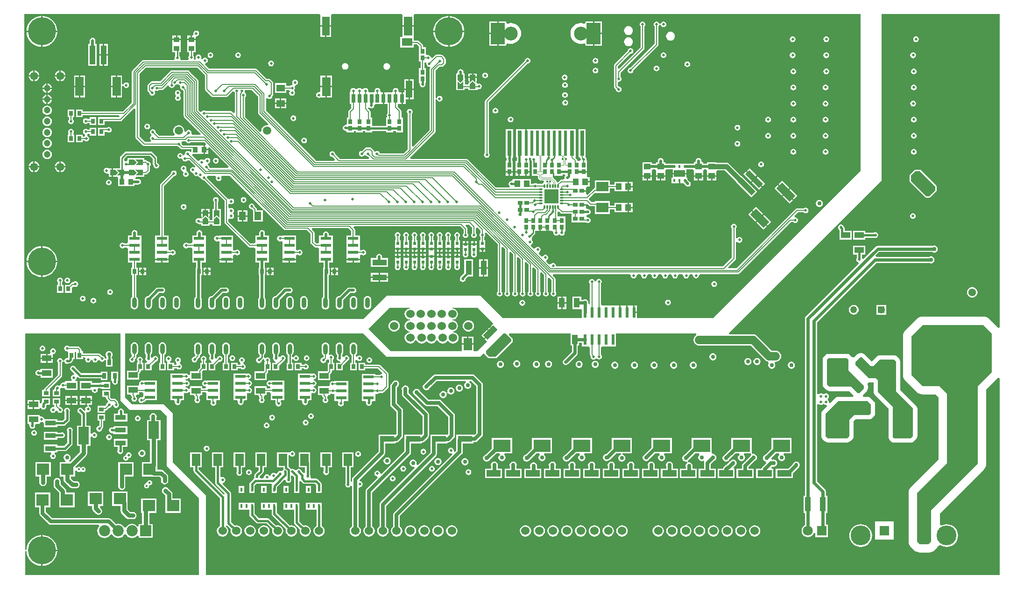
<source format=gbl>
G04*
G04 #@! TF.GenerationSoftware,Altium Limited,Altium Designer,19.1.5 (86)*
G04*
G04 Layer_Physical_Order=4*
G04 Layer_Color=16711680*
%FSLAX25Y25*%
%MOIN*%
G70*
G01*
G75*
%ADD12C,0.00800*%
%ADD20C,0.01000*%
%ADD21C,0.00400*%
%ADD26R,0.03787X0.03000*%
%ADD27R,0.03000X0.03787*%
%ADD28R,0.04000X0.03200*%
%ADD30R,0.03200X0.04000*%
%ADD31R,0.04331X0.10236*%
%ADD41R,0.01968X0.02362*%
%ADD44R,0.03543X0.03937*%
%ADD61R,0.10236X0.04331*%
%ADD62R,0.12402X0.08858*%
%ADD63R,0.09449X0.06299*%
%ADD64R,0.01772X0.02953*%
%ADD66R,0.06693X0.04331*%
%ADD68R,0.04331X0.06693*%
%ADD70R,0.02756X0.03543*%
%ADD71R,0.04331X0.04724*%
%ADD72R,0.03937X0.03543*%
%ADD73R,0.03543X0.02756*%
%ADD74R,0.10236X0.04724*%
%ADD76R,0.02323X0.07756*%
%ADD77R,0.09055X0.08465*%
%ADD78O,0.03347X0.07480*%
%ADD152C,0.01600*%
%ADD153C,0.03000*%
%ADD154C,0.02600*%
%ADD155C,0.02000*%
%ADD157C,0.01500*%
%ADD161C,0.03200*%
%ADD162C,0.05000*%
%ADD163C,0.01900*%
%ADD164C,0.02300*%
%ADD165C,0.01700*%
%ADD166R,0.07972X0.07972*%
%ADD167C,0.07972*%
%ADD168C,0.05709*%
%ADD169C,0.04724*%
%ADD170C,0.05020*%
%ADD171R,0.05020X0.05020*%
%ADD172C,0.05437*%
%ADD173C,0.06000*%
%ADD174C,0.07087*%
%ADD175R,0.07087X0.07087*%
%ADD176C,0.05906*%
%ADD177C,0.09843*%
%ADD178C,0.14173*%
%ADD179C,0.20000*%
%ADD180C,0.01600*%
%ADD181C,0.02000*%
%ADD182C,0.03000*%
%ADD183C,0.06000*%
%ADD184R,0.03937X0.13780*%
%ADD185R,0.05906X0.13386*%
G04:AMPARAMS|DCode=186|XSize=137.8mil|YSize=39.37mil|CornerRadius=0mil|HoleSize=0mil|Usage=FLASHONLY|Rotation=315.000|XOffset=0mil|YOffset=0mil|HoleType=Round|Shape=Rectangle|*
%AMROTATEDRECTD186*
4,1,4,-0.06264,0.03480,-0.03480,0.06264,0.06264,-0.03480,0.03480,-0.06264,-0.06264,0.03480,0.0*
%
%ADD186ROTATEDRECTD186*%

G04:AMPARAMS|DCode=187|XSize=133.86mil|YSize=59.06mil|CornerRadius=0mil|HoleSize=0mil|Usage=FLASHONLY|Rotation=315.000|XOffset=0mil|YOffset=0mil|HoleType=Round|Shape=Rectangle|*
%AMROTATEDRECTD187*
4,1,4,-0.06821,0.02645,-0.02645,0.06821,0.06821,-0.02645,0.02645,-0.06821,-0.06821,0.02645,0.0*
%
%ADD187ROTATEDRECTD187*%

%ADD188O,0.01102X0.02717*%
%ADD189R,0.02362X0.18110*%
%ADD190R,0.06102X0.08661*%
%ADD191R,0.07677X0.03543*%
%ADD192R,0.07677X0.12598*%
%ADD193R,0.07756X0.02244*%
%ADD194R,0.01772X0.01968*%
%ADD195R,0.07874X0.04724*%
%ADD196R,0.02756X0.03937*%
%ADD197R,0.05000X0.06000*%
%ADD198R,0.07677X0.05512*%
%ADD199R,0.05906X0.13780*%
%ADD200R,0.05512X0.13780*%
%ADD201R,0.06299X0.13780*%
%ADD202R,0.04724X0.12205*%
%ADD203R,0.03150X0.06299*%
%ADD204R,0.09843X0.15354*%
%ADD205R,0.03150X0.18110*%
%ADD206O,0.02717X0.01102*%
%ADD207R,0.09843X0.09843*%
%ADD208R,0.08661X0.07087*%
%ADD209R,0.08465X0.16929*%
%ADD210R,0.07874X0.13780*%
%ADD211R,0.04724X0.04331*%
%ADD212R,0.06000X0.05000*%
G04:AMPARAMS|DCode=213|XSize=102.36mil|YSize=43.31mil|CornerRadius=0mil|HoleSize=0mil|Usage=FLASHONLY|Rotation=225.000|XOffset=0mil|YOffset=0mil|HoleType=Round|Shape=Rectangle|*
%AMROTATEDRECTD213*
4,1,4,0.02088,0.05150,0.05150,0.02088,-0.02088,-0.05150,-0.05150,-0.02088,0.02088,0.05150,0.0*
%
%ADD213ROTATEDRECTD213*%

%ADD214C,0.02200*%
%ADD215C,0.03500*%
G36*
X598750Y293917D02*
X493250Y188417D01*
X439061D01*
Y192144D01*
X436900D01*
Y192644D01*
X436400D01*
Y197522D01*
X434739D01*
Y197522D01*
X434061D01*
Y197522D01*
X432400D01*
Y192644D01*
X431400D01*
Y197522D01*
X429739D01*
Y197522D01*
X429061D01*
Y197522D01*
X427400D01*
Y192644D01*
X426400D01*
Y197522D01*
X424739D01*
Y197522D01*
X424061D01*
Y197522D01*
X419739D01*
Y197522D01*
X419061D01*
Y197522D01*
X414739D01*
Y197522D01*
X414327D01*
X413327Y198164D01*
Y213148D01*
X413342Y213158D01*
X413784Y213820D01*
X413939Y214600D01*
X413784Y215380D01*
X413342Y216042D01*
X412680Y216484D01*
X411900Y216639D01*
X411120Y216484D01*
X410458Y216042D01*
X410016Y215380D01*
X409900Y214796D01*
X408880D01*
X408784Y215280D01*
X408342Y215942D01*
X407680Y216384D01*
X406900Y216539D01*
X406120Y216384D01*
X405458Y215942D01*
X405016Y215280D01*
X404861Y214500D01*
X405016Y213720D01*
X405458Y213058D01*
X405473Y213048D01*
Y198308D01*
X405232Y198217D01*
X405219Y198220D01*
X404361Y198956D01*
X404449Y199400D01*
X404255Y200376D01*
X403702Y201202D01*
X402876Y201755D01*
X401900Y201949D01*
X400924Y201755D01*
X400605Y201541D01*
X399280D01*
Y203747D01*
X392950D01*
Y195054D01*
X399280D01*
X399739Y194243D01*
Y188417D01*
X343250D01*
X327250Y204417D01*
X260250D01*
X243750Y187917D01*
X1791D01*
X1791Y405917D01*
X212495D01*
X213216Y405244D01*
X213216Y404917D01*
Y397854D01*
X216972D01*
X220728D01*
Y404917D01*
X220728Y405244D01*
X221449Y405917D01*
X271157D01*
X271878Y405244D01*
X271878Y404917D01*
Y397854D01*
X275831D01*
X279784D01*
Y404917D01*
X279784Y405244D01*
X280505Y405917D01*
X598750D01*
Y293917D01*
D02*
G37*
G36*
X698000Y181832D02*
X697000Y181475D01*
X696763Y181763D01*
X690763Y187763D01*
X689850Y188513D01*
X688807Y189070D01*
X687676Y189413D01*
X686500Y189529D01*
X643000D01*
X641824Y189413D01*
X640693Y189070D01*
X639650Y188513D01*
X638737Y187763D01*
X630737Y179763D01*
X629987Y178849D01*
X629430Y177807D01*
X629087Y176676D01*
X628971Y175500D01*
Y148000D01*
X629087Y146824D01*
X629430Y145693D01*
X629987Y144650D01*
X630737Y143737D01*
X638737Y135737D01*
X639650Y134987D01*
X640693Y134430D01*
X641824Y134087D01*
X643000Y133971D01*
X652503D01*
X654471Y132003D01*
X654471Y87497D01*
X634837Y67863D01*
X634837Y67863D01*
X634087Y66949D01*
X633530Y65907D01*
X633187Y64776D01*
X633071Y63600D01*
X633071Y29000D01*
X633187Y27824D01*
X633530Y26693D01*
X634087Y25650D01*
X634837Y24737D01*
X636837Y22737D01*
X637750Y21987D01*
X638793Y21430D01*
X639924Y21087D01*
X641100Y20971D01*
X647400Y20971D01*
X647709Y21001D01*
X648576Y21087D01*
X649707Y21430D01*
X649707Y21430D01*
X650749Y21987D01*
X651663Y22737D01*
X651663Y22737D01*
X653463Y24537D01*
X653463Y24537D01*
X654213Y25451D01*
X654511Y26008D01*
X654528Y26037D01*
X655640Y26328D01*
X655756Y26297D01*
X657099Y25579D01*
X658623Y25117D01*
X660209Y24961D01*
X661794Y25117D01*
X663318Y25579D01*
X664723Y26330D01*
X665954Y27341D01*
X666965Y28572D01*
X667716Y29977D01*
X668178Y31501D01*
X668334Y33087D01*
X668178Y34672D01*
X667716Y36196D01*
X666965Y37601D01*
X665954Y38832D01*
X664723Y39843D01*
X663318Y40594D01*
X661794Y41056D01*
X660209Y41212D01*
X658623Y41056D01*
X657099Y40594D01*
X656229Y40129D01*
X655229Y40728D01*
Y48703D01*
X686763Y80237D01*
X687513Y81151D01*
X688070Y82193D01*
X688413Y83324D01*
X688529Y84500D01*
Y137503D01*
X696763Y145737D01*
X697000Y146025D01*
X698000Y145668D01*
Y4917D01*
X131250D01*
Y61917D01*
X107750Y85417D01*
Y120417D01*
X101250Y126917D01*
X85545D01*
X85447Y127917D01*
X86030Y128033D01*
X86692Y128475D01*
X86702Y128490D01*
X86750D01*
X86750Y128490D01*
X87296Y128599D01*
X87759Y128908D01*
X88647Y129795D01*
X96384D01*
Y133795D01*
X96384Y134039D01*
Y134795D01*
X96384Y135039D01*
Y138795D01*
X96384Y139039D01*
Y139795D01*
X96384Y140039D01*
Y144039D01*
X86628D01*
X86628Y144039D01*
X85750Y143956D01*
X85669Y143940D01*
X84970Y143801D01*
X84308Y143359D01*
X83866Y142698D01*
X83711Y141917D01*
X83862Y141158D01*
X83837Y141096D01*
X83244Y140268D01*
X74904D01*
Y133937D01*
X77059D01*
X77823Y133417D01*
X77931Y132871D01*
X78241Y132408D01*
X78593Y132056D01*
Y132037D01*
X78366Y131698D01*
X78211Y130917D01*
X78366Y130137D01*
X78808Y129475D01*
X79470Y129033D01*
X80250Y128878D01*
X81030Y129033D01*
X81692Y129475D01*
X82134Y130137D01*
X82289Y130917D01*
X82134Y131698D01*
X81692Y132359D01*
X81448Y132522D01*
Y132647D01*
X81448Y132647D01*
X81390Y132937D01*
X81819Y133700D01*
X82045Y133937D01*
X83596D01*
Y135490D01*
X85933D01*
X86628Y134795D01*
Y134039D01*
X86628Y133795D01*
Y132605D01*
X86500Y132432D01*
X85628Y131881D01*
X85250Y131957D01*
X84470Y131801D01*
X83808Y131359D01*
X83366Y130698D01*
X83211Y129917D01*
X83366Y129137D01*
X83808Y128475D01*
X84470Y128033D01*
X85053Y127917D01*
X84955Y126917D01*
X78750D01*
X73750Y131917D01*
Y177417D01*
X243750D01*
X260250Y160917D01*
X327250D01*
X329491Y163159D01*
X329880Y163103D01*
X330108Y163014D01*
X330511Y162765D01*
X330538Y162629D01*
X330759Y162299D01*
X332879Y160179D01*
X333210Y159958D01*
X333600Y159880D01*
X338200D01*
X338590Y159958D01*
X338921Y160179D01*
X350021Y171279D01*
X350242Y171610D01*
X350320Y172000D01*
Y173434D01*
X350242Y173824D01*
X350021Y174155D01*
X347682Y176493D01*
X348065Y177417D01*
X391550D01*
Y168853D01*
X392574D01*
Y164502D01*
X386686Y158614D01*
X386222Y157919D01*
X386059Y157100D01*
X386222Y156281D01*
X386686Y155586D01*
X387381Y155122D01*
X388200Y154959D01*
X389019Y155122D01*
X389714Y155586D01*
X396229Y162101D01*
X396693Y162796D01*
X396856Y163615D01*
Y168853D01*
X397880D01*
Y171015D01*
X399739D01*
Y168278D01*
X404061D01*
Y168278D01*
X404473D01*
X405473Y167636D01*
Y162425D01*
X405473Y162425D01*
X405581Y161879D01*
X405891Y161415D01*
X406118Y161188D01*
X406061Y160900D01*
X406216Y160120D01*
X406658Y159458D01*
X407320Y159016D01*
X408100Y158861D01*
X408880Y159016D01*
X409542Y159458D01*
X410558Y159558D01*
X411220Y159116D01*
X412000Y158961D01*
X412780Y159116D01*
X413442Y159558D01*
X413884Y160220D01*
X414039Y161000D01*
X413884Y161780D01*
X413442Y162442D01*
X413377Y162485D01*
Y167561D01*
X414061Y168278D01*
X414739D01*
Y168278D01*
X419061D01*
Y168278D01*
X419739D01*
Y168278D01*
X424061D01*
Y177417D01*
X481340D01*
X481539Y176417D01*
X481483Y176394D01*
X480647Y175753D01*
X480006Y174917D01*
X479603Y173944D01*
X479465Y172900D01*
X479603Y171856D01*
X480006Y170883D01*
X480647Y170047D01*
X481483Y169406D01*
X482456Y169003D01*
X483500Y168866D01*
X520229D01*
X530600Y158494D01*
X530600Y158494D01*
X531436Y157853D01*
X532409Y157450D01*
X532791Y157400D01*
X532806Y157384D01*
X533193Y156338D01*
X532895Y155893D01*
X532701Y154917D01*
X532895Y153942D01*
X533448Y153115D01*
X534274Y152562D01*
X535250Y152368D01*
X536226Y152562D01*
X537052Y153115D01*
X537605Y153942D01*
X537799Y154917D01*
X537605Y155893D01*
X537324Y156313D01*
X537828Y157313D01*
X538000D01*
X539044Y157450D01*
X540017Y157853D01*
X540853Y158494D01*
X541494Y159330D01*
X541897Y160303D01*
X542034Y161347D01*
X541897Y162391D01*
X541494Y163364D01*
X540853Y164200D01*
X540017Y164841D01*
X539044Y165244D01*
X538000Y165382D01*
X535124D01*
X524753Y175753D01*
X523917Y176394D01*
X522944Y176797D01*
X521900Y176935D01*
X521900Y176935D01*
X505181D01*
X504767Y177935D01*
X613750Y286917D01*
Y405917D01*
X698000D01*
Y181832D01*
D02*
G37*
G36*
X336504Y184664D02*
X332607Y180767D01*
X334845Y178529D01*
X334492Y178176D01*
X334845Y177822D01*
X330519Y173496D01*
X332174Y171841D01*
X325250Y164917D01*
X322301D01*
Y169488D01*
X318250D01*
X314199D01*
Y164917D01*
X263250D01*
X247250Y180917D01*
X262250Y195917D01*
X276955D01*
X276988Y195417D01*
X276206Y195314D01*
X275233Y194911D01*
X274397Y194270D01*
X273756Y193435D01*
X273353Y192462D01*
X273216Y191417D01*
X273353Y190373D01*
X273756Y189400D01*
X274397Y188565D01*
X275233Y187923D01*
X276206Y187520D01*
X276971Y187419D01*
Y186915D01*
X276206Y186814D01*
X275233Y186411D01*
X274397Y185770D01*
X273756Y184935D01*
X273353Y183961D01*
X273216Y182917D01*
X273353Y181873D01*
X273756Y180900D01*
X274397Y180064D01*
X275233Y179423D01*
X276206Y179020D01*
X276971Y178919D01*
Y178415D01*
X276206Y178314D01*
X275233Y177911D01*
X274397Y177270D01*
X273756Y176435D01*
X273353Y175461D01*
X273216Y174417D01*
X273353Y173373D01*
X273756Y172400D01*
X274397Y171564D01*
X275233Y170923D01*
X276206Y170520D01*
X277250Y170383D01*
X278294Y170520D01*
X279267Y170923D01*
X280103Y171564D01*
X280744Y172400D01*
X280979Y172968D01*
X281521D01*
X281756Y172400D01*
X282397Y171564D01*
X283233Y170923D01*
X284206Y170520D01*
X285250Y170383D01*
X286294Y170520D01*
X287267Y170923D01*
X288103Y171564D01*
X288435Y171997D01*
X289065D01*
X289397Y171564D01*
X290233Y170923D01*
X291206Y170520D01*
X292250Y170383D01*
X293294Y170520D01*
X294267Y170923D01*
X295103Y171564D01*
X295744Y172400D01*
X295979Y172968D01*
X296521D01*
X296756Y172400D01*
X297397Y171564D01*
X298233Y170923D01*
X299206Y170520D01*
X300250Y170383D01*
X301294Y170520D01*
X302267Y170923D01*
X303103Y171564D01*
X303725Y172375D01*
X303995Y172415D01*
X304005D01*
X304275Y172375D01*
X304897Y171564D01*
X305733Y170923D01*
X306706Y170520D01*
X307750Y170383D01*
X308794Y170520D01*
X309767Y170923D01*
X310603Y171564D01*
X311244Y172400D01*
X311647Y173373D01*
X311785Y174417D01*
X311647Y175461D01*
X311244Y176435D01*
X310603Y177270D01*
X309767Y177911D01*
X308794Y178314D01*
X307750Y178452D01*
X307704Y178943D01*
X308294Y179020D01*
X309267Y179423D01*
X310103Y180064D01*
X310744Y180900D01*
X311147Y181873D01*
X311284Y182917D01*
X311147Y183961D01*
X310744Y184935D01*
X310103Y185770D01*
X309267Y186411D01*
X308294Y186814D01*
X307529Y186915D01*
Y187419D01*
X308294Y187520D01*
X309267Y187923D01*
X310103Y188565D01*
X310744Y189400D01*
X311147Y190373D01*
X311284Y191417D01*
X311147Y192462D01*
X310744Y193435D01*
X310103Y194270D01*
X309267Y194911D01*
X308294Y195314D01*
X307512Y195417D01*
X307545Y195917D01*
X325250D01*
X336504Y184664D01*
D02*
G37*
G36*
X349300Y173434D02*
Y172000D01*
X338200Y160900D01*
X333600D01*
X331480Y163020D01*
X331480Y165183D01*
X343750Y177417D01*
X345317D01*
X349300Y173434D01*
D02*
G37*
G36*
X692500Y177500D02*
Y150000D01*
X682500Y140000D01*
Y84500D01*
X649200Y51200D01*
Y28800D01*
X647400Y27000D01*
X641100Y27000D01*
X639100Y29000D01*
X639100Y63600D01*
X660500Y85000D01*
X660500Y134500D01*
X655000Y140000D01*
X643000D01*
X635000Y148000D01*
Y175500D01*
X643000Y183500D01*
X686500D01*
X692500Y177500D01*
D02*
G37*
G36*
X70250Y129417D02*
X76750Y122917D01*
X98750D01*
X103250Y118417D01*
Y82917D01*
X126250Y59917D01*
X126250Y5000D01*
X2250D01*
Y21946D01*
X3250Y21985D01*
X3259Y21868D01*
X3352Y20691D01*
X3756Y19008D01*
X4419Y17408D01*
X5323Y15932D01*
X6448Y14615D01*
X7764Y13491D01*
X9241Y12586D01*
X10840Y11923D01*
X12524Y11519D01*
X13750Y11423D01*
Y22417D01*
Y33412D01*
X12524Y33316D01*
X10840Y32911D01*
X9241Y32249D01*
X7764Y31344D01*
X6448Y30220D01*
X5323Y28903D01*
X4419Y27427D01*
X3756Y25827D01*
X3352Y24143D01*
X3259Y22967D01*
X3250Y22849D01*
X2250Y22889D01*
X2250Y177417D01*
X70250D01*
X70250Y129417D01*
D02*
G37*
%LPC*%
G36*
X407700Y400677D02*
X402279D01*
Y399707D01*
X401279Y399039D01*
X400450Y399291D01*
X399000Y399433D01*
X397550Y399291D01*
X396155Y398868D01*
X394870Y398181D01*
X393744Y397256D01*
X392819Y396130D01*
X392132Y394845D01*
X391709Y393450D01*
X391567Y392000D01*
X391709Y390550D01*
X392132Y389155D01*
X392819Y387870D01*
X393744Y386744D01*
X394870Y385819D01*
X396155Y385132D01*
X397550Y384709D01*
X399000Y384567D01*
X400450Y384709D01*
X401279Y384961D01*
X402279Y384294D01*
Y383323D01*
X407700D01*
Y392000D01*
Y400677D01*
D02*
G37*
G36*
X458000Y400539D02*
X457220Y400384D01*
X456558Y399942D01*
X456116Y399280D01*
X456010Y398746D01*
X454990D01*
X454884Y399280D01*
X454442Y399942D01*
X453780Y400384D01*
X453000Y400539D01*
X452220Y400384D01*
X451558Y399942D01*
X451116Y399280D01*
X450961Y398500D01*
X451116Y397720D01*
X451558Y397058D01*
X451573Y397048D01*
Y384591D01*
X434517Y367536D01*
X434500Y367539D01*
X433720Y367384D01*
X433058Y366942D01*
X432616Y366280D01*
X432461Y365500D01*
X432616Y364720D01*
X433058Y364058D01*
X433720Y363616D01*
X434500Y363461D01*
X435280Y363616D01*
X435942Y364058D01*
X436384Y364720D01*
X436539Y365500D01*
X436536Y365517D01*
X454009Y382991D01*
X454009Y382991D01*
X454319Y383454D01*
X454427Y384000D01*
X454427Y384000D01*
Y397048D01*
X454442Y397058D01*
X454884Y397720D01*
X454990Y398254D01*
X456010D01*
X456116Y397720D01*
X456558Y397058D01*
X457220Y396616D01*
X458000Y396461D01*
X458780Y396616D01*
X459442Y397058D01*
X459884Y397720D01*
X460039Y398500D01*
X459884Y399280D01*
X459442Y399942D01*
X458780Y400384D01*
X458000Y400539D01*
D02*
G37*
G36*
X305250Y404412D02*
Y393917D01*
X315745D01*
X315648Y395143D01*
X315244Y396827D01*
X314581Y398427D01*
X313677Y399903D01*
X312552Y401220D01*
X311236Y402344D01*
X309759Y403249D01*
X308160Y403911D01*
X306476Y404316D01*
X305250Y404412D01*
D02*
G37*
G36*
X304250D02*
X303024Y404316D01*
X301340Y403911D01*
X299741Y403249D01*
X298264Y402344D01*
X296948Y401220D01*
X295823Y399903D01*
X294919Y398427D01*
X294256Y396827D01*
X293852Y395143D01*
X293755Y393917D01*
X304250D01*
Y404412D01*
D02*
G37*
G36*
X14750D02*
Y393917D01*
X25245D01*
X25148Y395143D01*
X24744Y396827D01*
X24081Y398427D01*
X23177Y399903D01*
X22052Y401220D01*
X20736Y402344D01*
X19259Y403249D01*
X17660Y403911D01*
X15976Y404316D01*
X14750Y404412D01*
D02*
G37*
G36*
X13750D02*
X12524Y404316D01*
X10840Y403911D01*
X9241Y403249D01*
X7764Y402344D01*
X6448Y401220D01*
X5323Y399903D01*
X4419Y398427D01*
X3756Y396827D01*
X3352Y395143D01*
X3255Y393917D01*
X13750D01*
Y404412D01*
D02*
G37*
G36*
X414121Y400677D02*
X408700D01*
Y392500D01*
X414121D01*
Y400677D01*
D02*
G37*
G36*
X339300D02*
X333879D01*
Y392500D01*
X339300D01*
Y400677D01*
D02*
G37*
G36*
X433000Y397189D02*
X432174Y397080D01*
X431404Y396761D01*
X430743Y396254D01*
X430235Y395592D01*
X429916Y394823D01*
X429807Y393996D01*
X429916Y393170D01*
X430235Y392400D01*
X430743Y391739D01*
X431404Y391231D01*
X432174Y390912D01*
X433000Y390804D01*
X433826Y390912D01*
X434596Y391231D01*
X435257Y391739D01*
X435765Y392400D01*
X436084Y393170D01*
X436193Y393996D01*
X436084Y394823D01*
X435765Y395592D01*
X435257Y396254D01*
X434596Y396761D01*
X433826Y397080D01*
X433000Y397189D01*
D02*
G37*
G36*
X220728Y396854D02*
X217472D01*
Y389465D01*
X220728D01*
Y396854D01*
D02*
G37*
G36*
X216472D02*
X213216D01*
Y389465D01*
X216472D01*
Y396854D01*
D02*
G37*
G36*
X124500Y394039D02*
X123720Y393884D01*
X123058Y393442D01*
X122616Y392780D01*
X122461Y392000D01*
X122576Y391421D01*
X122202Y390726D01*
X121947Y390421D01*
X121500D01*
Y388150D01*
X123969D01*
Y389525D01*
X124500Y389961D01*
X125280Y390116D01*
X125942Y390558D01*
X126384Y391220D01*
X126539Y392000D01*
X126384Y392780D01*
X125942Y393442D01*
X125280Y393884D01*
X124500Y394039D01*
D02*
G37*
G36*
X120500Y390421D02*
X118032D01*
Y388150D01*
X120500D01*
Y390421D01*
D02*
G37*
G36*
X113469D02*
X111000D01*
Y388150D01*
X113469D01*
Y390421D01*
D02*
G37*
G36*
X110000D02*
X107531D01*
Y388150D01*
X110000D01*
Y390421D01*
D02*
G37*
G36*
X463000Y393193D02*
X462174Y393084D01*
X461404Y392765D01*
X460743Y392257D01*
X460235Y391596D01*
X459916Y390826D01*
X459807Y390000D01*
X459916Y389174D01*
X460235Y388404D01*
X460743Y387742D01*
X461404Y387235D01*
X462174Y386916D01*
X463000Y386807D01*
X463826Y386916D01*
X464596Y387235D01*
X465258Y387742D01*
X465765Y388404D01*
X466084Y389174D01*
X466193Y390000D01*
X466084Y390826D01*
X465765Y391596D01*
X465258Y392257D01*
X464596Y392765D01*
X463826Y393084D01*
X463000Y393193D01*
D02*
G37*
G36*
X574250Y389956D02*
X573470Y389801D01*
X572808Y389359D01*
X572366Y388698D01*
X572211Y387917D01*
X572366Y387137D01*
X572808Y386475D01*
X573470Y386033D01*
X574250Y385878D01*
X575030Y386033D01*
X575692Y386475D01*
X576134Y387137D01*
X576289Y387917D01*
X576134Y388698D01*
X575692Y389359D01*
X575030Y389801D01*
X574250Y389956D01*
D02*
G37*
G36*
X550250D02*
X549470Y389801D01*
X548808Y389359D01*
X548366Y388698D01*
X548211Y387917D01*
X548366Y387137D01*
X548808Y386475D01*
X549470Y386033D01*
X550250Y385878D01*
X551030Y386033D01*
X551692Y386475D01*
X552134Y387137D01*
X552289Y387917D01*
X552134Y388698D01*
X551692Y389359D01*
X551030Y389801D01*
X550250Y389956D01*
D02*
G37*
G36*
X345721Y400677D02*
X340300D01*
Y392000D01*
Y383323D01*
X345721D01*
Y384294D01*
X346721Y384961D01*
X347550Y384709D01*
X349000Y384567D01*
X350450Y384709D01*
X351845Y385132D01*
X353130Y385819D01*
X354256Y386744D01*
X355181Y387870D01*
X355868Y389155D01*
X356291Y390550D01*
X356433Y392000D01*
X356291Y393450D01*
X355868Y394845D01*
X355181Y396130D01*
X354256Y397256D01*
X353130Y398181D01*
X351845Y398868D01*
X350450Y399291D01*
X349000Y399433D01*
X347550Y399291D01*
X346721Y399039D01*
X345721Y399707D01*
Y400677D01*
D02*
G37*
G36*
X414121Y391500D02*
X408700D01*
Y383323D01*
X414121D01*
Y391500D01*
D02*
G37*
G36*
X339300D02*
X333879D01*
Y383323D01*
X339300D01*
Y391500D01*
D02*
G37*
G36*
X433000Y389197D02*
X432174Y389088D01*
X431404Y388769D01*
X430743Y388262D01*
X430235Y387600D01*
X429916Y386830D01*
X429807Y386004D01*
X429916Y385178D01*
X430235Y384408D01*
X430743Y383747D01*
X431404Y383239D01*
X432174Y382920D01*
X433000Y382811D01*
X433826Y382920D01*
X434596Y383239D01*
X435257Y383747D01*
X435765Y384408D01*
X436084Y385178D01*
X436193Y386004D01*
X436084Y386830D01*
X435765Y387600D01*
X435257Y388262D01*
X434596Y388769D01*
X433826Y389088D01*
X433000Y389197D01*
D02*
G37*
G36*
X315745Y392917D02*
X305250D01*
Y382423D01*
X306476Y382519D01*
X308160Y382923D01*
X309759Y383586D01*
X311236Y384491D01*
X312552Y385615D01*
X313677Y386932D01*
X314581Y388408D01*
X315244Y390008D01*
X315648Y391691D01*
X315745Y392917D01*
D02*
G37*
G36*
X304250D02*
X293755D01*
X293852Y391691D01*
X294256Y390008D01*
X294919Y388408D01*
X295823Y386932D01*
X296948Y385615D01*
X298264Y384491D01*
X299741Y383586D01*
X301340Y382923D01*
X303024Y382519D01*
X304250Y382423D01*
Y392917D01*
D02*
G37*
G36*
X25245D02*
X14750D01*
Y382423D01*
X15976Y382519D01*
X17660Y382923D01*
X19259Y383586D01*
X20736Y384491D01*
X22052Y385615D01*
X23177Y386932D01*
X24081Y388408D01*
X24744Y390008D01*
X25148Y391691D01*
X25245Y392917D01*
D02*
G37*
G36*
X13750D02*
X3255D01*
X3352Y391691D01*
X3756Y390008D01*
X4419Y388408D01*
X5323Y386932D01*
X6448Y385615D01*
X7764Y384491D01*
X9241Y383586D01*
X10840Y382923D01*
X12524Y382519D01*
X13750Y382423D01*
Y392917D01*
D02*
G37*
G36*
X443000Y400539D02*
X442220Y400384D01*
X441558Y399942D01*
X441116Y399280D01*
X440961Y398500D01*
X441116Y397720D01*
X441558Y397058D01*
X441573Y397048D01*
Y382091D01*
X426351Y366870D01*
X425427Y367253D01*
Y368409D01*
X434483Y377464D01*
X434500Y377461D01*
X435280Y377616D01*
X435942Y378058D01*
X436384Y378720D01*
X436539Y379500D01*
X436384Y380280D01*
X435942Y380942D01*
X435280Y381384D01*
X434500Y381539D01*
X433720Y381384D01*
X433058Y380942D01*
X432616Y380280D01*
X432461Y379500D01*
X432464Y379483D01*
X422991Y370009D01*
X422681Y369546D01*
X422573Y369000D01*
X422573Y369000D01*
Y354000D01*
X422573Y354000D01*
X422681Y353454D01*
X422991Y352991D01*
X423964Y352017D01*
X423961Y352000D01*
X424116Y351220D01*
X424558Y350558D01*
X425220Y350116D01*
X426000Y349961D01*
X426780Y350116D01*
X427442Y350558D01*
X427884Y351220D01*
X428039Y352000D01*
X427884Y352780D01*
X427442Y353442D01*
X426780Y353884D01*
X426000Y354039D01*
X425427Y354776D01*
Y356991D01*
X426000Y357461D01*
X426780Y357616D01*
X427442Y358058D01*
X427884Y358720D01*
X428039Y359500D01*
X427884Y360280D01*
X427442Y360942D01*
X427427Y360952D01*
Y363909D01*
X444009Y380491D01*
X444319Y380954D01*
X444427Y381500D01*
X444427Y381500D01*
Y397048D01*
X444442Y397058D01*
X444884Y397720D01*
X445039Y398500D01*
X444884Y399280D01*
X444442Y399942D01*
X443780Y400384D01*
X443000Y400539D01*
D02*
G37*
G36*
X61305Y384585D02*
X58837D01*
Y377195D01*
X61305D01*
Y384585D01*
D02*
G37*
G36*
X57837D02*
X55369D01*
Y377195D01*
X57837D01*
Y384585D01*
D02*
G37*
G36*
X458000Y378539D02*
X457220Y378384D01*
X456558Y377942D01*
X456116Y377280D01*
X455961Y376500D01*
X456116Y375720D01*
X456558Y375058D01*
X457220Y374616D01*
X458000Y374461D01*
X458780Y374616D01*
X459442Y375058D01*
X459884Y375720D01*
X460039Y376500D01*
X459884Y377280D01*
X459442Y377942D01*
X458780Y378384D01*
X458000Y378539D01*
D02*
G37*
G36*
X154327D02*
X153546Y378384D01*
X152885Y377942D01*
X152443Y377280D01*
X152288Y376500D01*
X152443Y375720D01*
X152885Y375058D01*
X153546Y374616D01*
X154327Y374461D01*
X155107Y374616D01*
X155769Y375058D01*
X156211Y375720D01*
X156366Y376500D01*
X156211Y377280D01*
X155769Y377942D01*
X155107Y378384D01*
X154327Y378539D01*
D02*
G37*
G36*
X134642D02*
X133861Y378384D01*
X133200Y377942D01*
X132758Y377280D01*
X132603Y376500D01*
X132758Y375720D01*
X133200Y375058D01*
X133861Y374616D01*
X134642Y374461D01*
X135422Y374616D01*
X136084Y375058D01*
X136526Y375720D01*
X136681Y376500D01*
X136526Y377280D01*
X136084Y377942D01*
X135422Y378384D01*
X134642Y378539D01*
D02*
G37*
G36*
X574250Y378456D02*
X573470Y378301D01*
X572808Y377859D01*
X572366Y377198D01*
X572211Y376417D01*
X572366Y375637D01*
X572808Y374975D01*
X573470Y374533D01*
X574250Y374378D01*
X575030Y374533D01*
X575692Y374975D01*
X576134Y375637D01*
X576289Y376417D01*
X576134Y377198D01*
X575692Y377859D01*
X575030Y378301D01*
X574250Y378456D01*
D02*
G37*
G36*
X550250D02*
X549470Y378301D01*
X548808Y377859D01*
X548366Y377198D01*
X548211Y376417D01*
X548366Y375637D01*
X548808Y374975D01*
X549470Y374533D01*
X550250Y374378D01*
X551030Y374533D01*
X551692Y374975D01*
X552134Y375637D01*
X552289Y376417D01*
X552134Y377198D01*
X551692Y377859D01*
X551030Y378301D01*
X550250Y378456D01*
D02*
G37*
G36*
X361000Y374539D02*
X360220Y374384D01*
X359558Y373942D01*
X359116Y373280D01*
X358961Y372500D01*
X358964Y372483D01*
X330891Y344409D01*
X330581Y343946D01*
X330473Y343400D01*
X330473Y343400D01*
Y306652D01*
X330458Y306642D01*
X330016Y305980D01*
X329861Y305200D01*
X330016Y304420D01*
X330458Y303758D01*
X331120Y303316D01*
X331900Y303161D01*
X332680Y303316D01*
X333342Y303758D01*
X333784Y304420D01*
X333939Y305200D01*
X333784Y305980D01*
X333342Y306642D01*
X333327Y306652D01*
Y342809D01*
X360983Y370464D01*
X361000Y370461D01*
X361780Y370616D01*
X362442Y371058D01*
X362884Y371720D01*
X363039Y372500D01*
X362884Y373280D01*
X362442Y373942D01*
X361780Y374384D01*
X361000Y374539D01*
D02*
G37*
G36*
X409500Y374539D02*
X408720Y374384D01*
X408058Y373942D01*
X407616Y373280D01*
X407461Y372500D01*
X407616Y371720D01*
X408058Y371058D01*
X408720Y370616D01*
X409500Y370461D01*
X410280Y370616D01*
X410942Y371058D01*
X411384Y371720D01*
X411539Y372500D01*
X411384Y373280D01*
X410942Y373942D01*
X410280Y374384D01*
X409500Y374539D01*
D02*
G37*
G36*
X61305Y376195D02*
X58837D01*
Y368806D01*
X61305D01*
Y376195D01*
D02*
G37*
G36*
X57837D02*
X55369D01*
Y368806D01*
X57837D01*
Y376195D01*
D02*
G37*
G36*
X50500Y388939D02*
X49720Y388784D01*
X49058Y388342D01*
X48616Y387680D01*
X48461Y386900D01*
Y384585D01*
X47495D01*
Y368806D01*
X53431D01*
Y384585D01*
X52539D01*
Y386900D01*
X52384Y387680D01*
X51942Y388342D01*
X51280Y388784D01*
X50500Y388939D01*
D02*
G37*
G36*
X177900Y372639D02*
X177120Y372484D01*
X176458Y372042D01*
X176016Y371380D01*
X175861Y370600D01*
X176016Y369820D01*
X176458Y369158D01*
X177120Y368716D01*
X177900Y368561D01*
X178680Y368716D01*
X179342Y369158D01*
X179784Y369820D01*
X179939Y370600D01*
X179784Y371380D01*
X179342Y372042D01*
X178680Y372484D01*
X177900Y372639D01*
D02*
G37*
G36*
X475000Y372039D02*
X474220Y371884D01*
X473558Y371442D01*
X473116Y370780D01*
X472961Y370000D01*
X473116Y369220D01*
X473558Y368558D01*
X474220Y368116D01*
X475000Y367961D01*
X475780Y368116D01*
X476442Y368558D01*
X476884Y369220D01*
X477039Y370000D01*
X476884Y370780D01*
X476442Y371442D01*
X475780Y371884D01*
X475000Y372039D01*
D02*
G37*
G36*
X230752Y370742D02*
X229862Y370565D01*
X229109Y370061D01*
X228605Y369307D01*
X228428Y368417D01*
X228605Y367528D01*
X229109Y366774D01*
X229862Y366270D01*
X230752Y366093D01*
X231641Y366270D01*
X232395Y366774D01*
X232899Y367528D01*
X233076Y368417D01*
X232899Y369307D01*
X232395Y370061D01*
X231641Y370565D01*
X230752Y370742D01*
D02*
G37*
G36*
X260476Y370842D02*
X259548Y370657D01*
X258762Y370132D01*
X258236Y369345D01*
X258052Y368417D01*
X258236Y367490D01*
X258762Y366703D01*
X259548Y366177D01*
X260476Y365993D01*
X261404Y366177D01*
X262191Y366703D01*
X262716Y367490D01*
X262901Y368417D01*
X262716Y369345D01*
X262191Y370132D01*
X261404Y370657D01*
X260476Y370842D01*
D02*
G37*
G36*
X453000Y369039D02*
X452220Y368884D01*
X451558Y368442D01*
X451116Y367780D01*
X450961Y367000D01*
X451116Y366220D01*
X451558Y365558D01*
X452220Y365116D01*
X453000Y364961D01*
X453780Y365116D01*
X454442Y365558D01*
X454884Y366220D01*
X455039Y367000D01*
X454884Y367780D01*
X454442Y368442D01*
X453780Y368884D01*
X453000Y369039D01*
D02*
G37*
G36*
X409500Y367539D02*
X408720Y367384D01*
X408058Y366942D01*
X407616Y366280D01*
X407461Y365500D01*
X407616Y364720D01*
X408058Y364058D01*
X408720Y363616D01*
X409500Y363461D01*
X410280Y363616D01*
X410942Y364058D01*
X411384Y364720D01*
X411539Y365500D01*
X411384Y366280D01*
X410942Y366942D01*
X410280Y367384D01*
X409500Y367539D01*
D02*
G37*
G36*
X574250Y366956D02*
X573470Y366801D01*
X572808Y366359D01*
X572366Y365698D01*
X572211Y364917D01*
X572366Y364137D01*
X572808Y363475D01*
X573470Y363033D01*
X574250Y362878D01*
X575030Y363033D01*
X575692Y363475D01*
X576134Y364137D01*
X576289Y364917D01*
X576134Y365698D01*
X575692Y366359D01*
X575030Y366801D01*
X574250Y366956D01*
D02*
G37*
G36*
X550750D02*
X549970Y366801D01*
X549308Y366359D01*
X548866Y365698D01*
X548711Y364917D01*
X548866Y364137D01*
X549308Y363475D01*
X549970Y363033D01*
X550750Y362878D01*
X551530Y363033D01*
X552192Y363475D01*
X552634Y364137D01*
X552789Y364917D01*
X552634Y365698D01*
X552192Y366359D01*
X551530Y366801D01*
X550750Y366956D01*
D02*
G37*
G36*
X27850Y365502D02*
Y362180D01*
X31172D01*
X31106Y362686D01*
X30717Y363624D01*
X30099Y364429D01*
X29294Y365047D01*
X28357Y365435D01*
X27850Y365502D01*
D02*
G37*
G36*
X9150D02*
Y362180D01*
X12471D01*
X12405Y362686D01*
X12016Y363624D01*
X11399Y364429D01*
X10593Y365047D01*
X9656Y365435D01*
X9150Y365502D01*
D02*
G37*
G36*
X26850D02*
X26344Y365435D01*
X25407Y365047D01*
X24601Y364429D01*
X23984Y363624D01*
X23595Y362686D01*
X23529Y362180D01*
X26850D01*
Y365502D01*
D02*
G37*
G36*
X8150D02*
X7643Y365435D01*
X6706Y365047D01*
X5901Y364429D01*
X5283Y363624D01*
X4894Y362686D01*
X4828Y362180D01*
X8150D01*
Y365502D01*
D02*
G37*
G36*
X324867Y363375D02*
X322367D01*
Y361275D01*
X324867D01*
Y363375D01*
D02*
G37*
G36*
X321367D02*
X318867D01*
Y361275D01*
X321367D01*
Y363375D01*
D02*
G37*
G36*
X330700Y364039D02*
X329920Y363884D01*
X329258Y363442D01*
X328816Y362780D01*
X328661Y362000D01*
X328816Y361220D01*
X329258Y360558D01*
X329920Y360116D01*
X330700Y359961D01*
X331480Y360116D01*
X332142Y360558D01*
X332584Y361220D01*
X332739Y362000D01*
X332584Y362780D01*
X332142Y363442D01*
X331480Y363884D01*
X330700Y364039D01*
D02*
G37*
G36*
X387500Y362639D02*
X386720Y362484D01*
X386058Y362042D01*
X385616Y361380D01*
X385461Y360600D01*
X385616Y359820D01*
X386058Y359158D01*
X386720Y358716D01*
X387500Y358561D01*
X388280Y358716D01*
X388942Y359158D01*
X389384Y359820D01*
X389539Y360600D01*
X389384Y361380D01*
X388942Y362042D01*
X388280Y362484D01*
X387500Y362639D01*
D02*
G37*
G36*
X31172Y361180D02*
X27850D01*
Y357859D01*
X28357Y357925D01*
X29294Y358314D01*
X30099Y358931D01*
X30717Y359736D01*
X31106Y360674D01*
X31172Y361180D01*
D02*
G37*
G36*
X12471D02*
X9150D01*
Y357859D01*
X9656Y357925D01*
X10593Y358314D01*
X11399Y358931D01*
X12016Y359736D01*
X12405Y360674D01*
X12471Y361180D01*
D02*
G37*
G36*
X26850D02*
X23529D01*
X23595Y360674D01*
X23984Y359736D01*
X24601Y358931D01*
X25407Y358314D01*
X26344Y357925D01*
X26850Y357859D01*
Y361180D01*
D02*
G37*
G36*
X8150D02*
X4828D01*
X4894Y360674D01*
X5283Y359736D01*
X5901Y358931D01*
X6706Y358314D01*
X7643Y357925D01*
X8150Y357859D01*
Y361180D01*
D02*
G37*
G36*
X45164Y361750D02*
X41711D01*
Y354557D01*
X45164D01*
Y361750D01*
D02*
G37*
G36*
X67089D02*
X63636D01*
Y354557D01*
X67089D01*
Y361750D01*
D02*
G37*
G36*
X40711D02*
X37258D01*
Y354557D01*
X40711D01*
Y361750D01*
D02*
G37*
G36*
X221516Y361937D02*
X217866D01*
Y354547D01*
X221516D01*
Y361937D01*
D02*
G37*
G36*
X216866D02*
X213216D01*
Y354547D01*
X216866D01*
Y361937D01*
D02*
G37*
G36*
X195051Y358988D02*
X194271Y358833D01*
X193609Y358391D01*
X193167Y357729D01*
X193012Y356949D01*
X193167Y356168D01*
X193270Y356014D01*
X193170Y355674D01*
X192744Y355002D01*
X192208Y354896D01*
X191546Y354454D01*
X191537Y354439D01*
X188700D01*
Y356500D01*
X180700D01*
Y349500D01*
X188700D01*
Y351584D01*
X190757D01*
X191219Y350584D01*
X191016Y350280D01*
X190861Y349500D01*
X191016Y348720D01*
X191458Y348058D01*
X192120Y347616D01*
X192900Y347461D01*
X193680Y347616D01*
X194342Y348058D01*
X194784Y348720D01*
X194939Y349500D01*
X194784Y350280D01*
X194635Y350504D01*
X194430Y351570D01*
X194872Y352231D01*
X195027Y353012D01*
X194872Y353792D01*
X194769Y353946D01*
X194869Y354287D01*
X195296Y354958D01*
X195832Y355065D01*
X196493Y355507D01*
X196935Y356168D01*
X197090Y356949D01*
X196935Y357729D01*
X196493Y358391D01*
X195832Y358833D01*
X195051Y358988D01*
D02*
G37*
G36*
X18500Y356147D02*
Y353322D01*
X21325D01*
X21276Y353700D01*
X20937Y354518D01*
X20398Y355220D01*
X19696Y355759D01*
X18878Y356098D01*
X18500Y356147D01*
D02*
G37*
G36*
X17500D02*
X17122Y356098D01*
X16304Y355759D01*
X15602Y355220D01*
X15063Y354518D01*
X14724Y353700D01*
X14675Y353322D01*
X17500D01*
Y356147D01*
D02*
G37*
G36*
X387700Y357139D02*
X386920Y356984D01*
X386258Y356542D01*
X385816Y355880D01*
X385661Y355100D01*
X385816Y354320D01*
X386258Y353658D01*
X386920Y353216D01*
X387700Y353061D01*
X388480Y353216D01*
X389142Y353658D01*
X389584Y354320D01*
X389739Y355100D01*
X389584Y355880D01*
X389142Y356542D01*
X388480Y356984D01*
X387700Y357139D01*
D02*
G37*
G36*
X71542Y361750D02*
X68089D01*
Y354058D01*
Y346365D01*
X71542D01*
Y353509D01*
X71571Y354498D01*
X71571Y354498D01*
Y354498D01*
X72542Y354593D01*
X72570Y354450D01*
X72616Y354220D01*
X73058Y353558D01*
X73720Y353116D01*
X74500Y352961D01*
X75280Y353116D01*
X75942Y353558D01*
X76384Y354220D01*
X76539Y355000D01*
X76384Y355780D01*
X75942Y356442D01*
X75280Y356884D01*
X74500Y357039D01*
X73720Y356884D01*
X73058Y356442D01*
X72616Y355780D01*
X72570Y355550D01*
X72542Y355407D01*
X71571Y355502D01*
Y355502D01*
X71571Y355502D01*
X71542Y356490D01*
Y361750D01*
D02*
G37*
G36*
X279784Y359181D02*
X276921D01*
Y352579D01*
X279784D01*
Y359181D01*
D02*
G37*
G36*
X275921D02*
X273059D01*
Y352579D01*
X275921D01*
Y359181D01*
D02*
G37*
G36*
X313200Y366539D02*
X312420Y366384D01*
X311758Y365942D01*
X311316Y365280D01*
X311161Y364500D01*
X311186Y364375D01*
X310435Y363375D01*
X310200D01*
Y359874D01*
X310180Y359775D01*
Y359167D01*
X310180Y358775D01*
X310188Y358536D01*
X310200Y358175D01*
X310180Y357775D01*
X310180Y357183D01*
Y354775D01*
X310200Y354677D01*
Y351425D01*
X316200D01*
Y352598D01*
X318867D01*
Y351425D01*
X324867D01*
Y351449D01*
X325028Y351639D01*
X325867Y352147D01*
X326300Y352061D01*
X327080Y352216D01*
X327742Y352658D01*
X328184Y353320D01*
X328339Y354100D01*
X328184Y354880D01*
X327742Y355542D01*
X327080Y355984D01*
X326300Y356139D01*
X325874Y356054D01*
X325824Y356053D01*
X324867Y356625D01*
D01*
X324594Y356840D01*
X324268Y357257D01*
X324672Y358175D01*
X324867D01*
Y360275D01*
X321867D01*
X318867D01*
Y358175D01*
X319062D01*
X319466Y357257D01*
X318971Y356625D01*
X318867D01*
Y356123D01*
X318847Y356025D01*
Y355452D01*
X316220D01*
Y357183D01*
X316220Y357775D01*
X316200Y358175D01*
X316212Y358536D01*
X316220Y358775D01*
X316220Y359167D01*
Y359775D01*
X316200Y359874D01*
Y363375D01*
X315965D01*
X315214Y364375D01*
X315239Y364500D01*
X315084Y365280D01*
X314642Y365942D01*
X313980Y366384D01*
X313200Y366539D01*
D02*
G37*
G36*
X573750Y355456D02*
X572970Y355301D01*
X572308Y354859D01*
X571866Y354198D01*
X571711Y353417D01*
X571866Y352637D01*
X572308Y351975D01*
X572970Y351533D01*
X573750Y351378D01*
X574530Y351533D01*
X575192Y351975D01*
X575634Y352637D01*
X575789Y353417D01*
X575634Y354198D01*
X575192Y354859D01*
X574530Y355301D01*
X573750Y355456D01*
D02*
G37*
G36*
X550750D02*
X549970Y355301D01*
X549308Y354859D01*
X548866Y354198D01*
X548711Y353417D01*
X548866Y352637D01*
X549308Y351975D01*
X549970Y351533D01*
X550750Y351378D01*
X551530Y351533D01*
X552192Y351975D01*
X552634Y352637D01*
X552789Y353417D01*
X552634Y354198D01*
X552192Y354859D01*
X551530Y355301D01*
X550750Y355456D01*
D02*
G37*
G36*
X216866Y353547D02*
X213216D01*
Y350704D01*
X212216Y349996D01*
X212000Y350039D01*
X211220Y349884D01*
X210558Y349442D01*
X210116Y348780D01*
X209961Y348000D01*
X210116Y347220D01*
X210558Y346558D01*
X211220Y346116D01*
X212000Y345961D01*
X212275Y346016D01*
X213216Y346158D01*
X213217Y346158D01*
X213217Y346158D01*
X216866D01*
Y353547D01*
D02*
G37*
G36*
X21325Y352322D02*
X18500D01*
Y349497D01*
X18878Y349546D01*
X19696Y349885D01*
X20398Y350424D01*
X20937Y351126D01*
X21276Y351944D01*
X21325Y352322D01*
D02*
G37*
G36*
X17500D02*
X14675D01*
X14724Y351944D01*
X15063Y351126D01*
X15602Y350424D01*
X16304Y349885D01*
X17122Y349546D01*
X17500Y349497D01*
Y352322D01*
D02*
G37*
G36*
X67089Y353557D02*
X63636D01*
Y346365D01*
X67089D01*
Y353557D01*
D02*
G37*
G36*
X45164D02*
X41711D01*
Y346365D01*
X45164D01*
Y353557D01*
D02*
G37*
G36*
X40711D02*
X37258D01*
Y346365D01*
X40711D01*
Y353557D01*
D02*
G37*
G36*
X221516Y353547D02*
X217866D01*
Y346158D01*
X221516D01*
Y353547D01*
D02*
G37*
G36*
X387700Y350039D02*
X386920Y349884D01*
X386258Y349442D01*
X385816Y348780D01*
X385661Y348000D01*
X385816Y347220D01*
X386258Y346558D01*
X386920Y346116D01*
X387700Y345961D01*
X388480Y346116D01*
X389142Y346558D01*
X389584Y347220D01*
X389739Y348000D01*
X389584Y348780D01*
X389142Y349442D01*
X388480Y349884D01*
X387700Y350039D01*
D02*
G37*
G36*
X18500Y348273D02*
Y345448D01*
X21325D01*
X21276Y345826D01*
X20937Y346644D01*
X20398Y347346D01*
X19696Y347885D01*
X18878Y348224D01*
X18500Y348273D01*
D02*
G37*
G36*
X17500Y348273D02*
X17122Y348224D01*
X16304Y347885D01*
X15602Y347346D01*
X15063Y346644D01*
X14724Y345826D01*
X14675Y345448D01*
X17500D01*
Y348273D01*
D02*
G37*
G36*
X279784Y396854D02*
X275831D01*
X271878D01*
Y389496D01*
X270106D01*
Y381984D01*
X279784D01*
Y384073D01*
X281909D01*
X283473Y382509D01*
Y380462D01*
X283473Y380462D01*
X283500Y380324D01*
Y376468D01*
Y371744D01*
X284573D01*
Y367256D01*
X283500D01*
Y361469D01*
Y356744D01*
X283500Y356744D01*
X284009Y355744D01*
X283961Y355500D01*
X284116Y354720D01*
X284558Y354058D01*
X285220Y353616D01*
X286000Y353461D01*
X286780Y353616D01*
X287442Y354058D01*
X287884Y354720D01*
X288039Y355500D01*
X287991Y355744D01*
X288500Y356744D01*
X288500D01*
Y361469D01*
Y367256D01*
X287427D01*
Y371227D01*
X288142Y371436D01*
X288856Y370678D01*
X288761Y370200D01*
X288916Y369420D01*
X289358Y368758D01*
X290020Y368316D01*
X290800Y368161D01*
X290960Y368193D01*
X291436Y367400D01*
X291467Y367274D01*
X291181Y366846D01*
X291073Y366300D01*
X291073Y366300D01*
Y323030D01*
X279251Y311209D01*
X278327Y311591D01*
Y334548D01*
X278342Y334558D01*
X278784Y335220D01*
X278939Y336000D01*
X278784Y336780D01*
X278342Y337442D01*
X277680Y337884D01*
X276900Y338039D01*
X276120Y337884D01*
X275458Y337442D01*
X275016Y336780D01*
X274861Y336000D01*
X275016Y335220D01*
X275458Y334558D01*
X275473Y334548D01*
Y309291D01*
X272409Y306227D01*
X255494D01*
X255384Y306780D01*
X254942Y307442D01*
X254280Y307884D01*
X253500Y308039D01*
X252720Y307884D01*
X252427Y307689D01*
X252240Y307691D01*
X251400Y308038D01*
X251352Y308081D01*
X251319Y308246D01*
X251009Y308709D01*
X251009Y308709D01*
X249709Y310009D01*
X249246Y310319D01*
X248700Y310427D01*
X248700Y310427D01*
X245600D01*
X245600Y310427D01*
X245054Y310319D01*
X244591Y310009D01*
X244591Y310009D01*
X242617Y308036D01*
X242600Y308039D01*
X241820Y307884D01*
X241158Y307442D01*
X240716Y306780D01*
X240561Y306000D01*
X240716Y305220D01*
X241158Y304558D01*
X241820Y304116D01*
X242600Y303961D01*
X243380Y304116D01*
X244042Y304558D01*
X244344Y305011D01*
X244726Y305093D01*
X245074D01*
X245456Y305011D01*
X245758Y304558D01*
X246420Y304116D01*
X247200Y303961D01*
X247217Y303964D01*
X247930Y303251D01*
X247547Y302327D01*
X227091D01*
X223636Y305783D01*
X223639Y305800D01*
X223484Y306580D01*
X223042Y307242D01*
X222380Y307684D01*
X221600Y307839D01*
X220820Y307684D01*
X220158Y307242D01*
X219716Y306580D01*
X219561Y305800D01*
X219716Y305020D01*
X220158Y304358D01*
X220820Y303916D01*
X221600Y303761D01*
X221617Y303764D01*
X223430Y301951D01*
X223047Y301027D01*
X209991D01*
X174227Y336791D01*
Y345401D01*
X175227Y345704D01*
X175258Y345658D01*
X175920Y345216D01*
X176700Y345061D01*
X177480Y345216D01*
X178142Y345658D01*
X178584Y346320D01*
X178739Y347100D01*
X178736Y347117D01*
X179009Y347391D01*
X179009Y347391D01*
X179319Y347854D01*
X179427Y348400D01*
X179427Y348400D01*
Y356500D01*
X179427Y356500D01*
X179319Y357046D01*
X179009Y357509D01*
X177440Y359079D01*
X176977Y359388D01*
X176431Y359497D01*
X176431Y359497D01*
X174760D01*
X167948Y366309D01*
X167485Y366619D01*
X166938Y366727D01*
X166938Y366727D01*
X133768D01*
X130796Y369700D01*
X131158Y370752D01*
X131480Y370816D01*
X132142Y371258D01*
X132584Y371920D01*
X132739Y372700D01*
X132584Y373480D01*
X132142Y374142D01*
X131480Y374584D01*
X130700Y374739D01*
X129920Y374584D01*
X129258Y374142D01*
X128816Y373480D01*
X128160Y373478D01*
X127884Y374220D01*
X128039Y375000D01*
X127884Y375780D01*
X127442Y376442D01*
X126780Y376884D01*
X126000Y377039D01*
X125220Y376884D01*
X124558Y376442D01*
X124116Y375780D01*
X123961Y375000D01*
X124090Y374349D01*
X123924Y373955D01*
X123493Y373363D01*
X123447Y373362D01*
X123183Y373662D01*
X122801Y374304D01*
X122923Y374915D01*
X122767Y375695D01*
X122326Y376357D01*
X122311Y376366D01*
Y378579D01*
X123969D01*
Y383878D01*
X123969Y384122D01*
Y384878D01*
X123969Y385122D01*
Y387150D01*
X118032D01*
Y385122D01*
X118032Y384878D01*
Y384122D01*
X118032Y383878D01*
Y378579D01*
X119456D01*
Y376366D01*
X119442Y376357D01*
X119000Y375695D01*
X118844Y374915D01*
X119000Y374134D01*
X119138Y373927D01*
X118603Y372927D01*
X113557D01*
X113306Y373223D01*
X112925Y373927D01*
X113039Y374500D01*
X112884Y375280D01*
X112529Y375811D01*
Y378579D01*
X113469D01*
Y383878D01*
X113469Y384122D01*
Y384878D01*
X113469Y385122D01*
Y387150D01*
X107531D01*
Y385122D01*
X107531Y384878D01*
Y384122D01*
X107531Y383878D01*
Y378579D01*
X109471D01*
Y375811D01*
X109116Y375280D01*
X108961Y374500D01*
X109075Y373927D01*
X108694Y373223D01*
X108443Y372927D01*
X86823D01*
X86823Y372927D01*
X86277Y372819D01*
X85814Y372509D01*
X85814Y372509D01*
X78891Y365586D01*
X78581Y365123D01*
X78473Y364577D01*
X78473Y364577D01*
Y342591D01*
X72209Y336327D01*
X43331D01*
Y337672D01*
X38575D01*
Y332128D01*
X43331D01*
Y333473D01*
X69199D01*
X69695Y332473D01*
X69411Y332099D01*
X57631D01*
X57493Y332072D01*
X54275D01*
Y326528D01*
X59031D01*
Y329244D01*
X70410D01*
X70410Y329244D01*
X70956Y329353D01*
X71420Y329662D01*
X80149Y338391D01*
X81073Y338009D01*
Y318000D01*
X81073Y318000D01*
X81181Y317454D01*
X81491Y316991D01*
X86491Y311991D01*
X86491Y311991D01*
X86954Y311681D01*
X87500Y311573D01*
X87500Y311573D01*
X110548D01*
X110558Y311558D01*
X111220Y311116D01*
X112000Y310961D01*
X112017Y310964D01*
X113491Y309491D01*
X113491Y309491D01*
X113954Y309181D01*
X114500Y309073D01*
X121079D01*
Y307540D01*
X120079Y307237D01*
X119942Y307442D01*
X119280Y307884D01*
X118500Y308039D01*
X117720Y307884D01*
X117058Y307442D01*
X116616Y306780D01*
X116461Y306000D01*
X116482Y305892D01*
X115824Y304934D01*
X115127Y304889D01*
X114928Y305058D01*
X114884Y305280D01*
X114442Y305942D01*
X113780Y306384D01*
X113000Y306539D01*
X112220Y306384D01*
X111558Y305942D01*
X111116Y305280D01*
X110961Y304500D01*
X111116Y303720D01*
X111558Y303058D01*
X112220Y302616D01*
X113000Y302461D01*
X113507Y302562D01*
X113872Y302538D01*
X114572Y301942D01*
X114616Y301720D01*
X115058Y301058D01*
X115720Y300616D01*
X116500Y300461D01*
X117280Y300616D01*
X117942Y301058D01*
X117952Y301073D01*
X119569D01*
X123606Y297035D01*
X122969Y296258D01*
X122780Y296384D01*
X122000Y296539D01*
X121220Y296384D01*
X120558Y295942D01*
X120116Y295280D01*
X119961Y294500D01*
X120116Y293720D01*
X120558Y293058D01*
X121220Y292616D01*
X121551Y292550D01*
X122174Y292174D01*
X122550Y291551D01*
X122616Y291220D01*
X123058Y290558D01*
X123720Y290116D01*
X124500Y289961D01*
X125280Y290116D01*
X125336Y290153D01*
X125616Y290220D01*
X126058Y289558D01*
X126720Y289116D01*
X127500Y288961D01*
X128116Y288220D01*
X128558Y287558D01*
X129220Y287116D01*
X130000Y286961D01*
X130017Y286964D01*
X144573Y272409D01*
Y257000D01*
X144573Y257000D01*
X144681Y256454D01*
X144991Y255991D01*
X161573Y239408D01*
X161573Y239408D01*
X162036Y239099D01*
X162583Y238990D01*
X162583Y238990D01*
X165916D01*
X166628Y238295D01*
Y237539D01*
X166628D01*
Y233539D01*
X166628Y233295D01*
Y232539D01*
X166628Y232295D01*
Y228295D01*
X169258D01*
Y224689D01*
X168919D01*
Y219146D01*
X169234D01*
Y203284D01*
X168915Y202868D01*
X168646Y202218D01*
X168554Y201520D01*
Y197386D01*
X168646Y196688D01*
X168915Y196038D01*
X169343Y195479D01*
X169902Y195051D01*
X170552Y194781D01*
X171250Y194690D01*
X171948Y194781D01*
X172598Y195051D01*
X173157Y195479D01*
X173585Y196038D01*
X173854Y196688D01*
X173946Y197386D01*
Y201520D01*
X173854Y202218D01*
X173585Y202868D01*
X173313Y203223D01*
Y219146D01*
X173675D01*
Y224689D01*
X173336D01*
Y228295D01*
X176384D01*
Y232295D01*
X176384Y232539D01*
Y233295D01*
X176384Y233539D01*
Y237539D01*
X176384D01*
Y238295D01*
X176384D01*
Y242295D01*
X176384Y242539D01*
Y243295D01*
X176384Y243539D01*
Y247539D01*
X173539D01*
Y249500D01*
X173384Y250280D01*
X172942Y250942D01*
X172280Y251384D01*
X171500Y251539D01*
X170720Y251384D01*
X170058Y250942D01*
X169616Y250280D01*
X169461Y249500D01*
Y247539D01*
X166628D01*
Y243539D01*
X166628Y243295D01*
Y242539D01*
X165815Y241845D01*
X163174D01*
X147427Y257591D01*
Y259339D01*
X148427Y259811D01*
X148720Y259616D01*
X149500Y259461D01*
X150280Y259616D01*
X150942Y260058D01*
X151384Y260720D01*
X151539Y261500D01*
X151384Y262280D01*
X150942Y262942D01*
X150842Y263858D01*
X151284Y264520D01*
X151439Y265300D01*
X151284Y266080D01*
X150842Y266742D01*
X150180Y267184D01*
X149400Y267339D01*
X148620Y267184D01*
X148427Y267056D01*
X147427Y267590D01*
Y269839D01*
X148427Y270311D01*
X148720Y270116D01*
X149500Y269961D01*
X150280Y270116D01*
X150942Y270558D01*
X151384Y271220D01*
X151539Y272000D01*
X151384Y272780D01*
X150942Y273442D01*
X150280Y273884D01*
X149500Y274039D01*
X148720Y273884D01*
X148324Y273620D01*
X148096Y273603D01*
X147369Y273736D01*
X147122Y273841D01*
X147009Y274009D01*
X147009Y274009D01*
X132036Y288983D01*
X132039Y289000D01*
X131968Y289358D01*
X132609Y290358D01*
X138133D01*
X138668Y289358D01*
X138616Y289280D01*
X138461Y288500D01*
X138616Y287720D01*
X139058Y287058D01*
X139720Y286616D01*
X140500Y286461D01*
X141280Y286616D01*
X141942Y287058D01*
X142384Y287720D01*
X142539Y288500D01*
X142384Y289280D01*
X142332Y289358D01*
X142867Y290358D01*
X148447D01*
X172520Y266285D01*
X171890Y265500D01*
X171045Y265500D01*
X167827D01*
Y266100D01*
X167719Y266646D01*
X167409Y267109D01*
X167409Y267109D01*
X166036Y268483D01*
X166039Y268500D01*
X165884Y269280D01*
X165442Y269942D01*
X164780Y270384D01*
X164000Y270539D01*
X163220Y270384D01*
X162558Y269942D01*
X162116Y269280D01*
X161961Y268500D01*
X162116Y267720D01*
X162558Y267058D01*
X163220Y266616D01*
X164000Y266461D01*
X164017Y266464D01*
X164973Y265509D01*
Y263600D01*
X164973Y263600D01*
X165000Y263462D01*
Y257500D01*
X172000D01*
Y264506D01*
X172000Y265390D01*
X172785Y266020D01*
X186914Y251891D01*
X186914Y251891D01*
X187377Y251581D01*
X187923Y251473D01*
X187923Y251473D01*
X203409D01*
X206073Y248809D01*
Y242500D01*
X206073Y242500D01*
X206181Y241954D01*
X206491Y241491D01*
X208573Y239408D01*
X208573Y239408D01*
X209036Y239099D01*
X209583Y238990D01*
X211416D01*
X212128Y238295D01*
Y237539D01*
X212128D01*
Y233539D01*
X212128Y233295D01*
Y232539D01*
X212128Y232295D01*
Y228295D01*
X215258D01*
Y224689D01*
X214919D01*
Y219146D01*
X214968D01*
Y203522D01*
X214843Y203426D01*
X214415Y202868D01*
X214146Y202218D01*
X214054Y201520D01*
Y197386D01*
X214146Y196688D01*
X214415Y196038D01*
X214843Y195479D01*
X215402Y195051D01*
X216052Y194781D01*
X216750Y194690D01*
X217448Y194781D01*
X218098Y195051D01*
X218657Y195479D01*
X219085Y196038D01*
X219354Y196688D01*
X219446Y197386D01*
Y201520D01*
X219354Y202218D01*
X219085Y202868D01*
X219047Y202918D01*
Y219146D01*
X219675D01*
Y224689D01*
X219336D01*
Y228295D01*
X221884D01*
Y232295D01*
X221884Y232539D01*
Y233295D01*
X221884Y233539D01*
Y237539D01*
X221884D01*
Y238295D01*
X221884D01*
Y242295D01*
X221884Y242539D01*
Y243295D01*
X221884Y243539D01*
Y247539D01*
X219039D01*
Y248500D01*
X218884Y249280D01*
X218442Y249942D01*
X217780Y250384D01*
X217000Y250539D01*
X216220Y250384D01*
X215558Y249942D01*
X215116Y249280D01*
X214961Y248500D01*
Y247539D01*
X212128D01*
Y243539D01*
X212128Y243295D01*
Y242539D01*
X211315Y241845D01*
X210174D01*
X208927Y243091D01*
Y249400D01*
X208927Y249400D01*
X208819Y249946D01*
X208509Y250409D01*
X208509Y250409D01*
X207070Y251849D01*
X207453Y252773D01*
X233197D01*
X235067Y250903D01*
Y247539D01*
X231616D01*
Y243295D01*
X231616D01*
Y242539D01*
X231616D01*
Y238539D01*
X231616Y238295D01*
Y237539D01*
X231616Y237295D01*
Y233539D01*
X231616Y233295D01*
Y232539D01*
X231616Y232295D01*
Y230917D01*
X236494D01*
X241372D01*
Y232295D01*
X241372Y232539D01*
Y233295D01*
X241372Y233713D01*
X242372Y233933D01*
X242970Y233533D01*
X243750Y233378D01*
X244530Y233533D01*
X245192Y233975D01*
X245634Y234637D01*
X245789Y235417D01*
X245634Y236198D01*
X245192Y236859D01*
X244530Y237301D01*
X243750Y237456D01*
X242970Y237301D01*
X242372Y236902D01*
X241372Y237121D01*
X241372Y237539D01*
Y238295D01*
X241372Y238539D01*
Y242539D01*
X241372D01*
Y243295D01*
X241372D01*
Y247539D01*
X237922D01*
Y251494D01*
X237813Y252040D01*
X237503Y252503D01*
X237503Y252503D01*
X236858Y253149D01*
X237241Y254073D01*
X312909D01*
X315323Y251659D01*
Y249369D01*
X315308Y249359D01*
X314866Y248698D01*
X314711Y247917D01*
X314866Y247137D01*
X315308Y246475D01*
X315970Y246033D01*
X316750Y245878D01*
X317530Y246033D01*
X318192Y246475D01*
X318634Y247137D01*
X318789Y247917D01*
X318634Y248698D01*
X318192Y249359D01*
X318177Y249369D01*
Y252250D01*
X318069Y252796D01*
X317759Y253259D01*
X317759Y253259D01*
X316570Y254449D01*
X316953Y255373D01*
X319109D01*
X321323Y253159D01*
Y249369D01*
X321308Y249359D01*
X320866Y248698D01*
X320711Y247917D01*
X320866Y247137D01*
X321308Y246475D01*
X321970Y246033D01*
X322750Y245878D01*
X323530Y246033D01*
X324192Y246475D01*
X324634Y247137D01*
X324789Y247917D01*
X324634Y248698D01*
X324192Y249359D01*
X324177Y249369D01*
Y252890D01*
X325177Y253304D01*
X327323Y251159D01*
Y249452D01*
X327308Y249442D01*
X326866Y248780D01*
X326711Y248000D01*
X326866Y247220D01*
X327308Y246558D01*
X327323Y246548D01*
Y244067D01*
X326766D01*
Y239705D01*
Y238449D01*
X328750D01*
X330734D01*
Y239705D01*
Y244067D01*
X330177D01*
Y246548D01*
X330192Y246558D01*
X330634Y247220D01*
X330789Y248000D01*
X330634Y248780D01*
X330326Y249241D01*
X331103Y249878D01*
X339573Y241409D01*
Y207452D01*
X339558Y207442D01*
X339116Y206780D01*
X338961Y206000D01*
X339116Y205220D01*
X339558Y204558D01*
X340220Y204116D01*
X341000Y203961D01*
X341780Y204116D01*
X342442Y204558D01*
X342884Y205220D01*
X343039Y206000D01*
X342884Y206780D01*
X342442Y207442D01*
X342427Y207452D01*
Y239086D01*
X343351Y239469D01*
X345073Y237747D01*
Y207452D01*
X345058Y207442D01*
X344616Y206780D01*
X344461Y206000D01*
X344616Y205220D01*
X345058Y204558D01*
X345720Y204116D01*
X346500Y203961D01*
X347280Y204116D01*
X347942Y204558D01*
X348384Y205220D01*
X348539Y206000D01*
X348384Y206780D01*
X347942Y207442D01*
X347927Y207452D01*
Y235424D01*
X348851Y235807D01*
X350573Y234086D01*
Y207452D01*
X350558Y207442D01*
X350116Y206780D01*
X349961Y206000D01*
X350116Y205220D01*
X350558Y204558D01*
X351220Y204116D01*
X352000Y203961D01*
X352780Y204116D01*
X353442Y204558D01*
X353884Y205220D01*
X354039Y206000D01*
X353884Y206780D01*
X353442Y207442D01*
X353427Y207452D01*
Y231763D01*
X354351Y232145D01*
X356073Y230424D01*
Y207452D01*
X356058Y207442D01*
X355616Y206780D01*
X355461Y206000D01*
X355616Y205220D01*
X356058Y204558D01*
X356720Y204116D01*
X357500Y203961D01*
X358280Y204116D01*
X358942Y204558D01*
X359384Y205220D01*
X359539Y206000D01*
X359384Y206780D01*
X358942Y207442D01*
X358927Y207452D01*
Y228101D01*
X359851Y228484D01*
X361573Y226763D01*
Y207452D01*
X361558Y207442D01*
X361116Y206780D01*
X360961Y206000D01*
X361116Y205220D01*
X361558Y204558D01*
X362220Y204116D01*
X363000Y203961D01*
X363780Y204116D01*
X364442Y204558D01*
X364884Y205220D01*
X365039Y206000D01*
X364884Y206780D01*
X364442Y207442D01*
X364427Y207452D01*
Y224440D01*
X365351Y224822D01*
X367073Y223101D01*
Y207452D01*
X367058Y207442D01*
X366616Y206780D01*
X366461Y206000D01*
X366616Y205220D01*
X367058Y204558D01*
X367720Y204116D01*
X368500Y203961D01*
X369280Y204116D01*
X369942Y204558D01*
X370384Y205220D01*
X370539Y206000D01*
X370384Y206780D01*
X369942Y207442D01*
X369927Y207452D01*
Y220778D01*
X370851Y221161D01*
X372573Y219440D01*
Y207452D01*
X372558Y207442D01*
X372116Y206780D01*
X371961Y206000D01*
X372116Y205220D01*
X372558Y204558D01*
X373220Y204116D01*
X374000Y203961D01*
X374780Y204116D01*
X375442Y204558D01*
X375884Y205220D01*
X376039Y206000D01*
X375884Y206780D01*
X375442Y207442D01*
X375427Y207452D01*
Y217247D01*
X376351Y217630D01*
X378073Y215909D01*
Y207452D01*
X378058Y207442D01*
X377616Y206780D01*
X377461Y206000D01*
X377616Y205220D01*
X378058Y204558D01*
X378720Y204116D01*
X379500Y203961D01*
X380280Y204116D01*
X380942Y204558D01*
X381384Y205220D01*
X381539Y206000D01*
X381384Y206780D01*
X380942Y207442D01*
X380927Y207452D01*
Y216500D01*
X380927Y216500D01*
X380819Y217046D01*
X380509Y217509D01*
X380509Y217509D01*
X378970Y219049D01*
X379353Y219973D01*
X433939D01*
X434722Y218973D01*
X434711Y218917D01*
X434866Y218137D01*
X435308Y217475D01*
X435970Y217033D01*
X436750Y216878D01*
X437530Y217033D01*
X438192Y217475D01*
X438634Y218137D01*
X438789Y218917D01*
X438778Y218973D01*
X439561Y219973D01*
X441439D01*
X442222Y218973D01*
X442211Y218917D01*
X442366Y218137D01*
X442808Y217475D01*
X443470Y217033D01*
X444250Y216878D01*
X445030Y217033D01*
X445692Y217475D01*
X446134Y218137D01*
X446289Y218917D01*
X446278Y218973D01*
X447061Y219973D01*
X448939D01*
X449722Y218973D01*
X449711Y218917D01*
X449866Y218137D01*
X450308Y217475D01*
X450970Y217033D01*
X451750Y216878D01*
X452530Y217033D01*
X453192Y217475D01*
X453634Y218137D01*
X453789Y218917D01*
X453778Y218973D01*
X454561Y219973D01*
X456439D01*
X457222Y218973D01*
X457211Y218917D01*
X457366Y218137D01*
X457808Y217475D01*
X458470Y217033D01*
X459250Y216878D01*
X460030Y217033D01*
X460692Y217475D01*
X461134Y218137D01*
X461289Y218917D01*
X461278Y218973D01*
X462061Y219973D01*
X463439D01*
X464222Y218973D01*
X464211Y218917D01*
X464366Y218137D01*
X464808Y217475D01*
X465470Y217033D01*
X466250Y216878D01*
X467030Y217033D01*
X467692Y217475D01*
X468134Y218137D01*
X468289Y218917D01*
X468278Y218973D01*
X469061Y219973D01*
X471439D01*
X472222Y218973D01*
X472211Y218917D01*
X472366Y218137D01*
X472808Y217475D01*
X473470Y217033D01*
X474250Y216878D01*
X475030Y217033D01*
X475692Y217475D01*
X476134Y218137D01*
X476289Y218917D01*
X476278Y218973D01*
X477061Y219973D01*
X478412D01*
X479214Y218973D01*
X479211Y218956D01*
X479366Y218176D01*
X479808Y217515D01*
X480470Y217073D01*
X481250Y216917D01*
X482030Y217073D01*
X482692Y217515D01*
X483134Y218176D01*
X483289Y218956D01*
X483286Y218973D01*
X484088Y219973D01*
X511238D01*
X511238Y219973D01*
X511785Y220081D01*
X512248Y220391D01*
X548930Y257073D01*
X550548D01*
X550558Y257058D01*
X551220Y256616D01*
X552000Y256461D01*
X552780Y256616D01*
X553442Y257058D01*
X553884Y257720D01*
X554039Y258500D01*
X553884Y259280D01*
X553442Y259942D01*
X552780Y260384D01*
X552000Y260539D01*
X551965Y260532D01*
X551473Y261454D01*
X554091Y264073D01*
X558048D01*
X558058Y264058D01*
X558720Y263616D01*
X559500Y263461D01*
X560280Y263616D01*
X560942Y264058D01*
X561384Y264720D01*
X561539Y265500D01*
X561384Y266280D01*
X560942Y266942D01*
X560280Y267384D01*
X559500Y267539D01*
X558720Y267384D01*
X558058Y266942D01*
X558048Y266927D01*
X553500D01*
X553500Y266927D01*
X552954Y266819D01*
X552491Y266509D01*
X510109Y224127D01*
X504453D01*
X504070Y225051D01*
X509259Y230241D01*
X509259Y230241D01*
X509569Y230704D01*
X509677Y231250D01*
X509677Y231250D01*
Y242868D01*
X510677Y243171D01*
X510808Y242975D01*
X511470Y242533D01*
X512250Y242378D01*
X513030Y242533D01*
X513692Y242975D01*
X514134Y243637D01*
X514289Y244417D01*
X514134Y245198D01*
X513692Y245859D01*
X513030Y246301D01*
X512250Y246457D01*
X511470Y246301D01*
X510808Y245859D01*
X510677Y245664D01*
X509677Y245967D01*
Y252466D01*
X509692Y252475D01*
X510134Y253137D01*
X510289Y253917D01*
X510134Y254698D01*
X509692Y255359D01*
X509030Y255801D01*
X508250Y255957D01*
X507470Y255801D01*
X506808Y255359D01*
X506366Y254698D01*
X506211Y253917D01*
X506366Y253137D01*
X506808Y252475D01*
X506823Y252466D01*
Y231841D01*
X500409Y225427D01*
X381691D01*
X381289Y225917D01*
X381134Y226698D01*
X380692Y227359D01*
X380030Y227801D01*
X379250Y227957D01*
X378470Y227801D01*
X377808Y227359D01*
X377720Y227228D01*
X376493Y227042D01*
X374522Y229012D01*
X374524Y229323D01*
X374761Y230187D01*
X375192Y230475D01*
X375634Y231137D01*
X375789Y231917D01*
X375634Y232698D01*
X375192Y233359D01*
X374530Y233801D01*
X373750Y233957D01*
X372970Y233801D01*
X372308Y233359D01*
X372020Y232928D01*
X371156Y232692D01*
X370845Y232689D01*
X369022Y234512D01*
X369024Y234823D01*
X369261Y235687D01*
X369692Y235975D01*
X370134Y236637D01*
X370289Y237417D01*
X370134Y238198D01*
X369692Y238859D01*
X369030Y239301D01*
X368250Y239457D01*
X367470Y239301D01*
X366808Y238859D01*
X366520Y238428D01*
X365656Y238192D01*
X365345Y238189D01*
X363522Y240012D01*
X363525Y240323D01*
X363761Y241187D01*
X364192Y241475D01*
X364634Y242137D01*
X364789Y242917D01*
X364634Y243698D01*
X364192Y244359D01*
X364070Y244441D01*
X363943Y245549D01*
X363979Y245613D01*
X364384Y246220D01*
X364509Y246846D01*
X366081Y248419D01*
X366413Y248915D01*
X366529Y249500D01*
Y250744D01*
X369500D01*
Y253638D01*
X370500D01*
Y250744D01*
X372500D01*
Y250744D01*
X374500D01*
Y253638D01*
X375500D01*
Y250744D01*
X377500D01*
Y250744D01*
X378000Y250744D01*
X378931Y250577D01*
X379509Y249744D01*
X379461Y249500D01*
X379616Y248720D01*
X380058Y248058D01*
X380720Y247616D01*
X381500Y247461D01*
X382280Y247616D01*
X382942Y248058D01*
X384058D01*
X384720Y247616D01*
X385500Y247461D01*
X386280Y247616D01*
X386942Y248058D01*
X387384Y248720D01*
X387539Y249500D01*
X387491Y249744D01*
X388000Y250744D01*
X388000D01*
Y255469D01*
Y261256D01*
X382327D01*
Y264396D01*
X383327Y264810D01*
X384647Y263491D01*
X384647Y263491D01*
X385110Y263181D01*
X385657Y263073D01*
X392244D01*
Y257000D01*
X402645D01*
X403220Y256616D01*
X404000Y256461D01*
X404780Y256616D01*
X405442Y257058D01*
X405884Y257720D01*
X406039Y258500D01*
X405884Y259280D01*
X405442Y259942D01*
X404780Y260384D01*
X404000Y260539D01*
X403875Y260514D01*
X403055Y261134D01*
X403030Y261883D01*
X403849Y262491D01*
X404000Y262461D01*
X404780Y262616D01*
X405442Y263058D01*
X405884Y263720D01*
X406039Y264500D01*
X405884Y265280D01*
X405442Y265942D01*
X404780Y266384D01*
X404000Y266539D01*
X403756Y266491D01*
X403166Y266791D01*
X402811Y267132D01*
X402756Y267234D01*
Y269000D01*
X399862D01*
Y270000D01*
X403212D01*
X403756Y270225D01*
X404991Y268991D01*
X404991Y268991D01*
X405454Y268681D01*
X406000Y268573D01*
X406000Y268573D01*
X409169D01*
Y262976D01*
X419831D01*
Y266073D01*
X422988D01*
Y264138D01*
X428681D01*
X429319Y264138D01*
X430319Y264138D01*
X432346D01*
Y267500D01*
Y270862D01*
X430319D01*
X429681Y270862D01*
X428681Y270862D01*
X422988D01*
Y268927D01*
X419831D01*
Y272063D01*
X409169D01*
Y271427D01*
X406591D01*
X404540Y273479D01*
X404545Y273526D01*
X408418Y277399D01*
X409169Y277937D01*
Y277937D01*
X409169Y277937D01*
X419831D01*
Y281073D01*
X422988D01*
Y279138D01*
X428681D01*
X429319Y279138D01*
X430319Y279138D01*
X432346D01*
Y282500D01*
Y285862D01*
X430319D01*
X429681Y285862D01*
X428681Y285862D01*
X422988D01*
Y283927D01*
X419831D01*
Y287024D01*
X409169D01*
Y281427D01*
X409000D01*
X408454Y281319D01*
X407991Y281009D01*
X407991Y281009D01*
X403596Y276615D01*
X402756Y277189D01*
Y279000D01*
X399862D01*
Y280000D01*
X402756D01*
Y281638D01*
X402756Y282000D01*
X403492Y282638D01*
X405306D01*
Y285500D01*
X402140D01*
Y286500D01*
X405306D01*
Y289362D01*
X403785D01*
X403500Y290244D01*
X403500Y290362D01*
Y292638D01*
X401000D01*
Y293638D01*
X403500D01*
Y294969D01*
Y300756D01*
X403500D01*
X402991Y301756D01*
X403039Y302000D01*
X402884Y302780D01*
X402475Y303545D01*
Y323655D01*
X397325D01*
Y303545D01*
X397826D01*
X398573Y303000D01*
X398681Y302454D01*
X398966Y302027D01*
X398961Y302000D01*
X399009Y301756D01*
X398315Y300756D01*
X397209D01*
X396327Y301100D01*
X396219Y301646D01*
X395909Y302109D01*
X395040Y302978D01*
X395275Y303545D01*
X395275D01*
Y323655D01*
X360500D01*
Y313600D01*
X359500D01*
Y323655D01*
X352725D01*
Y303545D01*
X353366D01*
Y300756D01*
X352500D01*
Y294969D01*
Y293638D01*
X355000D01*
Y293138D01*
X355500D01*
Y290244D01*
X359500D01*
Y293138D01*
X360000D01*
Y293638D01*
X362500D01*
Y294969D01*
Y300756D01*
X362500D01*
X361991Y301756D01*
X362039Y302000D01*
X361931Y302545D01*
X362155Y302951D01*
X362663Y303119D01*
X362837D01*
X363345Y302951D01*
X363569Y302545D01*
X363461Y302000D01*
X363616Y301220D01*
X363971Y300689D01*
Y298862D01*
X364000Y298714D01*
Y294969D01*
Y290244D01*
X367682D01*
X367800Y290221D01*
X368240D01*
Y289164D01*
X368333Y288695D01*
X368599Y288299D01*
X369762Y287135D01*
X370159Y286870D01*
X370627Y286776D01*
X372227D01*
X372653Y286281D01*
X372439Y285286D01*
X372395Y285268D01*
X371882Y284925D01*
X371549Y284427D01*
X367952D01*
X367942Y284442D01*
X367280Y284884D01*
X366500Y285039D01*
X365720Y284884D01*
X365058Y284442D01*
X365048Y284427D01*
X363512D01*
Y287862D01*
X357181D01*
Y287862D01*
X356819D01*
Y287862D01*
X350488D01*
Y287356D01*
X349500Y286539D01*
X348720Y286384D01*
X348058Y285942D01*
X347616Y285280D01*
X347461Y284500D01*
X347616Y283720D01*
X348058Y283058D01*
X348342Y282868D01*
X348039Y281868D01*
X338489D01*
X318448Y301909D01*
X317985Y302219D01*
X317439Y302327D01*
X317438Y302327D01*
X277553D01*
X277170Y303251D01*
X294809Y320891D01*
X294809Y320891D01*
X295119Y321354D01*
X295227Y321900D01*
X295227Y321900D01*
Y344867D01*
X296227Y344965D01*
X296316Y344520D01*
X296758Y343858D01*
X297420Y343416D01*
X298200Y343261D01*
X298980Y343416D01*
X299642Y343858D01*
X300084Y344520D01*
X300239Y345300D01*
X300084Y346080D01*
X299642Y346742D01*
X298980Y347184D01*
X298200Y347339D01*
X297420Y347184D01*
X296758Y346742D01*
X296316Y346080D01*
X296227Y345635D01*
X295227Y345733D01*
Y365170D01*
X298130Y368073D01*
X299800D01*
X299800Y368073D01*
X300346Y368181D01*
X300809Y368491D01*
X302209Y369891D01*
X302209Y369891D01*
X302519Y370354D01*
X302627Y370900D01*
X302627Y370900D01*
Y373500D01*
X302627Y373500D01*
X302519Y374046D01*
X302209Y374509D01*
X302209Y374509D01*
X300309Y376409D01*
X299846Y376719D01*
X299300Y376827D01*
X299300Y376827D01*
X296000D01*
X296000Y376827D01*
X295454Y376719D01*
X294991Y376409D01*
X292998Y374416D01*
X292830Y374431D01*
X291977Y374810D01*
X291884Y375280D01*
X291442Y375942D01*
X290780Y376384D01*
X290000Y376539D01*
X289500Y376440D01*
X289482Y376440D01*
X288719Y376886D01*
X288500Y377106D01*
Y382256D01*
X286327D01*
Y383100D01*
X286219Y383646D01*
X285909Y384109D01*
X285909Y384109D01*
X283509Y386509D01*
X283046Y386819D01*
X282500Y386927D01*
X282500Y386927D01*
X279784D01*
Y389465D01*
Y396854D01*
D02*
G37*
G36*
Y351579D02*
X276921D01*
Y344976D01*
X279784D01*
Y351579D01*
D02*
G37*
G36*
X188700Y345500D02*
X185200D01*
Y342500D01*
X188700D01*
Y345500D01*
D02*
G37*
G36*
X184200D02*
X180700D01*
Y342500D01*
X184200D01*
Y345500D01*
D02*
G37*
G36*
X21325Y344448D02*
X18500D01*
Y341623D01*
X18878Y341672D01*
X19696Y342011D01*
X20398Y342550D01*
X20937Y343252D01*
X21276Y344070D01*
X21325Y344448D01*
D02*
G37*
G36*
X17500D02*
X14675D01*
X14724Y344070D01*
X15063Y343252D01*
X15602Y342550D01*
X16304Y342011D01*
X17122Y341672D01*
X17500Y341623D01*
Y344448D01*
D02*
G37*
G36*
X275921Y351579D02*
X273059D01*
Y349732D01*
X271902D01*
Y345583D01*
Y341433D01*
X273976D01*
Y344976D01*
X275921D01*
Y351579D01*
D02*
G37*
G36*
X387900Y344539D02*
X387120Y344384D01*
X386458Y343942D01*
X386016Y343280D01*
X385861Y342500D01*
X386016Y341720D01*
X386458Y341058D01*
X387120Y340616D01*
X387900Y340461D01*
X388680Y340616D01*
X389342Y341058D01*
X389784Y341720D01*
X389939Y342500D01*
X389784Y343280D01*
X389342Y343942D01*
X388680Y344384D01*
X387900Y344539D01*
D02*
G37*
G36*
X573750Y343956D02*
X572970Y343801D01*
X572308Y343359D01*
X571866Y342698D01*
X571711Y341917D01*
X571866Y341137D01*
X572308Y340475D01*
X572970Y340033D01*
X573750Y339878D01*
X574530Y340033D01*
X575192Y340475D01*
X575634Y341137D01*
X575789Y341917D01*
X575634Y342698D01*
X575192Y343359D01*
X574530Y343801D01*
X573750Y343956D01*
D02*
G37*
G36*
X550750D02*
X549970Y343801D01*
X549308Y343359D01*
X548866Y342698D01*
X548711Y341917D01*
X548866Y341137D01*
X549308Y340475D01*
X549970Y340033D01*
X550750Y339878D01*
X551530Y340033D01*
X552192Y340475D01*
X552634Y341137D01*
X552789Y341917D01*
X552634Y342698D01*
X552192Y343359D01*
X551530Y343801D01*
X550750Y343956D01*
D02*
G37*
G36*
X188700Y341500D02*
X185200D01*
Y338500D01*
X188700D01*
Y341500D01*
D02*
G37*
G36*
X184200D02*
X180700D01*
Y338500D01*
X184200D01*
Y341500D01*
D02*
G37*
G36*
X266874Y353039D02*
X266094Y352884D01*
X265432Y352442D01*
X264990Y351780D01*
X264835Y351000D01*
X264888Y350732D01*
X264205Y349732D01*
X258713D01*
Y345583D01*
Y341433D01*
X261073D01*
Y334952D01*
X261058Y334942D01*
X260616Y334280D01*
X260461Y333500D01*
X260609Y332756D01*
X260613Y332715D01*
X260057Y331756D01*
X260000D01*
Y325922D01*
X250000D01*
Y331756D01*
X248927D01*
Y336000D01*
X248819Y336546D01*
X248509Y337009D01*
X248509Y337009D01*
X246967Y338552D01*
X247026Y338803D01*
X248058Y339058D01*
X248720Y338616D01*
X249500Y338461D01*
X250280Y338616D01*
X250942Y339058D01*
X251384Y339720D01*
X251539Y340500D01*
X252373Y341433D01*
X257713D01*
Y345583D01*
Y349732D01*
X256551D01*
X255868Y350732D01*
X255921Y351000D01*
X255766Y351780D01*
X255324Y352442D01*
X254662Y352884D01*
X253882Y353039D01*
X253101Y352884D01*
X252440Y352442D01*
X251998Y351780D01*
X251843Y351000D01*
X251896Y350732D01*
X251212Y349732D01*
X247890D01*
X247206Y350732D01*
X247260Y351000D01*
X247105Y351780D01*
X246662Y352442D01*
X246001Y352884D01*
X245220Y353039D01*
X244440Y352884D01*
X243779Y352442D01*
X243629Y352218D01*
X242482D01*
X242332Y352442D01*
X241670Y352884D01*
X240890Y353039D01*
X240109Y352884D01*
X239448Y352442D01*
X239298Y352218D01*
X238151D01*
X238001Y352442D01*
X237339Y352884D01*
X236559Y353039D01*
X235779Y352884D01*
X235117Y352442D01*
X234675Y351780D01*
X234520Y351000D01*
X234573Y350732D01*
X233984Y349732D01*
X233984D01*
Y341433D01*
X235132D01*
Y338650D01*
X233491Y337009D01*
X233181Y336546D01*
X233073Y336000D01*
X233073Y336000D01*
Y331756D01*
X232000D01*
Y327348D01*
X231476Y326774D01*
X231000Y326539D01*
X230220Y326384D01*
X229558Y325942D01*
X229116Y325280D01*
X228961Y324500D01*
X229116Y323720D01*
X229558Y323058D01*
X230220Y322616D01*
X231000Y322461D01*
X232000Y321652D01*
Y321244D01*
X237000D01*
Y322354D01*
X238500D01*
Y321244D01*
X243500D01*
Y322354D01*
X245000D01*
Y321244D01*
X250000D01*
Y322354D01*
X260000D01*
Y321244D01*
X265000D01*
Y322354D01*
X267000D01*
Y321244D01*
X272000D01*
Y325969D01*
Y331756D01*
X270927D01*
Y336500D01*
X270819Y337046D01*
X270509Y337509D01*
X270509Y337509D01*
X268301Y339717D01*
Y341433D01*
X270902D01*
Y345583D01*
Y349732D01*
X269544D01*
X268860Y350732D01*
X268913Y351000D01*
X268758Y351780D01*
X268316Y352442D01*
X267654Y352884D01*
X266874Y353039D01*
D02*
G37*
G36*
X338100Y338839D02*
X337320Y338684D01*
X336658Y338242D01*
X336216Y337580D01*
X336061Y336800D01*
X336216Y336020D01*
X336658Y335358D01*
X337320Y334916D01*
X338100Y334761D01*
X338880Y334916D01*
X339542Y335358D01*
X339984Y336020D01*
X340139Y336800D01*
X339984Y337580D01*
X339542Y338242D01*
X338880Y338684D01*
X338100Y338839D01*
D02*
G37*
G36*
X18000Y340465D02*
X17122Y340350D01*
X16304Y340011D01*
X15602Y339472D01*
X15063Y338770D01*
X14724Y337952D01*
X14609Y337074D01*
X14724Y336196D01*
X15063Y335378D01*
X15602Y334676D01*
X16304Y334137D01*
X17122Y333798D01*
X18000Y333683D01*
X18878Y333798D01*
X19696Y334137D01*
X20398Y334676D01*
X20937Y335378D01*
X21276Y336196D01*
X21391Y337074D01*
X21276Y337952D01*
X20937Y338770D01*
X20398Y339472D01*
X19696Y340011D01*
X18878Y340350D01*
X18000Y340465D01*
D02*
G37*
G36*
X53125Y332072D02*
X48369D01*
Y330727D01*
X47052D01*
X47042Y330742D01*
X46380Y331184D01*
X45600Y331339D01*
X44820Y331184D01*
X44158Y330742D01*
X43716Y330080D01*
X43561Y329300D01*
X43716Y328520D01*
X44158Y327858D01*
X44820Y327416D01*
X45600Y327261D01*
X46380Y327416D01*
X47042Y327858D01*
X47052Y327873D01*
X48369D01*
Y326528D01*
X53125D01*
Y332072D01*
D02*
G37*
G36*
X193841Y333397D02*
X193060Y333242D01*
X192399Y332800D01*
X191957Y332139D01*
X191801Y331358D01*
X191957Y330578D01*
X192399Y329916D01*
X193060Y329474D01*
X193841Y329319D01*
X194621Y329474D01*
X195282Y329916D01*
X195724Y330578D01*
X195880Y331358D01*
X195724Y332139D01*
X195282Y332800D01*
X194621Y333242D01*
X193841Y333397D01*
D02*
G37*
G36*
X348900Y332539D02*
X348120Y332384D01*
X347458Y331942D01*
X347016Y331280D01*
X346861Y330500D01*
X347016Y329720D01*
X347458Y329058D01*
X348120Y328616D01*
X348900Y328461D01*
X349680Y328616D01*
X350342Y329058D01*
X350784Y329720D01*
X350939Y330500D01*
X350784Y331280D01*
X350342Y331942D01*
X349680Y332384D01*
X348900Y332539D01*
D02*
G37*
G36*
X573750Y332456D02*
X572970Y332301D01*
X572308Y331859D01*
X571866Y331198D01*
X571711Y330417D01*
X571866Y329637D01*
X572308Y328975D01*
X572970Y328533D01*
X573750Y328378D01*
X574530Y328533D01*
X575192Y328975D01*
X575634Y329637D01*
X575789Y330417D01*
X575634Y331198D01*
X575192Y331859D01*
X574530Y332301D01*
X573750Y332456D01*
D02*
G37*
G36*
X550750D02*
X549970Y332301D01*
X549308Y331859D01*
X548866Y331198D01*
X548711Y330417D01*
X548866Y329637D01*
X549308Y328975D01*
X549970Y328533D01*
X550750Y328378D01*
X551530Y328533D01*
X552192Y328975D01*
X552634Y329637D01*
X552789Y330417D01*
X552634Y331198D01*
X552192Y331859D01*
X551530Y332301D01*
X550750Y332456D01*
D02*
G37*
G36*
X532750D02*
X531970Y332301D01*
X531308Y331859D01*
X530866Y331198D01*
X530711Y330417D01*
X530866Y329637D01*
X531308Y328975D01*
X531970Y328533D01*
X532750Y328378D01*
X533530Y328533D01*
X534192Y328975D01*
X534634Y329637D01*
X534789Y330417D01*
X534634Y331198D01*
X534192Y331859D01*
X533530Y332301D01*
X532750Y332456D01*
D02*
G37*
G36*
X37425Y337672D02*
X32669D01*
Y332128D01*
X33573D01*
Y330652D01*
X33558Y330642D01*
X33116Y329980D01*
X32961Y329200D01*
X33116Y328420D01*
X33558Y327758D01*
X34220Y327316D01*
X35000Y327161D01*
X35780Y327316D01*
X36442Y327758D01*
X36884Y328420D01*
X37039Y329200D01*
X36884Y329980D01*
X36442Y330642D01*
X36427Y330652D01*
Y332128D01*
X37425D01*
Y337672D01*
D02*
G37*
G36*
X18000Y332591D02*
X17122Y332476D01*
X16304Y332137D01*
X15602Y331598D01*
X15063Y330896D01*
X14724Y330078D01*
X14609Y329200D01*
X14724Y328322D01*
X15063Y327504D01*
X15602Y326802D01*
X16304Y326263D01*
X17122Y325924D01*
X18000Y325809D01*
X18878Y325924D01*
X19696Y326263D01*
X20398Y326802D01*
X20937Y327504D01*
X21276Y328322D01*
X21391Y329200D01*
X21276Y330078D01*
X20937Y330896D01*
X20398Y331598D01*
X19696Y332137D01*
X18878Y332476D01*
X18000Y332591D01*
D02*
G37*
G36*
X62100Y325139D02*
X61320Y324984D01*
X60658Y324542D01*
X60648Y324527D01*
X59031D01*
Y324572D01*
X54275D01*
Y319028D01*
X59031D01*
Y321673D01*
X60648D01*
X60658Y321658D01*
X61320Y321216D01*
X62100Y321061D01*
X62880Y321216D01*
X63542Y321658D01*
X63984Y322320D01*
X64139Y323100D01*
X63984Y323880D01*
X63542Y324542D01*
X62880Y324984D01*
X62100Y325139D01*
D02*
G37*
G36*
X53125Y324572D02*
X48369D01*
Y323227D01*
X47052D01*
X47042Y323242D01*
X46380Y323684D01*
X45600Y323839D01*
X44820Y323684D01*
X44158Y323242D01*
X43716Y322580D01*
X43561Y321800D01*
X43716Y321020D01*
X44158Y320358D01*
X44820Y319916D01*
X44978Y319884D01*
X45124Y318836D01*
X44544Y318327D01*
X43331D01*
Y319672D01*
X38575D01*
Y314128D01*
X43331D01*
Y315473D01*
X44648D01*
X44658Y315458D01*
X45320Y315016D01*
X46100Y314861D01*
X46880Y315016D01*
X47542Y315458D01*
X47984Y316120D01*
X48139Y316900D01*
X47984Y317680D01*
X47542Y318342D01*
X46880Y318784D01*
X46722Y318815D01*
X46576Y319864D01*
X47156Y320373D01*
X48369D01*
Y319028D01*
X53125D01*
Y324572D01*
D02*
G37*
G36*
X510781Y326707D02*
X510001Y326551D01*
X509340Y326109D01*
X508897Y325448D01*
X508742Y324667D01*
X508897Y323887D01*
X509340Y323225D01*
X510001Y322783D01*
X510781Y322628D01*
X511562Y322783D01*
X512223Y323225D01*
X512666Y323887D01*
X512821Y324667D01*
X512666Y325448D01*
X512223Y326109D01*
X511562Y326551D01*
X510781Y326707D01*
D02*
G37*
G36*
X18000Y324717D02*
X17122Y324602D01*
X16304Y324263D01*
X15602Y323724D01*
X15063Y323022D01*
X14724Y322204D01*
X14609Y321326D01*
X14724Y320448D01*
X15063Y319630D01*
X15602Y318928D01*
X16304Y318389D01*
X17122Y318050D01*
X18000Y317935D01*
X18878Y318050D01*
X19696Y318389D01*
X20398Y318928D01*
X20937Y319630D01*
X21276Y320448D01*
X21391Y321326D01*
X21276Y322204D01*
X20937Y323022D01*
X20398Y323724D01*
X19696Y324263D01*
X18878Y324602D01*
X18000Y324717D01*
D02*
G37*
G36*
X573750Y320956D02*
X572970Y320801D01*
X572308Y320359D01*
X571866Y319698D01*
X571711Y318917D01*
X571866Y318137D01*
X572308Y317475D01*
X572970Y317033D01*
X573750Y316878D01*
X574530Y317033D01*
X575192Y317475D01*
X575634Y318137D01*
X575789Y318917D01*
X575634Y319698D01*
X575192Y320359D01*
X574530Y320801D01*
X573750Y320956D01*
D02*
G37*
G36*
X550750D02*
X549970Y320801D01*
X549308Y320359D01*
X548866Y319698D01*
X548711Y318917D01*
X548866Y318137D01*
X549308Y317475D01*
X549970Y317033D01*
X550750Y316878D01*
X551530Y317033D01*
X552192Y317475D01*
X552634Y318137D01*
X552789Y318917D01*
X552634Y319698D01*
X552192Y320359D01*
X551530Y320801D01*
X550750Y320956D01*
D02*
G37*
G36*
X532750D02*
X531970Y320801D01*
X531308Y320359D01*
X530866Y319698D01*
X530711Y318917D01*
X530866Y318137D01*
X531308Y317475D01*
X531970Y317033D01*
X532750Y316878D01*
X533530Y317033D01*
X534192Y317475D01*
X534634Y318137D01*
X534789Y318917D01*
X534634Y319698D01*
X534192Y320359D01*
X533530Y320801D01*
X532750Y320956D01*
D02*
G37*
G36*
X35000Y323839D02*
X34220Y323684D01*
X33558Y323242D01*
X33116Y322580D01*
X32961Y321800D01*
X33116Y321020D01*
X33349Y320672D01*
X32936Y319704D01*
X32906Y319672D01*
X32669D01*
Y314128D01*
X37425D01*
Y319672D01*
X37094D01*
X37064Y319704D01*
X36651Y320672D01*
X36884Y321020D01*
X37039Y321800D01*
X36884Y322580D01*
X36442Y323242D01*
X35780Y323684D01*
X35000Y323839D01*
D02*
G37*
G36*
X201500Y317539D02*
X200720Y317384D01*
X200058Y316942D01*
X199616Y316280D01*
X199461Y315500D01*
X199616Y314720D01*
X200058Y314058D01*
X200720Y313616D01*
X201500Y313461D01*
X202280Y313616D01*
X202942Y314058D01*
X203384Y314720D01*
X203539Y315500D01*
X203384Y316280D01*
X202942Y316942D01*
X202280Y317384D01*
X201500Y317539D01*
D02*
G37*
G36*
X510781Y315207D02*
X510001Y315051D01*
X509340Y314609D01*
X508897Y313948D01*
X508742Y313167D01*
X508897Y312387D01*
X509340Y311725D01*
X510001Y311283D01*
X510781Y311128D01*
X511562Y311283D01*
X512223Y311725D01*
X512665Y312387D01*
X512821Y313167D01*
X512665Y313948D01*
X512223Y314609D01*
X511562Y315051D01*
X510781Y315207D01*
D02*
G37*
G36*
X18000Y316843D02*
X17122Y316728D01*
X16304Y316389D01*
X15602Y315850D01*
X15063Y315148D01*
X14724Y314330D01*
X14609Y313452D01*
X14724Y312574D01*
X15063Y311756D01*
X15602Y311054D01*
X16304Y310515D01*
X17122Y310176D01*
X18000Y310061D01*
X18878Y310176D01*
X19696Y310515D01*
X20398Y311054D01*
X20937Y311756D01*
X21276Y312574D01*
X21391Y313452D01*
X21276Y314330D01*
X20937Y315148D01*
X20398Y315850D01*
X19696Y316389D01*
X18878Y316728D01*
X18000Y316843D01*
D02*
G37*
G36*
X573750Y309456D02*
X572970Y309301D01*
X572308Y308859D01*
X571866Y308198D01*
X571711Y307417D01*
X571866Y306637D01*
X572308Y305975D01*
X572970Y305533D01*
X573750Y305378D01*
X574530Y305533D01*
X575192Y305975D01*
X575634Y306637D01*
X575789Y307417D01*
X575634Y308198D01*
X575192Y308859D01*
X574530Y309301D01*
X573750Y309456D01*
D02*
G37*
G36*
X550750D02*
X549970Y309301D01*
X549308Y308859D01*
X548866Y308198D01*
X548711Y307417D01*
X548866Y306637D01*
X549308Y305975D01*
X549970Y305533D01*
X550750Y305378D01*
X551530Y305533D01*
X552192Y305975D01*
X552634Y306637D01*
X552789Y307417D01*
X552634Y308198D01*
X552192Y308859D01*
X551530Y309301D01*
X550750Y309456D01*
D02*
G37*
G36*
X18000Y308969D02*
X17122Y308854D01*
X16304Y308515D01*
X15602Y307976D01*
X15063Y307274D01*
X14724Y306456D01*
X14609Y305578D01*
X14724Y304700D01*
X15063Y303882D01*
X15602Y303180D01*
X16304Y302641D01*
X17122Y302302D01*
X18000Y302187D01*
X18878Y302302D01*
X19696Y302641D01*
X20398Y303180D01*
X20937Y303882D01*
X21276Y304700D01*
X21391Y305578D01*
X21276Y306456D01*
X20937Y307274D01*
X20398Y307976D01*
X19696Y308515D01*
X18878Y308854D01*
X18000Y308969D01*
D02*
G37*
G36*
X483000Y303039D02*
X482220Y302884D01*
X481558Y302442D01*
X481116Y301780D01*
X480961Y301000D01*
X480390Y300012D01*
X479638D01*
Y298988D01*
X473240D01*
X473220Y298984D01*
X465780D01*
X465760Y298988D01*
X459362D01*
Y300012D01*
X458039D01*
Y301000D01*
X457884Y301780D01*
X457442Y302442D01*
X456780Y302884D01*
X456000Y303039D01*
X455220Y302884D01*
X454558Y302442D01*
X454116Y301780D01*
X453961Y301000D01*
Y300012D01*
X452638D01*
Y298835D01*
X449862D01*
Y300012D01*
X443138D01*
Y294319D01*
X443138Y293681D01*
X443138Y292681D01*
Y290653D01*
X449862D01*
Y292681D01*
X449862Y293319D01*
X449862Y294151D01*
X450569Y294858D01*
X451931D01*
X452638Y294151D01*
Y293681D01*
X452638Y292681D01*
Y290653D01*
X456000D01*
X459362D01*
Y292681D01*
X459362Y293319D01*
X459362Y294305D01*
X460069Y295012D01*
X464563D01*
Y292382D01*
X469500D01*
X474437D01*
Y295012D01*
X478931D01*
X479638Y294305D01*
Y293681D01*
X479638Y292681D01*
Y290653D01*
X486362D01*
Y292681D01*
X486362Y293319D01*
X486362Y294151D01*
X487069Y294858D01*
X488431D01*
X489138Y294151D01*
Y293681D01*
X489138Y292681D01*
Y290653D01*
X492500D01*
X495862D01*
Y292681D01*
X495862Y293319D01*
X496456Y294073D01*
X501737D01*
X509728Y286081D01*
X509590Y285944D01*
X520748Y274786D01*
X524946Y278984D01*
X513789Y290142D01*
X513651Y290004D01*
X504859Y298796D01*
X504850Y298808D01*
X504276Y299249D01*
X503607Y299526D01*
X502889Y299620D01*
X495862D01*
Y300012D01*
X489138D01*
Y298835D01*
X486362D01*
Y300012D01*
X485610D01*
X485039Y301000D01*
X484884Y301780D01*
X484442Y302442D01*
X483780Y302884D01*
X483000Y303039D01*
D02*
G37*
G36*
X27850Y300541D02*
Y297220D01*
X31172D01*
X31106Y297726D01*
X30717Y298663D01*
X30099Y299469D01*
X29294Y300086D01*
X28357Y300475D01*
X27850Y300541D01*
D02*
G37*
G36*
X9150D02*
Y297220D01*
X12471D01*
X12405Y297726D01*
X12016Y298663D01*
X11399Y299469D01*
X10593Y300086D01*
X9656Y300475D01*
X9150Y300541D01*
D02*
G37*
G36*
X26850D02*
X26344Y300475D01*
X25407Y300086D01*
X24601Y299469D01*
X23984Y298663D01*
X23595Y297726D01*
X23529Y297220D01*
X26850D01*
Y300541D01*
D02*
G37*
G36*
X8150D02*
X7643Y300475D01*
X6706Y300086D01*
X5901Y299469D01*
X5283Y298663D01*
X4894Y297726D01*
X4828Y297220D01*
X8150D01*
Y300541D01*
D02*
G37*
G36*
X527750Y300457D02*
X526970Y300301D01*
X526308Y299859D01*
X525866Y299198D01*
X525711Y298417D01*
X525866Y297637D01*
X526308Y296975D01*
X526970Y296533D01*
X527750Y296378D01*
X528530Y296533D01*
X529192Y296975D01*
X529634Y297637D01*
X529789Y298417D01*
X529634Y299198D01*
X529192Y299859D01*
X528530Y300301D01*
X527750Y300457D01*
D02*
G37*
G36*
X92000Y307529D02*
X74500D01*
X73915Y307413D01*
X73419Y307081D01*
X70419Y304081D01*
X70087Y303585D01*
X69971Y303000D01*
Y295520D01*
X68217D01*
X67625Y295520D01*
X67225Y295500D01*
X67225Y295500D01*
X65125D01*
Y292500D01*
Y289500D01*
X67225D01*
X67225Y289500D01*
X67625Y289480D01*
X67791Y289480D01*
X68579Y288968D01*
Y283032D01*
X73878D01*
X74122Y283032D01*
X74878D01*
X75122Y283032D01*
X80421D01*
Y283961D01*
X83000D01*
X83780Y284116D01*
X84442Y284558D01*
X84884Y285220D01*
X85039Y286000D01*
X84884Y286780D01*
X84442Y287442D01*
X83780Y287884D01*
X83000Y288039D01*
X81209D01*
X80958Y288585D01*
X81632Y289480D01*
X84125D01*
X84224Y289500D01*
X87475D01*
Y291073D01*
X88500D01*
X88500Y291073D01*
X89046Y291181D01*
X89509Y291491D01*
X91009Y292991D01*
X91319Y293454D01*
X91427Y294000D01*
X91427Y294000D01*
Y297048D01*
X91442Y297058D01*
X91884Y297720D01*
X92039Y298500D01*
X91884Y299280D01*
X91442Y299942D01*
X90780Y300384D01*
X90000Y300539D01*
X89890Y300517D01*
X89398Y301009D01*
X88935Y301319D01*
X88389Y301427D01*
X87475Y301570D01*
Y303000D01*
X84224D01*
X84125Y303020D01*
X81717D01*
X81125Y303020D01*
X80725Y303000D01*
X80364Y303012D01*
X80125Y303020D01*
X79733Y303020D01*
X79125D01*
X79027Y303000D01*
X75525D01*
Y301332D01*
X74525Y300534D01*
X74500Y300539D01*
X74029Y300446D01*
X73218Y300923D01*
X73029Y301125D01*
Y302366D01*
X75134Y304471D01*
X91366D01*
X93471Y302366D01*
Y298500D01*
X93587Y297915D01*
X93919Y297419D01*
X93992Y297346D01*
X94116Y296720D01*
X94558Y296058D01*
X95220Y295616D01*
X96000Y295461D01*
X96780Y295616D01*
X97442Y296058D01*
X97884Y296720D01*
X98039Y297500D01*
X97884Y298280D01*
X97442Y298942D01*
X96780Y299384D01*
X96529Y299434D01*
Y303000D01*
X96413Y303585D01*
X96081Y304081D01*
X93081Y307081D01*
X92585Y307413D01*
X92000Y307529D01*
D02*
G37*
G36*
X350675Y323655D02*
X345525D01*
Y303545D01*
X345525Y303545D01*
X345970Y302545D01*
X345961Y302500D01*
X346109Y301756D01*
X346114Y301714D01*
X345710Y300756D01*
X345500D01*
Y294969D01*
Y293638D01*
X348000D01*
X350500D01*
Y294969D01*
Y300756D01*
X350166D01*
X349884Y301720D01*
X350039Y302500D01*
X350030Y302545D01*
X350675Y303545D01*
X350675D01*
Y323655D01*
D02*
G37*
G36*
X31172Y296220D02*
X27850D01*
Y292898D01*
X28357Y292965D01*
X29294Y293353D01*
X30099Y293971D01*
X30717Y294776D01*
X31106Y295713D01*
X31172Y296220D01*
D02*
G37*
G36*
X12471D02*
X9150D01*
Y292898D01*
X9656Y292965D01*
X10593Y293353D01*
X11399Y293971D01*
X12016Y294776D01*
X12405Y295713D01*
X12471Y296220D01*
D02*
G37*
G36*
X26850D02*
X23529D01*
X23595Y295713D01*
X23984Y294776D01*
X24601Y293971D01*
X25407Y293353D01*
X26344Y292965D01*
X26850Y292898D01*
Y296220D01*
D02*
G37*
G36*
X8150D02*
X4828D01*
X4894Y295713D01*
X5283Y294776D01*
X5901Y293971D01*
X6706Y293353D01*
X7643Y292965D01*
X8150Y292898D01*
Y296220D01*
D02*
G37*
G36*
X362500Y292638D02*
X360500D01*
Y290244D01*
X362500D01*
Y292638D01*
D02*
G37*
G36*
X354500D02*
X352500D01*
Y290244D01*
X354500D01*
Y292638D01*
D02*
G37*
G36*
X350500D02*
X348500D01*
Y290244D01*
X350500D01*
Y292638D01*
D02*
G37*
G36*
X347500D02*
X345500D01*
Y290244D01*
X347500D01*
Y292638D01*
D02*
G37*
G36*
X108494Y294033D02*
X107714Y293878D01*
X107052Y293436D01*
X106610Y292774D01*
X106455Y291994D01*
X106458Y291977D01*
X98985Y284503D01*
X98675Y284040D01*
X98567Y283494D01*
X98567Y283494D01*
Y247539D01*
X95116D01*
Y243295D01*
X95116D01*
Y242539D01*
X95116D01*
Y238539D01*
X95116Y238295D01*
Y237539D01*
X95116Y237295D01*
Y233539D01*
X95116Y233295D01*
Y232539D01*
X95116Y232295D01*
Y230917D01*
X99994D01*
X104872D01*
Y232295D01*
X104872Y232539D01*
Y233295D01*
X105404Y233750D01*
X106308Y233975D01*
X106970Y233533D01*
X107750Y233378D01*
X108530Y233533D01*
X109192Y233975D01*
X109634Y234637D01*
X109789Y235417D01*
X109634Y236198D01*
X109192Y236859D01*
X108530Y237301D01*
X107750Y237456D01*
X106970Y237301D01*
X106308Y236859D01*
X105391Y237020D01*
X104872Y237539D01*
Y238295D01*
X104872Y238539D01*
Y242539D01*
X104872D01*
Y243295D01*
X104872D01*
Y247539D01*
X101421D01*
Y282903D01*
X108477Y289958D01*
X108494Y289955D01*
X109274Y290110D01*
X109936Y290552D01*
X110378Y291214D01*
X110533Y291994D01*
X110378Y292774D01*
X109936Y293436D01*
X109274Y293878D01*
X108494Y294033D01*
D02*
G37*
G36*
X60500Y296039D02*
X59720Y295884D01*
X59058Y295442D01*
X58616Y294780D01*
X58461Y294000D01*
X58616Y293220D01*
X59058Y292558D01*
X59720Y292116D01*
X60500Y291961D01*
X61025Y292065D01*
X61787Y291637D01*
X62025Y291411D01*
Y289500D01*
X64125D01*
Y292500D01*
Y295500D01*
X62025D01*
X61280Y295884D01*
X60500Y296039D01*
D02*
G37*
G36*
X115500Y297539D02*
X114720Y297384D01*
X114058Y296942D01*
X113616Y296280D01*
X113461Y295500D01*
X113616Y294720D01*
X114058Y294058D01*
X114720Y293616D01*
X114862Y293588D01*
X115256Y292490D01*
X115116Y292280D01*
X114961Y291500D01*
X115116Y290720D01*
X115558Y290058D01*
X116220Y289616D01*
X117000Y289461D01*
X117780Y289616D01*
X118442Y290058D01*
X118884Y290720D01*
X119039Y291500D01*
X118884Y292280D01*
X118442Y292942D01*
X117780Y293384D01*
X117638Y293412D01*
X117244Y294510D01*
X117384Y294720D01*
X117539Y295500D01*
X117384Y296280D01*
X116942Y296942D01*
X116280Y297384D01*
X115500Y297539D01*
D02*
G37*
G36*
X519356Y295709D02*
X517611Y293964D01*
X522836Y288739D01*
X524582Y290484D01*
X519356Y295709D01*
D02*
G37*
G36*
X495862Y289653D02*
X493000D01*
Y286988D01*
X495862D01*
Y289653D01*
D02*
G37*
G36*
X492000D02*
X489138D01*
Y286988D01*
X492000D01*
Y289653D01*
D02*
G37*
G36*
X486362D02*
X483500D01*
Y286988D01*
X486362D01*
Y289653D01*
D02*
G37*
G36*
X482500D02*
X479638D01*
Y286988D01*
X482500D01*
Y289653D01*
D02*
G37*
G36*
X459362D02*
X456500D01*
Y286988D01*
X459362D01*
Y289653D01*
D02*
G37*
G36*
X455500D02*
X452638D01*
Y286988D01*
X455500D01*
Y289653D01*
D02*
G37*
G36*
X449862D02*
X447000D01*
Y286988D01*
X449862D01*
Y289653D01*
D02*
G37*
G36*
X446000D02*
X443138D01*
Y286988D01*
X446000D01*
Y289653D01*
D02*
G37*
G36*
X516904Y293257D02*
X515158Y291511D01*
X520384Y286286D01*
X522129Y288032D01*
X516904Y293257D01*
D02*
G37*
G36*
X62000Y287539D02*
X61220Y287384D01*
X60558Y286942D01*
X60116Y286280D01*
X59961Y285500D01*
X60116Y284720D01*
X60558Y284058D01*
X61220Y283616D01*
X62000Y283461D01*
X62780Y283616D01*
X63442Y284058D01*
X63884Y284720D01*
X64039Y285500D01*
X63884Y286280D01*
X63442Y286942D01*
X62780Y287384D01*
X62000Y287539D01*
D02*
G37*
G36*
X433347Y285862D02*
Y283000D01*
X436012D01*
Y285862D01*
X433347D01*
D02*
G37*
G36*
X525289Y289777D02*
X523543Y288032D01*
X528769Y282806D01*
X530514Y284552D01*
X525289Y289777D01*
D02*
G37*
G36*
X474437Y291382D02*
X469500D01*
X464563D01*
Y288748D01*
X463874D01*
Y284779D01*
X469000D01*
Y286764D01*
X470000D01*
Y284779D01*
X472443D01*
X473845Y283377D01*
X474058Y283058D01*
X474720Y282616D01*
X475500Y282461D01*
X476280Y282616D01*
X476942Y283058D01*
X477384Y283720D01*
X477539Y284500D01*
X477384Y285280D01*
X476942Y285942D01*
X476826Y286019D01*
X475126Y287719D01*
Y288748D01*
X474437D01*
Y291382D01*
D02*
G37*
G36*
X522836Y287324D02*
X521091Y285579D01*
X526316Y280354D01*
X528062Y282099D01*
X522836Y287324D01*
D02*
G37*
G36*
X542741Y286801D02*
X540300Y284360D01*
X545386Y279273D01*
X547827Y281715D01*
X542741Y286801D01*
D02*
G37*
G36*
X436012Y282000D02*
X433347D01*
Y279138D01*
X436012D01*
Y282000D01*
D02*
G37*
G36*
X539593Y283652D02*
X537151Y281211D01*
X542237Y276125D01*
X544679Y278566D01*
X539593Y283652D01*
D02*
G37*
G36*
X548534Y281008D02*
X546093Y278566D01*
X551179Y273480D01*
X553620Y275922D01*
X548534Y281008D01*
D02*
G37*
G36*
X158264Y275039D02*
X157483Y274884D01*
X156822Y274442D01*
X156380Y273780D01*
X156225Y273000D01*
X156380Y272220D01*
X156822Y271558D01*
X157483Y271116D01*
X158264Y270961D01*
X159044Y271116D01*
X159706Y271558D01*
X160148Y272220D01*
X160303Y273000D01*
X160148Y273780D01*
X159706Y274442D01*
X159044Y274884D01*
X158264Y275039D01*
D02*
G37*
G36*
X545386Y277859D02*
X542944Y275418D01*
X548030Y270332D01*
X550472Y272773D01*
X545386Y277859D01*
D02*
G37*
G36*
X433347Y270862D02*
Y268000D01*
X436012D01*
Y270862D01*
X433347D01*
D02*
G37*
G36*
X569250Y272966D02*
X568274Y272772D01*
X567448Y272220D01*
X566895Y271393D01*
X566701Y270417D01*
X566895Y269442D01*
X567448Y268615D01*
X568274Y268062D01*
X569250Y267868D01*
X570225Y268062D01*
X571052Y268615D01*
X571605Y269442D01*
X571799Y270417D01*
X571605Y271393D01*
X571052Y272220D01*
X570225Y272772D01*
X569250Y272966D01*
D02*
G37*
G36*
X115500Y270039D02*
X114720Y269884D01*
X114058Y269442D01*
X113616Y268780D01*
X113461Y268000D01*
X113616Y267220D01*
X114058Y266558D01*
X114720Y266116D01*
X115500Y265961D01*
X116280Y266116D01*
X116942Y266558D01*
X117384Y267220D01*
X117539Y268000D01*
X117384Y268780D01*
X116942Y269442D01*
X116280Y269884D01*
X115500Y270039D01*
D02*
G37*
G36*
X134000Y266475D02*
X131500D01*
Y264375D01*
X134000D01*
Y266475D01*
D02*
G37*
G36*
X130500D02*
X128000D01*
Y264375D01*
X130500D01*
Y266475D01*
D02*
G37*
G36*
X436012Y267000D02*
X433347D01*
Y264138D01*
X436012D01*
Y267000D01*
D02*
G37*
G36*
X161000Y265500D02*
X158000D01*
Y262000D01*
X161000D01*
Y265500D01*
D02*
G37*
G36*
X157000D02*
X154000D01*
Y262000D01*
X157000D01*
Y265500D01*
D02*
G37*
G36*
X524089Y268149D02*
X521648Y265707D01*
X526734Y260621D01*
X529175Y263063D01*
X524089Y268149D01*
D02*
G37*
G36*
X138500Y275039D02*
X137720Y274884D01*
X137058Y274442D01*
X136616Y273780D01*
X136461Y273000D01*
X136616Y272220D01*
X136971Y271689D01*
Y266475D01*
X136000D01*
Y263224D01*
X135980Y263125D01*
Y260717D01*
X135980Y260125D01*
X136000Y259725D01*
X135988Y259364D01*
X135980Y259125D01*
X135408Y258552D01*
X134020D01*
Y259125D01*
X134000Y259224D01*
Y259725D01*
X133896D01*
X133401Y260357D01*
X133805Y261275D01*
X134000D01*
Y263375D01*
X131000D01*
X128000D01*
Y261275D01*
X128402D01*
X128784Y260351D01*
X128760Y260327D01*
X128000Y259725D01*
X127004Y259735D01*
X126780Y259884D01*
X126000Y260039D01*
X125220Y259884D01*
X124558Y259442D01*
X124116Y258780D01*
X123961Y258000D01*
X124116Y257220D01*
X124558Y256558D01*
X125220Y256116D01*
X126000Y255961D01*
X126075Y255976D01*
X126329Y255806D01*
X126875Y255698D01*
X126875Y255698D01*
X128000D01*
Y254525D01*
X134000D01*
Y255698D01*
X136000D01*
Y254525D01*
X142000D01*
Y258027D01*
X142020Y258125D01*
Y258733D01*
X142020Y259125D01*
X142012Y259364D01*
X142000Y259725D01*
X142020Y260125D01*
X142020Y260717D01*
Y263125D01*
X142000Y263224D01*
Y266475D01*
X140029D01*
Y271689D01*
X140384Y272220D01*
X140539Y273000D01*
X140384Y273780D01*
X139942Y274442D01*
X139280Y274884D01*
X138500Y275039D01*
D02*
G37*
G36*
X161000Y261000D02*
X158000D01*
Y257500D01*
X161000D01*
Y261000D01*
D02*
G37*
G36*
X157000D02*
X154000D01*
Y257500D01*
X157000D01*
Y261000D01*
D02*
G37*
G36*
X520940Y265000D02*
X518499Y262559D01*
X523585Y257473D01*
X526027Y259914D01*
X520940Y265000D01*
D02*
G37*
G36*
X529882Y262356D02*
X527441Y259914D01*
X532527Y254828D01*
X534968Y257270D01*
X529882Y262356D01*
D02*
G37*
G36*
X526734Y259207D02*
X524292Y256766D01*
X529378Y251679D01*
X531820Y254121D01*
X526734Y259207D01*
D02*
G37*
G36*
X186116Y247539D02*
X185116Y247244D01*
X185030Y247301D01*
X184250Y247457D01*
X183470Y247301D01*
X182808Y246859D01*
X182366Y246198D01*
X182211Y245417D01*
X182366Y244637D01*
X182808Y243975D01*
X183470Y243533D01*
X184250Y243378D01*
X185030Y243533D01*
X185116Y243591D01*
X186116Y243295D01*
Y242539D01*
X186116D01*
Y238539D01*
X186116Y238295D01*
Y237539D01*
X186116Y237295D01*
Y233539D01*
X186116Y233295D01*
Y232539D01*
X186116Y232295D01*
Y230917D01*
X190994D01*
X195872D01*
Y232295D01*
X195872Y232539D01*
Y233295D01*
X195872Y233713D01*
X196872Y233933D01*
X197470Y233533D01*
X198250Y233378D01*
X199030Y233533D01*
X199692Y233975D01*
X200134Y234637D01*
X200289Y235417D01*
X200134Y236198D01*
X199692Y236859D01*
X199030Y237301D01*
X198250Y237456D01*
X197470Y237301D01*
X196872Y236902D01*
X195872Y237121D01*
X195872Y237539D01*
Y238295D01*
X195872Y238539D01*
Y242539D01*
X195872D01*
Y243295D01*
X195872D01*
Y247539D01*
X186116D01*
X186116Y247539D01*
D02*
G37*
G36*
X141116D02*
X140116Y247244D01*
X140030Y247301D01*
X139250Y247457D01*
X138470Y247301D01*
X137808Y246859D01*
X137366Y246198D01*
X137211Y245417D01*
X137366Y244637D01*
X137808Y243975D01*
X138470Y243533D01*
X139250Y243378D01*
X140030Y243533D01*
X140116Y243591D01*
X141116Y243295D01*
Y242539D01*
X141116D01*
Y238539D01*
X141116Y238295D01*
Y237539D01*
X141116Y237295D01*
Y233539D01*
X141116Y233295D01*
Y232539D01*
X141116Y232295D01*
Y230917D01*
X145994D01*
X150872D01*
Y232295D01*
X150872Y232539D01*
Y233295D01*
X151404Y233750D01*
X152308Y233975D01*
X152970Y233533D01*
X153750Y233378D01*
X154530Y233533D01*
X155192Y233975D01*
X155634Y234637D01*
X155789Y235417D01*
X155634Y236198D01*
X155192Y236859D01*
X154530Y237301D01*
X153750Y237456D01*
X152970Y237301D01*
X152308Y236859D01*
X151391Y237020D01*
X150872Y237539D01*
Y238295D01*
X150872Y238539D01*
Y242539D01*
X150872D01*
Y243295D01*
X150872D01*
Y247539D01*
X141116D01*
X141116Y247539D01*
D02*
G37*
G36*
X324734Y243567D02*
X323250D01*
Y241886D01*
X324734D01*
Y243567D01*
D02*
G37*
G36*
X318734D02*
X317250D01*
Y241886D01*
X318734D01*
Y243567D01*
D02*
G37*
G36*
X322250D02*
X320766D01*
Y241886D01*
X322250D01*
Y243567D01*
D02*
G37*
G36*
X316250D02*
X314766D01*
Y241886D01*
X316250D01*
Y243567D01*
D02*
G37*
G36*
X126750Y251398D02*
X125970Y251242D01*
X125308Y250800D01*
X124866Y250139D01*
X124711Y249359D01*
Y247539D01*
X121628D01*
Y243539D01*
X121628Y243295D01*
Y242539D01*
X120815Y241845D01*
X118702D01*
X118692Y241859D01*
X118030Y242301D01*
X117250Y242457D01*
X116470Y242301D01*
X115808Y241859D01*
X115366Y241198D01*
X115211Y240417D01*
X115366Y239637D01*
X115808Y238975D01*
X116470Y238533D01*
X117250Y238378D01*
X118030Y238533D01*
X118692Y238975D01*
X118702Y238990D01*
X120916D01*
X121628Y238295D01*
Y237539D01*
X121628D01*
Y233539D01*
X121628Y233295D01*
Y232539D01*
X121628Y232295D01*
Y228295D01*
X124258D01*
Y224689D01*
X123919D01*
Y219146D01*
X123969D01*
Y203522D01*
X123843Y203426D01*
X123415Y202868D01*
X123146Y202218D01*
X123054Y201520D01*
Y197386D01*
X123146Y196688D01*
X123415Y196038D01*
X123843Y195479D01*
X124402Y195051D01*
X125052Y194781D01*
X125750Y194690D01*
X126448Y194781D01*
X127098Y195051D01*
X127657Y195479D01*
X128085Y196038D01*
X128354Y196688D01*
X128446Y197386D01*
Y201520D01*
X128354Y202218D01*
X128085Y202868D01*
X128047Y202918D01*
Y219146D01*
X128675D01*
Y224689D01*
X128336D01*
Y228295D01*
X131384D01*
Y232295D01*
X131384Y232539D01*
Y233295D01*
X131384Y233539D01*
Y237539D01*
X131384D01*
Y238295D01*
X131384D01*
Y242295D01*
X131384Y242539D01*
Y243295D01*
X131384Y243539D01*
Y247539D01*
X128789D01*
Y249359D01*
X128634Y250139D01*
X128192Y250800D01*
X127530Y251242D01*
X126750Y251398D01*
D02*
G37*
G36*
X80500Y251539D02*
X79720Y251384D01*
X79058Y250942D01*
X78616Y250280D01*
X78461Y249500D01*
Y247539D01*
X75628D01*
Y243539D01*
X75628Y243295D01*
Y242539D01*
X74815Y241845D01*
X73231D01*
X73221Y241859D01*
X72560Y242301D01*
X71779Y242457D01*
X70999Y242301D01*
X70337Y241859D01*
X69895Y241198D01*
X69740Y240417D01*
X69895Y239637D01*
X70337Y238975D01*
X70999Y238533D01*
X71779Y238378D01*
X72560Y238533D01*
X73221Y238975D01*
X73231Y238990D01*
X74916D01*
X75628Y238295D01*
Y237539D01*
X75628D01*
Y233539D01*
X75628Y233295D01*
Y232539D01*
X75628Y232295D01*
Y228295D01*
X78870D01*
Y224689D01*
X77919D01*
Y219146D01*
X78823D01*
Y203810D01*
X78343Y203442D01*
X77915Y202884D01*
X77646Y202233D01*
X77554Y201536D01*
Y197402D01*
X77646Y196704D01*
X77915Y196054D01*
X78343Y195495D01*
X78902Y195067D01*
X79552Y194797D01*
X80250Y194705D01*
X80948Y194797D01*
X81598Y195067D01*
X82157Y195495D01*
X82585Y196054D01*
X82854Y196704D01*
X82946Y197402D01*
Y201536D01*
X82854Y202233D01*
X82585Y202884D01*
X82157Y203442D01*
X81677Y203810D01*
Y219146D01*
X82675D01*
Y224689D01*
X81725D01*
Y228295D01*
X85384D01*
Y232295D01*
X85384Y232539D01*
Y233295D01*
X85384Y233539D01*
Y237539D01*
X85384D01*
Y238295D01*
X85384D01*
Y242295D01*
X85384Y242539D01*
Y243295D01*
X85384Y243539D01*
Y247539D01*
X82539D01*
Y249500D01*
X82384Y250280D01*
X81942Y250942D01*
X81280Y251384D01*
X80500Y251539D01*
D02*
G37*
G36*
X274250Y249956D02*
X273470Y249801D01*
X272808Y249359D01*
X272366Y248698D01*
X272211Y247917D01*
X272366Y247137D01*
X272808Y246475D01*
X272823Y246466D01*
Y244067D01*
X272266D01*
Y239705D01*
Y238449D01*
X274250D01*
X276234D01*
Y239705D01*
Y244067D01*
X275677D01*
Y246466D01*
X275692Y246475D01*
X276134Y247137D01*
X276289Y247917D01*
X276134Y248698D01*
X275692Y249359D01*
X275030Y249801D01*
X274250Y249956D01*
D02*
G37*
G36*
X268250D02*
X267470Y249801D01*
X266808Y249359D01*
X266366Y248698D01*
X266211Y247917D01*
X266366Y247137D01*
X266808Y246475D01*
X266823Y246466D01*
Y244067D01*
X266266D01*
Y239705D01*
Y238449D01*
X268250D01*
X270234D01*
Y239705D01*
Y244067D01*
X269677D01*
Y246466D01*
X269692Y246475D01*
X270134Y247137D01*
X270289Y247917D01*
X270134Y248698D01*
X269692Y249359D01*
X269030Y249801D01*
X268250Y249956D01*
D02*
G37*
G36*
X310750D02*
X309970Y249801D01*
X309308Y249359D01*
X308866Y248698D01*
X308711Y247917D01*
X308866Y247137D01*
X309308Y246475D01*
X309323Y246466D01*
Y244067D01*
X308766D01*
Y239705D01*
Y238449D01*
X310750D01*
X312734D01*
Y239705D01*
Y244067D01*
X312177D01*
Y246466D01*
X312192Y246475D01*
X312634Y247137D01*
X312789Y247917D01*
X312634Y248698D01*
X312192Y249359D01*
X311530Y249801D01*
X310750Y249956D01*
D02*
G37*
G36*
X304250D02*
X303470Y249801D01*
X302808Y249359D01*
X302366Y248698D01*
X302211Y247917D01*
X302366Y247137D01*
X302808Y246475D01*
X302823Y246466D01*
Y244067D01*
X302266D01*
Y239705D01*
Y238449D01*
X304250D01*
X306234D01*
Y239705D01*
Y244067D01*
X305677D01*
Y246466D01*
X305692Y246475D01*
X306134Y247137D01*
X306289Y247917D01*
X306134Y248698D01*
X305692Y249359D01*
X305030Y249801D01*
X304250Y249956D01*
D02*
G37*
G36*
X298250D02*
X297470Y249801D01*
X296808Y249359D01*
X296366Y248698D01*
X296211Y247917D01*
X296366Y247137D01*
X296808Y246475D01*
X296823Y246466D01*
Y244067D01*
X296266D01*
Y239705D01*
Y238449D01*
X298250D01*
X300234D01*
Y239705D01*
Y244067D01*
X299677D01*
Y246466D01*
X299692Y246475D01*
X300134Y247137D01*
X300289Y247917D01*
X300134Y248698D01*
X299692Y249359D01*
X299030Y249801D01*
X298250Y249956D01*
D02*
G37*
G36*
X292250D02*
X291470Y249801D01*
X290808Y249359D01*
X290366Y248698D01*
X290211Y247917D01*
X290366Y247137D01*
X290808Y246475D01*
X290823Y246466D01*
Y244067D01*
X290266D01*
Y239705D01*
Y238449D01*
X292250D01*
X294234D01*
Y239705D01*
Y244067D01*
X293677D01*
Y246466D01*
X293692Y246475D01*
X294134Y247137D01*
X294289Y247917D01*
X294134Y248698D01*
X293692Y249359D01*
X293030Y249801D01*
X292250Y249956D01*
D02*
G37*
G36*
X286250D02*
X285470Y249801D01*
X284808Y249359D01*
X284366Y248698D01*
X284211Y247917D01*
X284366Y247137D01*
X284808Y246475D01*
X284823Y246466D01*
Y244067D01*
X284266D01*
Y239705D01*
Y238449D01*
X286250D01*
X288234D01*
Y239705D01*
Y244067D01*
X287677D01*
Y246466D01*
X287692Y246475D01*
X288134Y247137D01*
X288289Y247917D01*
X288134Y248698D01*
X287692Y249359D01*
X287030Y249801D01*
X286250Y249956D01*
D02*
G37*
G36*
X280250D02*
X279470Y249801D01*
X278808Y249359D01*
X278366Y248698D01*
X278211Y247917D01*
X278366Y247137D01*
X278808Y246475D01*
X278823Y246466D01*
Y244067D01*
X278266D01*
Y239705D01*
Y238449D01*
X280250D01*
X282234D01*
Y239705D01*
Y244067D01*
X281677D01*
Y246466D01*
X281692Y246475D01*
X282134Y247137D01*
X282289Y247917D01*
X282134Y248698D01*
X281692Y249359D01*
X281030Y249801D01*
X280250Y249956D01*
D02*
G37*
G36*
X330734Y237449D02*
X329250D01*
Y235768D01*
X330734D01*
Y237449D01*
D02*
G37*
G36*
X328250D02*
X326766D01*
Y235768D01*
X328250D01*
Y237449D01*
D02*
G37*
G36*
X312734D02*
X311250D01*
Y235768D01*
X312734D01*
Y237449D01*
D02*
G37*
G36*
X310250D02*
X308766D01*
Y235768D01*
X310250D01*
Y237449D01*
D02*
G37*
G36*
X306234D02*
X304750D01*
Y235768D01*
X306234D01*
Y237449D01*
D02*
G37*
G36*
X303750D02*
X302266D01*
Y235768D01*
X303750D01*
Y237449D01*
D02*
G37*
G36*
X300234D02*
X298750D01*
Y235768D01*
X300234D01*
Y237449D01*
D02*
G37*
G36*
X297750D02*
X296266D01*
Y235768D01*
X297750D01*
Y237449D01*
D02*
G37*
G36*
X288234D02*
X286750D01*
Y235768D01*
X288234D01*
Y237449D01*
D02*
G37*
G36*
X285750D02*
X284266D01*
Y235768D01*
X285750D01*
Y237449D01*
D02*
G37*
G36*
X282234D02*
X280750D01*
Y235768D01*
X282234D01*
Y237449D01*
D02*
G37*
G36*
X279750D02*
X278266D01*
Y235768D01*
X279750D01*
Y237449D01*
D02*
G37*
G36*
X276234D02*
X274750D01*
Y235768D01*
X276234D01*
Y237449D01*
D02*
G37*
G36*
X273750D02*
X272266D01*
Y235768D01*
X273750D01*
Y237449D01*
D02*
G37*
G36*
X270234D02*
X268750D01*
Y235768D01*
X270234D01*
Y237449D01*
D02*
G37*
G36*
X267750D02*
X266266D01*
Y235768D01*
X267750D01*
Y237449D01*
D02*
G37*
G36*
X294234D02*
X292250D01*
X290266D01*
Y235833D01*
X290266Y235768D01*
Y234833D01*
X290266Y234768D01*
Y233152D01*
X292250D01*
X294234D01*
Y234768D01*
X294234Y234833D01*
Y235768D01*
X294234Y235833D01*
Y237449D01*
D02*
G37*
G36*
X312734Y234598D02*
X311250D01*
Y232917D01*
X312734D01*
Y234598D01*
D02*
G37*
G36*
X276234D02*
X274750D01*
Y232917D01*
X276234D01*
Y234598D01*
D02*
G37*
G36*
X273750D02*
X272266D01*
Y232917D01*
X273750D01*
Y234598D01*
D02*
G37*
G36*
X310250D02*
X308766D01*
Y232917D01*
X310250D01*
Y234598D01*
D02*
G37*
G36*
X300234Y234598D02*
X298750D01*
Y232917D01*
X300234D01*
Y234598D01*
D02*
G37*
G36*
X297750D02*
X296266D01*
Y232917D01*
X297750D01*
Y234598D01*
D02*
G37*
G36*
X288234Y234567D02*
X286750D01*
Y232886D01*
X288234D01*
Y234567D01*
D02*
G37*
G36*
X285750D02*
X284266D01*
Y232886D01*
X285750D01*
Y234567D01*
D02*
G37*
G36*
X282234D02*
X280750D01*
Y232886D01*
X282234D01*
Y234567D01*
D02*
G37*
G36*
X279750D02*
X278266D01*
Y232886D01*
X279750D01*
Y234567D01*
D02*
G37*
G36*
X270234D02*
X268750D01*
Y232886D01*
X270234D01*
Y234567D01*
D02*
G37*
G36*
X267750D02*
X266266D01*
Y232886D01*
X267750D01*
Y234567D01*
D02*
G37*
G36*
X306234Y234567D02*
X304750D01*
Y232886D01*
X306234D01*
Y234567D01*
D02*
G37*
G36*
X303750D02*
X302266D01*
Y232886D01*
X303750D01*
Y234567D01*
D02*
G37*
G36*
X324734Y240886D02*
X322750D01*
X320766D01*
Y239205D01*
Y235268D01*
X320766Y235268D01*
X320780Y234268D01*
X320711Y233917D01*
X320866Y233137D01*
X321308Y232475D01*
X321970Y232033D01*
X322750Y231878D01*
X323530Y232033D01*
X324192Y232475D01*
X324634Y233137D01*
X324789Y233917D01*
X324720Y234268D01*
X324734Y235268D01*
X324734D01*
Y239205D01*
Y240886D01*
D02*
G37*
G36*
X318734D02*
X316750D01*
X314766D01*
Y239205D01*
Y235268D01*
X314766Y235268D01*
X314780Y234268D01*
X314711Y233917D01*
X314866Y233137D01*
X315308Y232475D01*
X315970Y232033D01*
X316750Y231878D01*
X317530Y232033D01*
X318192Y232475D01*
X318634Y233137D01*
X318789Y233917D01*
X318720Y234268D01*
X318734Y235268D01*
X318734D01*
Y239205D01*
Y240886D01*
D02*
G37*
G36*
X14750Y239912D02*
Y229417D01*
X25245D01*
X25148Y230643D01*
X24744Y232327D01*
X24081Y233927D01*
X23177Y235403D01*
X22052Y236719D01*
X20736Y237844D01*
X19259Y238749D01*
X17660Y239411D01*
X15976Y239815D01*
X14750Y239912D01*
D02*
G37*
G36*
X13750D02*
X12524Y239815D01*
X10840Y239411D01*
X9241Y238749D01*
X7764Y237844D01*
X6448Y236719D01*
X5323Y235403D01*
X4419Y233927D01*
X3756Y232327D01*
X3352Y230643D01*
X3255Y229417D01*
X13750D01*
Y239912D01*
D02*
G37*
G36*
X241372Y229917D02*
X236994D01*
Y228295D01*
X241372D01*
Y229917D01*
D02*
G37*
G36*
X235994D02*
X231616D01*
Y228295D01*
X235994D01*
Y229917D01*
D02*
G37*
G36*
X195872D02*
X191494D01*
Y228295D01*
X195872D01*
Y229917D01*
D02*
G37*
G36*
X190494D02*
X186116D01*
Y228295D01*
X190494D01*
Y229917D01*
D02*
G37*
G36*
X150872D02*
X146494D01*
Y228295D01*
X150872D01*
Y229917D01*
D02*
G37*
G36*
X145494D02*
X141116D01*
Y228295D01*
X145494D01*
Y229917D01*
D02*
G37*
G36*
X104872D02*
X100494D01*
Y228295D01*
X104872D01*
Y229917D01*
D02*
G37*
G36*
X99494D02*
X95116D01*
Y228295D01*
X99494D01*
Y229917D01*
D02*
G37*
G36*
X255000Y234539D02*
X254220Y234384D01*
X253558Y233942D01*
X253116Y233280D01*
X252961Y232500D01*
Y231398D01*
X249132D01*
Y225067D01*
X261368D01*
Y231398D01*
X257039D01*
Y232500D01*
X256884Y233280D01*
X256442Y233942D01*
X255780Y234384D01*
X255000Y234539D01*
D02*
G37*
G36*
X332730Y230535D02*
X330065D01*
Y224917D01*
X332730D01*
Y230535D01*
D02*
G37*
G36*
X329065D02*
X326400D01*
Y224917D01*
X329065D01*
Y230535D01*
D02*
G37*
G36*
X312734Y231917D02*
X310750D01*
X308766D01*
Y230236D01*
Y226299D01*
X308766Y226299D01*
X308787Y225299D01*
X308711Y224917D01*
X308866Y224137D01*
X309308Y223475D01*
X309970Y223033D01*
X310750Y222878D01*
X311530Y223033D01*
X312192Y223475D01*
X312634Y224137D01*
X312789Y224917D01*
X312713Y225299D01*
X312734Y226299D01*
X312734D01*
Y230236D01*
Y231917D01*
D02*
G37*
G36*
X306234Y231886D02*
X304250D01*
X302266D01*
Y230205D01*
Y226268D01*
X302266Y226268D01*
X302280Y225268D01*
X302211Y224917D01*
X302366Y224137D01*
X302808Y223475D01*
X303470Y223033D01*
X304250Y222878D01*
X305030Y223033D01*
X305692Y223475D01*
X306134Y224137D01*
X306289Y224917D01*
X306220Y225268D01*
X306234Y226268D01*
X306234D01*
Y230205D01*
Y231886D01*
D02*
G37*
G36*
X300234Y231917D02*
X298250D01*
X296266D01*
Y230236D01*
Y226299D01*
X296266Y226299D01*
X296287Y225299D01*
X296211Y224917D01*
X296366Y224137D01*
X296808Y223475D01*
X297470Y223033D01*
X298250Y222878D01*
X299030Y223033D01*
X299692Y223475D01*
X300134Y224137D01*
X300289Y224917D01*
X300213Y225299D01*
X300234Y226299D01*
X300234D01*
Y230236D01*
Y231917D01*
D02*
G37*
G36*
X294234Y232152D02*
X292250D01*
X290266D01*
Y230470D01*
Y226534D01*
X290266D01*
X290333Y225533D01*
X290211Y224917D01*
X290366Y224137D01*
X290808Y223475D01*
X291470Y223033D01*
X292250Y222878D01*
X293030Y223033D01*
X293692Y223475D01*
X294134Y224137D01*
X294289Y224917D01*
X294167Y225533D01*
X294234Y226533D01*
X294234Y226534D01*
Y230470D01*
Y232152D01*
D02*
G37*
G36*
X288234Y231886D02*
X284266D01*
Y230205D01*
Y226268D01*
X284266Y226268D01*
X284280Y225268D01*
X284211Y224917D01*
X284366Y224137D01*
X284808Y223475D01*
X285470Y223033D01*
X286250Y222878D01*
X287030Y223033D01*
X287692Y223475D01*
X288134Y224137D01*
X288289Y224917D01*
X288219Y225268D01*
X288234Y226268D01*
X288234D01*
Y230205D01*
Y231886D01*
D02*
G37*
G36*
X282234D02*
X278266D01*
Y230205D01*
Y226268D01*
X278266Y226268D01*
X278280Y225268D01*
X278211Y224917D01*
X278366Y224137D01*
X278808Y223475D01*
X279470Y223033D01*
X280250Y222878D01*
X281030Y223033D01*
X281692Y223475D01*
X282134Y224137D01*
X282289Y224917D01*
X282220Y225268D01*
X282234Y226268D01*
X282234D01*
Y230205D01*
Y231886D01*
D02*
G37*
G36*
X276234Y231917D02*
X272266D01*
Y230236D01*
Y226299D01*
X272266Y226299D01*
X272287Y225299D01*
X272211Y224917D01*
X272366Y224137D01*
X272808Y223475D01*
X273470Y223033D01*
X274250Y222878D01*
X275030Y223033D01*
X275692Y223475D01*
X276134Y224137D01*
X276289Y224917D01*
X276213Y225299D01*
X276234Y226299D01*
X276234D01*
Y230236D01*
Y231917D01*
D02*
G37*
G36*
X270234Y231886D02*
X266266D01*
Y230205D01*
Y226268D01*
X266266Y226268D01*
X266281Y225268D01*
X266211Y224917D01*
X266366Y224137D01*
X266808Y223475D01*
X267470Y223033D01*
X268250Y222878D01*
X269030Y223033D01*
X269692Y223475D01*
X270134Y224137D01*
X270289Y224917D01*
X270219Y225268D01*
X270234Y226268D01*
X270234D01*
Y230205D01*
Y231886D01*
D02*
G37*
G36*
X225581Y224689D02*
X223703D01*
Y222417D01*
X225581D01*
Y224689D01*
D02*
G37*
G36*
X179581D02*
X177703D01*
Y222417D01*
X179581D01*
Y224689D01*
D02*
G37*
G36*
X134581D02*
X132703D01*
Y222417D01*
X134581D01*
Y224689D01*
D02*
G37*
G36*
X88581D02*
X86703D01*
Y222417D01*
X88581D01*
Y224689D01*
D02*
G37*
G36*
X85703D02*
X83825D01*
Y222417D01*
X85703D01*
Y224689D01*
D02*
G37*
G36*
X222703D02*
X220825D01*
Y222417D01*
X222703D01*
Y224689D01*
D02*
G37*
G36*
X176703D02*
X174825D01*
Y222417D01*
X176703D01*
Y224689D01*
D02*
G37*
G36*
X131703D02*
X129825D01*
Y222417D01*
X131703D01*
Y224689D01*
D02*
G37*
G36*
X225581Y221417D02*
X223703D01*
Y219146D01*
X225581D01*
Y221417D01*
D02*
G37*
G36*
X222703D02*
X220825D01*
Y219146D01*
X222703D01*
Y221417D01*
D02*
G37*
G36*
X179581D02*
X177703D01*
Y219146D01*
X179581D01*
Y221417D01*
D02*
G37*
G36*
X176703D02*
X174825D01*
Y219146D01*
X176703D01*
Y221417D01*
D02*
G37*
G36*
X134581D02*
X132703D01*
Y219146D01*
X134581D01*
Y221417D01*
D02*
G37*
G36*
X131703D02*
X129825D01*
Y219146D01*
X131703D01*
Y221417D01*
D02*
G37*
G36*
X88581D02*
X86703D01*
Y219146D01*
X88581D01*
Y221417D01*
D02*
G37*
G36*
X85703D02*
X83825D01*
Y219146D01*
X85703D01*
Y221417D01*
D02*
G37*
G36*
X332730Y223917D02*
X330065D01*
Y218299D01*
X332730D01*
Y223917D01*
D02*
G37*
G36*
X329065D02*
X326400D01*
Y218299D01*
X329065D01*
Y223917D01*
D02*
G37*
G36*
X261368Y220768D02*
X255750D01*
Y218102D01*
X261368D01*
Y220768D01*
D02*
G37*
G36*
X254750D02*
X249132D01*
Y218102D01*
X254750D01*
Y220768D01*
D02*
G37*
G36*
X25245Y228417D02*
X14750D01*
Y217923D01*
X15976Y218019D01*
X17660Y218423D01*
X19259Y219086D01*
X20736Y219991D01*
X22052Y221115D01*
X23177Y222432D01*
X24081Y223908D01*
X24744Y225508D01*
X25148Y227191D01*
X25245Y228417D01*
D02*
G37*
G36*
X13750D02*
X3255D01*
X3352Y227191D01*
X3756Y225508D01*
X4419Y223908D01*
X5323Y222432D01*
X6448Y221115D01*
X7764Y219991D01*
X9241Y219086D01*
X10840Y218423D01*
X12524Y218019D01*
X13750Y217923D01*
Y228417D01*
D02*
G37*
G36*
X261368Y217102D02*
X255750D01*
Y214437D01*
X261368D01*
Y217102D01*
D02*
G37*
G36*
X254750D02*
X249132D01*
Y214437D01*
X254750D01*
Y217102D01*
D02*
G37*
G36*
X322100Y230535D02*
X315770D01*
Y220967D01*
X313474Y218671D01*
X313065Y218059D01*
X312921Y217337D01*
Y217280D01*
X312866Y217198D01*
X312711Y216417D01*
X312866Y215637D01*
X313308Y214975D01*
X313970Y214533D01*
X314750Y214378D01*
X315530Y214533D01*
X316192Y214975D01*
X316634Y215637D01*
X316789Y216417D01*
X316750Y216612D01*
X318437Y218299D01*
X322100D01*
Y230535D01*
D02*
G37*
G36*
X32500Y217539D02*
X31720Y217384D01*
X31058Y216942D01*
X30616Y216280D01*
X30461Y215500D01*
X30616Y214720D01*
X31058Y214058D01*
X31720Y213616D01*
X32500Y213461D01*
X33280Y213616D01*
X33942Y214058D01*
X34384Y214720D01*
X34539Y215500D01*
X34384Y216280D01*
X33942Y216942D01*
X33280Y217384D01*
X32500Y217539D01*
D02*
G37*
G36*
X494250Y214956D02*
X493470Y214801D01*
X492808Y214359D01*
X492366Y213698D01*
X492211Y212917D01*
X492366Y212137D01*
X492808Y211475D01*
X493470Y211033D01*
X494250Y210878D01*
X495030Y211033D01*
X495692Y211475D01*
X496134Y212137D01*
X496289Y212917D01*
X496134Y213698D01*
X495692Y214359D01*
X495030Y214801D01*
X494250Y214956D01*
D02*
G37*
G36*
X38203Y214909D02*
X37422Y214754D01*
X36761Y214312D01*
X36598Y214068D01*
X36032D01*
X35486Y213959D01*
X35023Y213650D01*
X35023Y213650D01*
X33562Y212189D01*
X30825D01*
Y206646D01*
X35581D01*
Y210170D01*
X36623Y211213D01*
X37083D01*
X37422Y210986D01*
X38203Y210831D01*
X38983Y210986D01*
X39645Y211428D01*
X40087Y212090D01*
X40242Y212870D01*
X40087Y213650D01*
X39645Y214312D01*
X38983Y214754D01*
X38203Y214909D01*
D02*
G37*
G36*
X27250Y217457D02*
X26470Y217301D01*
X25808Y216859D01*
X25366Y216198D01*
X25211Y215417D01*
X25366Y214637D01*
X25808Y213975D01*
X25870Y213934D01*
Y212189D01*
X24919D01*
Y206646D01*
X29675D01*
Y212189D01*
X28725D01*
Y214024D01*
X29134Y214637D01*
X29289Y215417D01*
X29134Y216198D01*
X28692Y216859D01*
X28030Y217301D01*
X27250Y217457D01*
D02*
G37*
G36*
X236750Y210456D02*
X236398Y210386D01*
X233629D01*
X232868Y210235D01*
X232223Y209804D01*
X226617Y204199D01*
X226052Y204124D01*
X225402Y203855D01*
X224843Y203426D01*
X224415Y202868D01*
X224146Y202218D01*
X224054Y201520D01*
Y197386D01*
X224146Y196688D01*
X224415Y196038D01*
X224843Y195479D01*
X225402Y195051D01*
X226052Y194781D01*
X226750Y194690D01*
X227448Y194781D01*
X228098Y195051D01*
X228657Y195479D01*
X229085Y196038D01*
X229354Y196688D01*
X229446Y197386D01*
Y201404D01*
X234452Y206410D01*
X236590D01*
X236750Y206378D01*
X237530Y206533D01*
X238192Y206975D01*
X238634Y207637D01*
X238789Y208417D01*
X238634Y209198D01*
X238192Y209859D01*
X237530Y210301D01*
X236750Y210456D01*
D02*
G37*
G36*
X191250D02*
X190898Y210386D01*
X188128D01*
X187368Y210235D01*
X186723Y209804D01*
X181117Y204199D01*
X180552Y204124D01*
X179902Y203855D01*
X179343Y203426D01*
X178915Y202868D01*
X178646Y202218D01*
X178554Y201520D01*
Y197386D01*
X178646Y196688D01*
X178915Y196038D01*
X179343Y195479D01*
X179902Y195051D01*
X180552Y194781D01*
X181250Y194690D01*
X181948Y194781D01*
X182598Y195051D01*
X183157Y195479D01*
X183585Y196038D01*
X183854Y196688D01*
X183946Y197386D01*
Y201404D01*
X188952Y206410D01*
X191090D01*
X191250Y206378D01*
X192030Y206533D01*
X192692Y206975D01*
X193134Y207637D01*
X193289Y208417D01*
X193134Y209198D01*
X192692Y209859D01*
X192030Y210301D01*
X191250Y210456D01*
D02*
G37*
G36*
X145750D02*
X145397Y210386D01*
X142629D01*
X141868Y210235D01*
X141223Y209804D01*
X135617Y204199D01*
X135052Y204124D01*
X134402Y203855D01*
X133843Y203426D01*
X133415Y202868D01*
X133146Y202218D01*
X133054Y201520D01*
Y197386D01*
X133146Y196688D01*
X133415Y196038D01*
X133843Y195479D01*
X134402Y195051D01*
X135052Y194781D01*
X135750Y194690D01*
X136448Y194781D01*
X137098Y195051D01*
X137657Y195479D01*
X138085Y196038D01*
X138354Y196688D01*
X138446Y197386D01*
Y201404D01*
X143452Y206410D01*
X145590D01*
X145750Y206378D01*
X146530Y206533D01*
X147192Y206975D01*
X147634Y207637D01*
X147789Y208417D01*
X147634Y209198D01*
X147192Y209859D01*
X146530Y210301D01*
X145750Y210456D01*
D02*
G37*
G36*
X100250D02*
X99897Y210386D01*
X97113D01*
X96352Y210235D01*
X95707Y209804D01*
X90117Y204214D01*
X89552Y204140D01*
X88902Y203871D01*
X88343Y203442D01*
X87915Y202884D01*
X87646Y202233D01*
X87554Y201536D01*
Y197402D01*
X87646Y196704D01*
X87915Y196054D01*
X88343Y195495D01*
X88902Y195067D01*
X89552Y194797D01*
X90250Y194705D01*
X90948Y194797D01*
X91598Y195067D01*
X92157Y195495D01*
X92585Y196054D01*
X92854Y196704D01*
X92946Y197402D01*
Y201420D01*
X97936Y206410D01*
X100090D01*
X100250Y206378D01*
X101030Y206533D01*
X101692Y206975D01*
X102134Y207637D01*
X102289Y208417D01*
X102134Y209198D01*
X101692Y209859D01*
X101030Y210301D01*
X100250Y210456D01*
D02*
G37*
G36*
X62935Y209141D02*
X62155Y208986D01*
X61493Y208544D01*
X61051Y207883D01*
X60896Y207102D01*
X61051Y206322D01*
X61493Y205660D01*
X62155Y205218D01*
X62935Y205063D01*
X63715Y205218D01*
X64377Y205660D01*
X64819Y206322D01*
X64974Y207102D01*
X64819Y207883D01*
X64377Y208544D01*
X63715Y208986D01*
X62935Y209141D01*
D02*
G37*
G36*
X43500Y204539D02*
X42720Y204384D01*
X42058Y203942D01*
X41616Y203280D01*
X41461Y202500D01*
X41616Y201720D01*
X42058Y201058D01*
X42720Y200616D01*
X43500Y200461D01*
X44280Y200616D01*
X44942Y201058D01*
X45384Y201720D01*
X45539Y202500D01*
X45384Y203280D01*
X44942Y203942D01*
X44280Y204384D01*
X43500Y204539D01*
D02*
G37*
G36*
X388650Y203747D02*
X385985D01*
Y199900D01*
X388650D01*
Y203747D01*
D02*
G37*
G36*
X384985D02*
X382320D01*
Y199900D01*
X384985D01*
Y203747D01*
D02*
G37*
G36*
X51000Y203039D02*
X50220Y202884D01*
X49558Y202442D01*
X49116Y201780D01*
X48961Y201000D01*
X49116Y200220D01*
X49558Y199558D01*
X50220Y199116D01*
X51000Y198961D01*
X51780Y199116D01*
X52442Y199558D01*
X52884Y200220D01*
X53039Y201000D01*
X52884Y201780D01*
X52442Y202442D01*
X51780Y202884D01*
X51000Y203039D01*
D02*
G37*
G36*
X461250Y201707D02*
X460470Y201551D01*
X459808Y201109D01*
X459366Y200448D01*
X459211Y199667D01*
X459366Y198887D01*
X459808Y198225D01*
X460470Y197783D01*
X461250Y197628D01*
X462030Y197783D01*
X462692Y198225D01*
X463134Y198887D01*
X463289Y199667D01*
X463134Y200448D01*
X462692Y201109D01*
X462030Y201551D01*
X461250Y201707D01*
D02*
G37*
G36*
X357250Y201456D02*
X356470Y201301D01*
X355808Y200859D01*
X355366Y200198D01*
X355211Y199417D01*
X355366Y198637D01*
X355808Y197975D01*
X356470Y197533D01*
X357250Y197378D01*
X358030Y197533D01*
X358692Y197975D01*
X359134Y198637D01*
X359289Y199417D01*
X359134Y200198D01*
X358692Y200859D01*
X358030Y201301D01*
X357250Y201456D01*
D02*
G37*
G36*
X388650Y198900D02*
X385985D01*
Y195054D01*
X388650D01*
Y198900D01*
D02*
G37*
G36*
X384985D02*
X382320D01*
Y195054D01*
X384985D01*
Y198900D01*
D02*
G37*
G36*
X110250Y204232D02*
X109552Y204140D01*
X108902Y203871D01*
X108343Y203442D01*
X107915Y202884D01*
X107646Y202233D01*
X107554Y201536D01*
Y197402D01*
X107646Y196704D01*
X107915Y196054D01*
X108343Y195495D01*
X108902Y195067D01*
X109552Y194797D01*
X110250Y194705D01*
X110948Y194797D01*
X111598Y195067D01*
X112157Y195495D01*
X112585Y196054D01*
X112854Y196704D01*
X112946Y197402D01*
Y201536D01*
X112854Y202233D01*
X112585Y202884D01*
X112157Y203442D01*
X111598Y203871D01*
X110948Y204140D01*
X110250Y204232D01*
D02*
G37*
G36*
X100250D02*
X99552Y204140D01*
X98902Y203871D01*
X98343Y203442D01*
X97915Y202884D01*
X97646Y202233D01*
X97554Y201536D01*
Y197402D01*
X97646Y196704D01*
X97915Y196054D01*
X98343Y195495D01*
X98902Y195067D01*
X99552Y194797D01*
X100250Y194705D01*
X100948Y194797D01*
X101598Y195067D01*
X102157Y195495D01*
X102585Y196054D01*
X102854Y196704D01*
X102946Y197402D01*
Y201536D01*
X102854Y202233D01*
X102585Y202884D01*
X102157Y203442D01*
X101598Y203871D01*
X100948Y204140D01*
X100250Y204232D01*
D02*
G37*
G36*
X246750Y204216D02*
X246052Y204124D01*
X245402Y203855D01*
X244843Y203426D01*
X244415Y202868D01*
X244146Y202218D01*
X244054Y201520D01*
Y197386D01*
X244146Y196688D01*
X244415Y196038D01*
X244843Y195479D01*
X245402Y195051D01*
X246052Y194781D01*
X246750Y194690D01*
X247448Y194781D01*
X248098Y195051D01*
X248657Y195479D01*
X249085Y196038D01*
X249354Y196688D01*
X249446Y197386D01*
Y201520D01*
X249354Y202218D01*
X249085Y202868D01*
X248657Y203426D01*
X248098Y203855D01*
X247448Y204124D01*
X246750Y204216D01*
D02*
G37*
G36*
X236750D02*
X236052Y204124D01*
X235402Y203855D01*
X234843Y203426D01*
X234415Y202868D01*
X234146Y202218D01*
X234054Y201520D01*
Y197386D01*
X234146Y196688D01*
X234415Y196038D01*
X234843Y195479D01*
X235402Y195051D01*
X236052Y194781D01*
X236750Y194690D01*
X237448Y194781D01*
X238098Y195051D01*
X238657Y195479D01*
X239085Y196038D01*
X239354Y196688D01*
X239446Y197386D01*
Y201520D01*
X239354Y202218D01*
X239085Y202868D01*
X238657Y203426D01*
X238098Y203855D01*
X237448Y204124D01*
X236750Y204216D01*
D02*
G37*
G36*
X201250D02*
X200552Y204124D01*
X199902Y203855D01*
X199343Y203426D01*
X198915Y202868D01*
X198646Y202218D01*
X198554Y201520D01*
Y197386D01*
X198646Y196688D01*
X198915Y196038D01*
X199343Y195479D01*
X199902Y195051D01*
X200552Y194781D01*
X201250Y194690D01*
X201948Y194781D01*
X202598Y195051D01*
X203157Y195479D01*
X203585Y196038D01*
X203854Y196688D01*
X203946Y197386D01*
Y201520D01*
X203854Y202218D01*
X203585Y202868D01*
X203157Y203426D01*
X202598Y203855D01*
X201948Y204124D01*
X201250Y204216D01*
D02*
G37*
G36*
X191250D02*
X190552Y204124D01*
X189902Y203855D01*
X189343Y203426D01*
X188915Y202868D01*
X188646Y202218D01*
X188554Y201520D01*
Y197386D01*
X188646Y196688D01*
X188915Y196038D01*
X189343Y195479D01*
X189902Y195051D01*
X190552Y194781D01*
X191250Y194690D01*
X191948Y194781D01*
X192598Y195051D01*
X193157Y195479D01*
X193585Y196038D01*
X193854Y196688D01*
X193946Y197386D01*
Y201520D01*
X193854Y202218D01*
X193585Y202868D01*
X193157Y203426D01*
X192598Y203855D01*
X191948Y204124D01*
X191250Y204216D01*
D02*
G37*
G36*
X155750D02*
X155052Y204124D01*
X154402Y203855D01*
X153843Y203426D01*
X153415Y202868D01*
X153146Y202218D01*
X153054Y201520D01*
Y197386D01*
X153146Y196688D01*
X153415Y196038D01*
X153843Y195479D01*
X154402Y195051D01*
X155052Y194781D01*
X155750Y194690D01*
X156448Y194781D01*
X157098Y195051D01*
X157657Y195479D01*
X158085Y196038D01*
X158354Y196688D01*
X158446Y197386D01*
Y201520D01*
X158354Y202218D01*
X158085Y202868D01*
X157657Y203426D01*
X157098Y203855D01*
X156448Y204124D01*
X155750Y204216D01*
D02*
G37*
G36*
X145750D02*
X145052Y204124D01*
X144402Y203855D01*
X143843Y203426D01*
X143415Y202868D01*
X143146Y202218D01*
X143054Y201520D01*
Y197386D01*
X143146Y196688D01*
X143415Y196038D01*
X143843Y195479D01*
X144402Y195051D01*
X145052Y194781D01*
X145750Y194690D01*
X146448Y194781D01*
X147098Y195051D01*
X147657Y195479D01*
X148085Y196038D01*
X148354Y196688D01*
X148446Y197386D01*
Y201520D01*
X148354Y202218D01*
X148085Y202868D01*
X147657Y203426D01*
X147098Y203855D01*
X146448Y204124D01*
X145750Y204216D01*
D02*
G37*
G36*
X439061Y197522D02*
X437400D01*
Y193144D01*
X439061D01*
Y197522D01*
D02*
G37*
%LPD*%
G36*
X323867Y357025D02*
X321867Y359025D01*
X319867Y357025D01*
Y360025D01*
X323867D01*
Y357025D01*
D02*
G37*
G36*
X315200Y358775D02*
X313200Y356775D01*
X311200Y358775D01*
Y359775D01*
X315200D01*
Y358775D01*
D02*
G37*
G36*
Y354775D02*
X311200D01*
Y357775D01*
X313200Y355775D01*
X315200Y357775D01*
Y354775D01*
D02*
G37*
G36*
X323867Y356025D02*
Y355025D01*
X319867D01*
Y356025D01*
X321867Y358025D01*
X323867Y356025D01*
D02*
G37*
G36*
X130773Y362009D02*
Y352300D01*
X130773Y352300D01*
X130881Y351754D01*
X131191Y351291D01*
X135491Y346991D01*
X135491Y346991D01*
X135954Y346681D01*
X136500Y346573D01*
X136500Y346573D01*
X146000D01*
X146000Y346573D01*
X146546Y346681D01*
X147009Y346991D01*
X150537Y350518D01*
X151615Y350220D01*
X151631Y350198D01*
X152058Y349558D01*
X152073Y349548D01*
Y335460D01*
X151149Y335078D01*
X150217Y336009D01*
X149754Y336319D01*
X149208Y336427D01*
X149208Y336427D01*
X131452D01*
X131442Y336442D01*
X130780Y336884D01*
X130000Y337039D01*
X129220Y336884D01*
X128558Y336442D01*
X128408Y336217D01*
X127217Y335994D01*
X126097Y337114D01*
Y357831D01*
X126097Y357831D01*
X125988Y358377D01*
X125679Y358840D01*
X125679Y358840D01*
X121509Y363009D01*
X121069Y363304D01*
X119263Y365109D01*
X118800Y365419D01*
X118254Y365527D01*
X118254Y365527D01*
X107100D01*
X107100Y365527D01*
X106554Y365419D01*
X106091Y365109D01*
X106091Y365109D01*
X98709Y357727D01*
X92800D01*
X92254Y357619D01*
X91791Y357309D01*
X91791Y357309D01*
X89991Y355509D01*
X89681Y355046D01*
X89573Y354500D01*
X89573Y354500D01*
Y351500D01*
X89573Y351500D01*
X89681Y350954D01*
X89991Y350491D01*
X90964Y349517D01*
X90961Y349500D01*
X91116Y348720D01*
X91558Y348058D01*
X92220Y347616D01*
X93000Y347461D01*
X93780Y347616D01*
X94442Y348058D01*
X94884Y348720D01*
X95039Y349500D01*
X94884Y350280D01*
X94653Y350626D01*
X95374Y351347D01*
X95720Y351116D01*
X96500Y350961D01*
X97280Y351116D01*
X97942Y351558D01*
X97952Y351573D01*
X100000D01*
X100000Y351573D01*
X100546Y351681D01*
X101009Y351991D01*
X104019Y355000D01*
X104019D01*
X105039Y354606D01*
X105116Y354220D01*
X105558Y353558D01*
X106220Y353116D01*
X107000Y352961D01*
X107780Y353116D01*
X108442Y353558D01*
X108884Y354220D01*
X109033Y354967D01*
X109780Y355116D01*
X110442Y355558D01*
X111558D01*
X112220Y355116D01*
X112442Y355072D01*
X113038Y354372D01*
X113062Y354007D01*
X112961Y353500D01*
X113116Y352720D01*
X113558Y352058D01*
X114220Y351616D01*
X115000Y351461D01*
X115442Y350637D01*
Y333146D01*
X115442Y333146D01*
X115550Y332600D01*
X115860Y332137D01*
X127645Y320351D01*
X127263Y319427D01*
X121538D01*
X121267Y319768D01*
X120920Y320427D01*
X121039Y321029D01*
X120884Y321810D01*
X120442Y322471D01*
X119780Y322913D01*
X119000Y323069D01*
X118220Y322913D01*
X117558Y322471D01*
X117116Y321810D01*
X117061Y321533D01*
X116858Y321435D01*
X115937Y322099D01*
X115990Y322501D01*
X115854Y323533D01*
X115456Y324494D01*
X114822Y325320D01*
X113997Y325953D01*
X113035Y326352D01*
X112003Y326487D01*
X110971Y326352D01*
X110010Y325953D01*
X109184Y325320D01*
X108551Y324494D01*
X108152Y323533D01*
X108016Y322501D01*
X108152Y321469D01*
X108551Y320507D01*
X108995Y319927D01*
X108708Y319113D01*
X108553Y318927D01*
X98091D01*
X95536Y321483D01*
X95539Y321500D01*
X95384Y322280D01*
X94942Y322942D01*
X94280Y323384D01*
X93500Y323539D01*
X92720Y323384D01*
X92058Y322942D01*
X91616Y322280D01*
X91461Y321500D01*
X91616Y320720D01*
X92058Y320058D01*
X92436Y319806D01*
X92478Y319671D01*
Y318829D01*
X92436Y318694D01*
X92058Y318442D01*
X91616Y317780D01*
X91461Y317000D01*
X91616Y316220D01*
X92058Y315558D01*
X92254Y315427D01*
X91950Y314427D01*
X88091D01*
X83927Y318591D01*
Y362909D01*
X88491Y367473D01*
X125309D01*
X130773Y362009D01*
D02*
G37*
G36*
X168573Y346909D02*
Y335323D01*
X168573Y335323D01*
X168681Y334777D01*
X168991Y334314D01*
X175932Y327372D01*
X175465Y326425D01*
X174996Y326487D01*
X173964Y326351D01*
X173003Y325953D01*
X172177Y325319D01*
X171543Y324493D01*
X171145Y323532D01*
X171009Y322500D01*
X171063Y322093D01*
X170116Y321626D01*
X159427Y332314D01*
Y346548D01*
X159442Y346558D01*
X159884Y347220D01*
X160039Y348000D01*
X159884Y348780D01*
X159442Y349442D01*
X158884Y350220D01*
X159039Y351000D01*
X159427Y351473D01*
X164009D01*
X168573Y346909D01*
D02*
G37*
G36*
X117116Y314720D02*
X117558Y314058D01*
X118220Y313616D01*
X119000Y313461D01*
X119780Y313616D01*
X120442Y314058D01*
X120452Y314073D01*
X130247D01*
X131427Y312892D01*
X131045Y311968D01*
X130650D01*
Y309500D01*
X132921D01*
Y310092D01*
X133845Y310475D01*
X147583Y296737D01*
X147201Y295813D01*
X134466D01*
X133739Y296400D01*
X133584Y297180D01*
X133142Y297842D01*
X132880Y298017D01*
X133091Y299078D01*
X133280Y299116D01*
X133942Y299558D01*
X134384Y300220D01*
X134539Y301000D01*
X134384Y301780D01*
X133942Y302442D01*
X133280Y302884D01*
X132500Y303039D01*
X131720Y302884D01*
X131058Y302442D01*
X130765Y302003D01*
X130411Y301762D01*
X129578Y301685D01*
X129280Y301884D01*
X128500Y302039D01*
X127720Y301884D01*
X127058Y301442D01*
X126830Y301101D01*
X125684Y300833D01*
X121485Y305031D01*
X121900Y306031D01*
X126622D01*
Y306031D01*
X127378D01*
Y306031D01*
X129650D01*
Y309000D01*
Y311968D01*
X127378D01*
Y311968D01*
X126622D01*
Y311968D01*
X121079D01*
Y311927D01*
X115091D01*
X114036Y312983D01*
X114039Y313000D01*
X113884Y313780D01*
X114424Y314773D01*
X116700D01*
X116700Y314773D01*
X116960Y314824D01*
X117116Y314720D01*
D02*
G37*
G36*
X388025Y290353D02*
X387858Y290242D01*
X387416Y289580D01*
X387261Y288800D01*
X387335Y288427D01*
X386701Y287427D01*
X385035D01*
X384489Y287319D01*
X384026Y287009D01*
X384026Y287009D01*
X382563Y285546D01*
X381695Y285874D01*
X381563Y286021D01*
Y286357D01*
X381470Y286825D01*
X381205Y287222D01*
X379183Y289244D01*
X379597Y290244D01*
X386000D01*
Y291354D01*
X387722D01*
X388025Y290353D01*
D02*
G37*
%LPC*%
G36*
X111300Y351539D02*
X110520Y351384D01*
X109858Y350942D01*
X109416Y350280D01*
X109261Y349500D01*
X109416Y348720D01*
X109664Y348348D01*
X109958Y347342D01*
X109516Y346680D01*
X109361Y345900D01*
X109516Y345120D01*
X109958Y344458D01*
X110620Y344016D01*
X111400Y343861D01*
X112180Y344016D01*
X112842Y344458D01*
X113284Y345120D01*
X113439Y345900D01*
X113284Y346680D01*
X113036Y347052D01*
X112742Y348058D01*
X113184Y348720D01*
X113339Y349500D01*
X113184Y350280D01*
X112742Y350942D01*
X112080Y351384D01*
X111300Y351539D01*
D02*
G37*
G36*
X89500Y327539D02*
X88720Y327384D01*
X88058Y326942D01*
X87616Y326280D01*
X87461Y325500D01*
X87616Y324720D01*
X88058Y324058D01*
X88720Y323616D01*
X89500Y323461D01*
X90280Y323616D01*
X90942Y324058D01*
X91384Y324720D01*
X91539Y325500D01*
X91384Y326280D01*
X90942Y326942D01*
X90280Y327384D01*
X89500Y327539D01*
D02*
G37*
G36*
X132921Y308500D02*
X130650D01*
Y306031D01*
X132921D01*
Y308500D01*
D02*
G37*
G36*
X138500Y303039D02*
X137720Y302884D01*
X137058Y302442D01*
X136616Y301780D01*
X136461Y301000D01*
X136616Y300220D01*
X137058Y299558D01*
X137720Y299116D01*
X138500Y298961D01*
X139280Y299116D01*
X139942Y299558D01*
X140384Y300220D01*
X140539Y301000D01*
X140384Y301780D01*
X139942Y302442D01*
X139280Y302884D01*
X138500Y303039D01*
D02*
G37*
%LPD*%
G36*
X84125Y300000D02*
Y298000D01*
X81125D01*
X83125Y300000D01*
X81125Y302000D01*
X84125D01*
Y300000D01*
D02*
G37*
G36*
X82125D02*
X80125Y298000D01*
X79125D01*
Y302000D01*
X80125D01*
X82125Y300000D01*
D02*
G37*
G36*
X84125Y292500D02*
Y290500D01*
X81125D01*
X83125Y292500D01*
X81125Y294500D01*
X84125D01*
Y292500D01*
D02*
G37*
G36*
X82125D02*
X80125Y290500D01*
X79125D01*
Y294500D01*
X80125D01*
X82125Y292500D01*
D02*
G37*
G36*
X70625D02*
Y290500D01*
X67625D01*
X69625Y292500D01*
X67625Y294500D01*
X70625D01*
Y292500D01*
D02*
G37*
G36*
X68625D02*
X66625Y290500D01*
X65625D01*
Y294500D01*
X66625D01*
X68625Y292500D01*
D02*
G37*
G36*
X141000Y260125D02*
X139000Y262125D01*
X137000Y260125D01*
Y263125D01*
X141000D01*
Y260125D01*
D02*
G37*
G36*
X133000D02*
X131000Y262125D01*
X129000Y260125D01*
Y263125D01*
X133000D01*
Y260125D01*
D02*
G37*
G36*
X141000Y259125D02*
Y258125D01*
X137000D01*
Y259125D01*
X139000Y261125D01*
X141000Y259125D01*
D02*
G37*
G36*
X133000D02*
Y258125D01*
X129000D01*
Y259125D01*
X131000Y261125D01*
X133000Y259125D01*
D02*
G37*
%LPC*%
G36*
X638289Y389956D02*
X637509Y389801D01*
X636847Y389359D01*
X636405Y388698D01*
X636250Y387917D01*
X636405Y387137D01*
X636847Y386475D01*
X637509Y386033D01*
X638289Y385878D01*
X639070Y386033D01*
X639731Y386475D01*
X640173Y387137D01*
X640328Y387917D01*
X640173Y388698D01*
X639731Y389359D01*
X639070Y389801D01*
X638289Y389956D01*
D02*
G37*
G36*
X636250Y378456D02*
X635470Y378301D01*
X634808Y377859D01*
X634366Y377198D01*
X634211Y376417D01*
X634366Y375637D01*
X634808Y374975D01*
X635470Y374533D01*
X636250Y374378D01*
X637030Y374533D01*
X637692Y374975D01*
X638134Y375637D01*
X638289Y376417D01*
X638134Y377198D01*
X637692Y377859D01*
X637030Y378301D01*
X636250Y378456D01*
D02*
G37*
G36*
X636750Y366956D02*
X635970Y366801D01*
X635308Y366359D01*
X634866Y365698D01*
X634711Y364917D01*
X634866Y364137D01*
X635308Y363475D01*
X635970Y363033D01*
X636750Y362878D01*
X637530Y363033D01*
X638192Y363475D01*
X638634Y364137D01*
X638789Y364917D01*
X638634Y365698D01*
X638192Y366359D01*
X637530Y366801D01*
X636750Y366956D01*
D02*
G37*
G36*
Y355456D02*
X635970Y355301D01*
X635308Y354859D01*
X634866Y354198D01*
X634711Y353417D01*
X634866Y352637D01*
X635308Y351975D01*
X635970Y351533D01*
X636750Y351378D01*
X637530Y351533D01*
X638192Y351975D01*
X638634Y352637D01*
X638789Y353417D01*
X638634Y354198D01*
X638192Y354859D01*
X637530Y355301D01*
X636750Y355456D01*
D02*
G37*
G36*
X636250Y343956D02*
X635470Y343801D01*
X634808Y343359D01*
X634366Y342698D01*
X634211Y341917D01*
X634366Y341137D01*
X634808Y340475D01*
X635470Y340033D01*
X636250Y339878D01*
X637030Y340033D01*
X637692Y340475D01*
X638134Y341137D01*
X638289Y341917D01*
X638134Y342698D01*
X637692Y343359D01*
X637030Y343801D01*
X636250Y343956D01*
D02*
G37*
G36*
X636750Y332456D02*
X635970Y332301D01*
X635308Y331859D01*
X634866Y331198D01*
X634711Y330417D01*
X634866Y329637D01*
X635308Y328975D01*
X635970Y328533D01*
X636750Y328378D01*
X637530Y328533D01*
X638192Y328975D01*
X638634Y329637D01*
X638789Y330417D01*
X638634Y331198D01*
X638192Y331859D01*
X637530Y332301D01*
X636750Y332456D01*
D02*
G37*
G36*
Y320956D02*
X635970Y320801D01*
X635308Y320359D01*
X634866Y319698D01*
X634711Y318917D01*
X634866Y318137D01*
X635308Y317475D01*
X635970Y317033D01*
X636750Y316878D01*
X637530Y317033D01*
X638192Y317475D01*
X638634Y318137D01*
X638789Y318917D01*
X638634Y319698D01*
X638192Y320359D01*
X637530Y320801D01*
X636750Y320956D01*
D02*
G37*
G36*
Y309456D02*
X635970Y309301D01*
X635308Y308859D01*
X634866Y308198D01*
X634711Y307417D01*
X634866Y306637D01*
X635308Y305975D01*
X635970Y305533D01*
X636750Y305378D01*
X637530Y305533D01*
X638192Y305975D01*
X638634Y306637D01*
X638789Y307417D01*
X638634Y308198D01*
X638192Y308859D01*
X637530Y309301D01*
X636750Y309456D01*
D02*
G37*
G36*
X640930Y294720D02*
X638100D01*
X637710Y294642D01*
X637379Y294421D01*
X634079Y291121D01*
X633858Y290790D01*
X633780Y290400D01*
X633780Y286600D01*
X633858Y286210D01*
X634079Y285879D01*
X644979Y274979D01*
X645310Y274758D01*
X645700Y274680D01*
X647700D01*
X648090Y274758D01*
X648421Y274979D01*
X652767Y279326D01*
X652988Y279656D01*
X653066Y280046D01*
X653066Y282584D01*
X652988Y282974D01*
X652767Y283305D01*
X641651Y294421D01*
X641321Y294642D01*
X640930Y294720D01*
D02*
G37*
G36*
X636000Y263539D02*
X635220Y263384D01*
X634558Y262942D01*
X634116Y262280D01*
X633961Y261500D01*
X634116Y260720D01*
X634558Y260058D01*
X635220Y259616D01*
X636000Y259461D01*
X636780Y259616D01*
X637442Y260058D01*
X637884Y260720D01*
X638039Y261500D01*
X637884Y262280D01*
X637442Y262942D01*
X636780Y263384D01*
X636000Y263539D01*
D02*
G37*
G36*
X602097Y250898D02*
X593403D01*
Y244567D01*
X602097D01*
Y246006D01*
X608610D01*
X609250Y245878D01*
X610030Y246033D01*
X610692Y246475D01*
X611134Y247137D01*
X611289Y247917D01*
X611134Y248698D01*
X610692Y249359D01*
X610030Y249801D01*
X609250Y249956D01*
X608470Y249801D01*
X608282Y249676D01*
X602097D01*
Y250898D01*
D02*
G37*
G36*
X584750Y255456D02*
X583970Y255301D01*
X583308Y254859D01*
X582866Y254198D01*
X582711Y253417D01*
X582866Y252637D01*
X583308Y251975D01*
X583481Y251860D01*
X583643Y250898D01*
X583643D01*
X583643Y250898D01*
Y244567D01*
X592336D01*
Y250898D01*
X587366D01*
Y252529D01*
X587226Y253231D01*
X586828Y253826D01*
X586678Y253977D01*
X586634Y254198D01*
X586192Y254859D01*
X585530Y255301D01*
X584750Y255456D01*
D02*
G37*
G36*
X651250Y240466D02*
X650275Y240272D01*
X650031Y240109D01*
X610917D01*
X610078Y239943D01*
X609367Y239467D01*
X600727Y230827D01*
X599642Y231156D01*
X599634Y231198D01*
X599585Y231271D01*
Y233937D01*
X602097D01*
Y240268D01*
X593403D01*
Y233937D01*
X595915D01*
Y231271D01*
X595866Y231198D01*
X595711Y230417D01*
X595866Y229637D01*
X596308Y228975D01*
X596970Y228533D01*
X597011Y228525D01*
X597340Y227440D01*
X559635Y189735D01*
X559160Y189024D01*
X558993Y188185D01*
Y61618D01*
X558020D01*
Y49382D01*
X558979D01*
Y40515D01*
X558866Y40469D01*
X557917Y39740D01*
X557189Y38791D01*
X556731Y37686D01*
X556575Y36500D01*
X556731Y35314D01*
X557189Y34209D01*
X557917Y33260D01*
X558866Y32531D01*
X559971Y32074D01*
X561158Y31918D01*
X562344Y32074D01*
X563449Y32531D01*
X564398Y33260D01*
X565126Y34209D01*
X565457Y35007D01*
X566457Y34808D01*
Y31957D01*
X575543D01*
Y41043D01*
X574007D01*
Y49382D01*
X574980D01*
Y61618D01*
X574007D01*
Y64685D01*
X573840Y65524D01*
X573365Y66235D01*
X567692Y71908D01*
Y126862D01*
X567884Y127015D01*
X569058Y127058D01*
X569720Y126616D01*
X570500Y126461D01*
X571280Y126616D01*
X571942Y127058D01*
X572558D01*
X573220Y126616D01*
X574000Y126461D01*
X574334Y126527D01*
X574826Y125606D01*
X571460Y122240D01*
X570979Y121613D01*
X570677Y120883D01*
X570574Y120100D01*
X570574Y104300D01*
X570677Y103517D01*
X570979Y102787D01*
X571460Y102160D01*
X571460Y102160D01*
X573060Y100560D01*
X573060Y100560D01*
X573687Y100080D01*
X574417Y99777D01*
X575200Y99674D01*
X589300D01*
X589300Y99674D01*
X590083Y99777D01*
X590813Y100080D01*
X591440Y100560D01*
X591440Y100560D01*
X592840Y101960D01*
X592840Y101960D01*
X593321Y102587D01*
X593623Y103317D01*
X593726Y104100D01*
X593726Y114747D01*
X595253Y116274D01*
X604900D01*
X605683Y116377D01*
X606413Y116680D01*
X607040Y117160D01*
X608140Y118260D01*
X608621Y118887D01*
X608923Y119617D01*
X609026Y120400D01*
X609026Y127000D01*
X608923Y127783D01*
X608621Y128513D01*
X608140Y129140D01*
X605840Y131440D01*
X605840Y131440D01*
X605213Y131921D01*
X604483Y132223D01*
X603700Y132326D01*
X600719D01*
X600305Y133326D01*
X603040Y136060D01*
X603040Y136060D01*
X603520Y136687D01*
X603823Y137417D01*
X603926Y138200D01*
X603926Y140300D01*
X603926Y140300D01*
X603823Y141083D01*
X603592Y141640D01*
X603904Y142192D01*
X604237Y142522D01*
X604600Y142474D01*
X608174D01*
X608174Y135500D01*
X608174Y135500D01*
X608277Y134717D01*
X608579Y133987D01*
X609060Y133360D01*
X609060Y133360D01*
X618574Y123847D01*
X618574Y103600D01*
X618574Y103600D01*
X618677Y102817D01*
X618980Y102087D01*
X619460Y101460D01*
X620460Y100460D01*
X621087Y99980D01*
X621817Y99677D01*
X622600Y99574D01*
X634700D01*
X635483Y99677D01*
X636213Y99980D01*
X636840Y100460D01*
X638340Y101960D01*
X638821Y102587D01*
X639123Y103317D01*
X639226Y104100D01*
X639226Y123800D01*
X639226Y123800D01*
X639123Y124583D01*
X638821Y125313D01*
X638340Y125940D01*
X626926Y137353D01*
X626926Y157700D01*
X626926Y157700D01*
X626823Y158483D01*
X626520Y159213D01*
X626040Y159840D01*
X624740Y161140D01*
X624113Y161620D01*
X623383Y161923D01*
X622600Y162026D01*
X612500D01*
X611717Y161923D01*
X610987Y161620D01*
X610360Y161140D01*
X610360Y161140D01*
X606750Y157529D01*
X601705Y162574D01*
X601705Y162574D01*
X601079Y163055D01*
X600349Y163357D01*
X599566Y163460D01*
X598234D01*
X598234Y163460D01*
X597451Y163357D01*
X596721Y163055D01*
X596095Y162574D01*
X596095Y162574D01*
X593912Y160391D01*
X593382Y160402D01*
X592690Y160583D01*
X592340Y161040D01*
X592340Y161040D01*
X591340Y162040D01*
X590713Y162521D01*
X589983Y162823D01*
X589200Y162926D01*
X575600D01*
X574817Y162823D01*
X574087Y162521D01*
X573460Y162040D01*
X572560Y161140D01*
X572080Y160513D01*
X571777Y159783D01*
X571674Y159000D01*
Y141100D01*
X571777Y140317D01*
X572080Y139587D01*
X572560Y138960D01*
X574260Y137260D01*
X574887Y136779D01*
X575617Y136477D01*
X576400Y136374D01*
X590647D01*
X593695Y133326D01*
X593281Y132326D01*
X582800D01*
X582017Y132223D01*
X581287Y131921D01*
X580660Y131440D01*
X580660Y131440D01*
X576894Y127674D01*
X575973Y128166D01*
X576039Y128500D01*
X575884Y129280D01*
X575442Y129942D01*
X575357Y129999D01*
Y131201D01*
X575442Y131258D01*
X575884Y131920D01*
X576039Y132700D01*
X575884Y133480D01*
X575442Y134142D01*
X574780Y134584D01*
X574000Y134739D01*
X573220Y134584D01*
X572558Y134142D01*
X571942D01*
X571280Y134584D01*
X570500Y134739D01*
X569720Y134584D01*
X569058Y134142D01*
X567884Y134185D01*
X567692Y134338D01*
Y185592D01*
X610085Y227985D01*
X647771D01*
X648015Y227822D01*
X648990Y227628D01*
X649966Y227822D01*
X650793Y228375D01*
X651345Y229202D01*
X651539Y230177D01*
X651345Y231153D01*
X650793Y231980D01*
X649966Y232532D01*
X648990Y232726D01*
X648015Y232532D01*
X647771Y232369D01*
X609884D01*
X609469Y233369D01*
X611825Y235725D01*
X650031D01*
X650275Y235562D01*
X651250Y235368D01*
X652225Y235562D01*
X653052Y236115D01*
X653605Y236942D01*
X653799Y237917D01*
X653605Y238893D01*
X653052Y239720D01*
X652225Y240272D01*
X651250Y240466D01*
D02*
G37*
G36*
X678500Y210751D02*
X677529Y210623D01*
X676625Y210248D01*
X675848Y209652D01*
X675252Y208875D01*
X674877Y207971D01*
X674749Y207000D01*
X674877Y206029D01*
X675252Y205125D01*
X675848Y204348D01*
X676625Y203752D01*
X677529Y203377D01*
X678500Y203249D01*
X679471Y203377D01*
X680375Y203752D01*
X681152Y204348D01*
X681748Y205125D01*
X682123Y206029D01*
X682251Y207000D01*
X682123Y207971D01*
X681748Y208875D01*
X681152Y209652D01*
X680375Y210248D01*
X679471Y210623D01*
X678500Y210751D01*
D02*
G37*
G36*
X613500Y198030D02*
X613345Y198010D01*
X609990D01*
Y194655D01*
X609970Y194500D01*
X609990Y194345D01*
Y190990D01*
X613280D01*
X613510Y190960D01*
X613739Y190990D01*
X617010D01*
Y194261D01*
X617040Y194490D01*
X617010Y194720D01*
Y198010D01*
X613655D01*
X613500Y198030D01*
D02*
G37*
G36*
X593815Y198040D02*
X592899Y197919D01*
X592045Y197566D01*
X591312Y197003D01*
X590749Y196270D01*
X590395Y195416D01*
X590275Y194500D01*
X590395Y193584D01*
X590749Y192730D01*
X591312Y191997D01*
X592045Y191434D01*
X592899Y191080D01*
X593815Y190960D01*
X594731Y191080D01*
X595585Y191434D01*
X596318Y191997D01*
X596881Y192730D01*
X597234Y193584D01*
X597355Y194500D01*
X597234Y195416D01*
X596881Y196270D01*
X596318Y197003D01*
X595585Y197566D01*
X594731Y197919D01*
X593815Y198040D01*
D02*
G37*
G36*
X493250Y163466D02*
X492275Y163272D01*
X491448Y162720D01*
X490895Y161893D01*
X490701Y160917D01*
X490895Y159942D01*
X491448Y159115D01*
X492275Y158562D01*
X493250Y158368D01*
X494226Y158562D01*
X495052Y159115D01*
X495605Y159942D01*
X495799Y160917D01*
X495605Y161893D01*
X495052Y162720D01*
X494226Y163272D01*
X493250Y163466D01*
D02*
G37*
G36*
X203316Y161981D02*
X202536Y161826D01*
X201875Y161384D01*
X201432Y160722D01*
X201277Y159942D01*
X201432Y159162D01*
X201875Y158500D01*
X202536Y158058D01*
X203316Y157903D01*
X204097Y158058D01*
X204758Y158500D01*
X205201Y159162D01*
X205356Y159942D01*
X205201Y160722D01*
X204758Y161384D01*
X204097Y161826D01*
X203316Y161981D01*
D02*
G37*
G36*
X191250Y171145D02*
X190552Y171053D01*
X189902Y170784D01*
X189343Y170355D01*
X188915Y169797D01*
X188646Y169147D01*
X188554Y168449D01*
Y164315D01*
X188646Y163617D01*
X188915Y162967D01*
X189343Y162408D01*
X189744Y162101D01*
Y156689D01*
X188919D01*
Y151146D01*
X193675D01*
Y156689D01*
X192803D01*
Y158665D01*
X193408Y159415D01*
X193408Y159415D01*
Y159415D01*
X193803Y159454D01*
X193810Y159417D01*
X193866Y159137D01*
X194308Y158475D01*
X194970Y158033D01*
X195750Y157878D01*
X196530Y158033D01*
X197192Y158475D01*
X197634Y159137D01*
X197789Y159917D01*
X197634Y160698D01*
X197192Y161359D01*
X196530Y161801D01*
X195750Y161957D01*
X194970Y161801D01*
X194308Y161359D01*
X193866Y160698D01*
X193810Y160417D01*
X193803Y160381D01*
X193408Y160420D01*
Y160420D01*
X193408Y160420D01*
X192803Y161169D01*
Y162137D01*
X193157Y162408D01*
X193585Y162967D01*
X193854Y163617D01*
X193946Y164315D01*
Y168449D01*
X193854Y169147D01*
X193585Y169797D01*
X193157Y170355D01*
X192598Y170784D01*
X191948Y171053D01*
X191250Y171145D01*
D02*
G37*
G36*
X150250Y161957D02*
X149470Y161801D01*
X148808Y161359D01*
X148366Y160698D01*
X148211Y159917D01*
X148366Y159137D01*
X148808Y158475D01*
X149470Y158033D01*
X150250Y157878D01*
X151030Y158033D01*
X151692Y158475D01*
X152134Y159137D01*
X152289Y159917D01*
X152134Y160698D01*
X151692Y161359D01*
X151030Y161801D01*
X150250Y161957D01*
D02*
G37*
G36*
X236750Y171145D02*
X236052Y171053D01*
X235402Y170784D01*
X234843Y170355D01*
X234415Y169797D01*
X234146Y169147D01*
X234054Y168449D01*
Y164315D01*
X234146Y163617D01*
X234415Y162967D01*
X234843Y162408D01*
X235323Y162041D01*
Y156689D01*
X234419D01*
Y151146D01*
X239175D01*
Y156689D01*
X238177D01*
Y158450D01*
X239177Y158754D01*
X239442Y158358D01*
X240103Y157916D01*
X240884Y157761D01*
X241664Y157916D01*
X242326Y158358D01*
X242768Y159020D01*
X242923Y159800D01*
X242768Y160580D01*
X242326Y161242D01*
X241664Y161684D01*
X240884Y161839D01*
X240103Y161684D01*
X239442Y161242D01*
X239177Y160846D01*
X238292Y161115D01*
X238233Y162083D01*
X238657Y162408D01*
X239085Y162967D01*
X239354Y163617D01*
X239446Y164315D01*
Y168449D01*
X239354Y169147D01*
X239085Y169797D01*
X238657Y170355D01*
X238098Y170784D01*
X237448Y171053D01*
X236750Y171145D01*
D02*
G37*
G36*
X135750D02*
X135052Y171053D01*
X134402Y170784D01*
X133843Y170355D01*
X133415Y169797D01*
X133146Y169147D01*
X133054Y168449D01*
Y164315D01*
X133146Y163617D01*
X133415Y162967D01*
X133843Y162408D01*
X133915Y162354D01*
Y160771D01*
X133866Y160698D01*
X133711Y159917D01*
X133866Y159137D01*
X134308Y158475D01*
X134970Y158033D01*
X135007Y158026D01*
X135503Y156908D01*
X135372Y156689D01*
X133325D01*
Y151146D01*
X138081D01*
Y154670D01*
X140865Y157455D01*
X141250Y157378D01*
X142030Y157533D01*
X142692Y157975D01*
X143134Y158637D01*
X143289Y159417D01*
X143134Y160198D01*
X142692Y160859D01*
X142030Y161301D01*
X141250Y161457D01*
X140470Y161301D01*
X139808Y160859D01*
X139366Y160198D01*
X139326Y159996D01*
X138747Y159611D01*
X138261Y159767D01*
X137766Y160032D01*
X137634Y160698D01*
X137585Y160771D01*
Y162354D01*
X137657Y162408D01*
X138085Y162967D01*
X138354Y163617D01*
X138446Y164315D01*
Y168449D01*
X138354Y169147D01*
X138085Y169797D01*
X137657Y170355D01*
X137098Y170784D01*
X136448Y171053D01*
X135750Y171145D01*
D02*
G37*
G36*
X125750D02*
X125052Y171053D01*
X124402Y170784D01*
X123843Y170355D01*
X123415Y169797D01*
X123146Y169147D01*
X123054Y168449D01*
Y164315D01*
X123146Y163617D01*
X123415Y162967D01*
X123843Y162408D01*
X123716Y161764D01*
X123250Y160957D01*
X122470Y160801D01*
X121808Y160359D01*
X121366Y159698D01*
X121211Y158917D01*
X121366Y158137D01*
X121808Y157475D01*
X122470Y157033D01*
X123250Y156878D01*
X124030Y157033D01*
X124692Y157475D01*
X125134Y158137D01*
X125289Y158917D01*
X125286Y158934D01*
X126759Y160408D01*
X126759Y160408D01*
X127069Y160871D01*
X127177Y161417D01*
Y162041D01*
X127657Y162408D01*
X128085Y162967D01*
X128354Y163617D01*
X128446Y164315D01*
Y168449D01*
X128354Y169147D01*
X128085Y169797D01*
X127657Y170355D01*
X127098Y170784D01*
X126448Y171053D01*
X125750Y171145D01*
D02*
G37*
G36*
X80250Y171161D02*
X79552Y171069D01*
X78902Y170800D01*
X78343Y170371D01*
X77915Y169813D01*
X77646Y169162D01*
X77554Y168465D01*
Y164331D01*
X77646Y163633D01*
X77915Y162983D01*
X78343Y162424D01*
X78440Y162350D01*
X78500Y161186D01*
X78151Y160837D01*
X77970Y160801D01*
X77308Y160359D01*
X76866Y159698D01*
X76711Y158917D01*
X76866Y158137D01*
X77308Y157475D01*
X77970Y157033D01*
X78750Y156878D01*
X79530Y157033D01*
X80192Y157475D01*
X80634Y158137D01*
X80789Y158917D01*
X80703Y159351D01*
X81259Y159908D01*
X81569Y160371D01*
X81677Y160917D01*
X81677Y160917D01*
Y162057D01*
X82157Y162424D01*
X82585Y162983D01*
X82854Y163633D01*
X82946Y164331D01*
Y168465D01*
X82854Y169162D01*
X82585Y169813D01*
X82157Y170371D01*
X81598Y170800D01*
X80948Y171069D01*
X80250Y171161D01*
D02*
G37*
G36*
X248000Y160539D02*
X247220Y160384D01*
X246558Y159942D01*
X246116Y159280D01*
X245961Y158500D01*
X246116Y157720D01*
X246558Y157058D01*
X247220Y156616D01*
X248000Y156461D01*
X248780Y156616D01*
X249442Y157058D01*
X249884Y157720D01*
X250039Y158500D01*
X249884Y159280D01*
X249442Y159942D01*
X248780Y160384D01*
X248000Y160539D01*
D02*
G37*
G36*
X157000D02*
X156220Y160384D01*
X155558Y159942D01*
X155116Y159280D01*
X154961Y158500D01*
X155116Y157720D01*
X155558Y157058D01*
X155687Y156972D01*
X155914Y155751D01*
X155902Y155717D01*
X155578Y155345D01*
X154081D01*
Y156689D01*
X149325D01*
Y151146D01*
X154081D01*
Y152490D01*
X156298D01*
X156308Y152475D01*
X156970Y152033D01*
X157750Y151878D01*
X158530Y152033D01*
X159192Y152475D01*
X159634Y153137D01*
X159789Y153917D01*
X159634Y154698D01*
X159192Y155359D01*
X158530Y155801D01*
X158400Y155827D01*
X158189Y156889D01*
X158442Y157058D01*
X158884Y157720D01*
X159039Y158500D01*
X158884Y159280D01*
X158442Y159942D01*
X157780Y160384D01*
X157000Y160539D01*
D02*
G37*
G36*
X524750Y159966D02*
X523774Y159772D01*
X522948Y159220D01*
X522395Y158393D01*
X522201Y157417D01*
X522395Y156442D01*
X522948Y155615D01*
X523774Y155062D01*
X524750Y154868D01*
X525726Y155062D01*
X526552Y155615D01*
X527105Y156442D01*
X527299Y157417D01*
X527105Y158393D01*
X526552Y159220D01*
X525726Y159772D01*
X524750Y159966D01*
D02*
G37*
G36*
X518250D02*
X517275Y159772D01*
X516448Y159220D01*
X515895Y158393D01*
X515701Y157417D01*
X515895Y156442D01*
X516448Y155615D01*
X517275Y155062D01*
X518250Y154868D01*
X519226Y155062D01*
X520052Y155615D01*
X520605Y156442D01*
X520799Y157417D01*
X520605Y158393D01*
X520052Y159220D01*
X519226Y159772D01*
X518250Y159966D01*
D02*
G37*
G36*
X353250Y158466D02*
X352274Y158272D01*
X351448Y157720D01*
X350895Y156893D01*
X350701Y155917D01*
X350895Y154942D01*
X351448Y154115D01*
X352274Y153562D01*
X353250Y153368D01*
X354225Y153562D01*
X355052Y154115D01*
X355605Y154942D01*
X355799Y155917D01*
X355605Y156893D01*
X355052Y157720D01*
X354225Y158272D01*
X353250Y158466D01*
D02*
G37*
G36*
X376000Y158249D02*
X375025Y158055D01*
X374198Y157502D01*
X373645Y156676D01*
X373451Y155700D01*
X373645Y154725D01*
X374198Y153898D01*
X375025Y153345D01*
X376000Y153151D01*
X376975Y153345D01*
X377802Y153898D01*
X378355Y154725D01*
X378549Y155700D01*
X378355Y156676D01*
X377802Y157502D01*
X376975Y158055D01*
X376000Y158249D01*
D02*
G37*
G36*
X341605Y157991D02*
X340630Y157797D01*
X339803Y157244D01*
X339250Y156417D01*
X339056Y155442D01*
X339250Y154466D01*
X339803Y153639D01*
X340630Y153087D01*
X341605Y152893D01*
X342580Y153087D01*
X343407Y153639D01*
X343960Y154466D01*
X344154Y155442D01*
X343960Y156417D01*
X343407Y157244D01*
X342580Y157797D01*
X341605Y157991D01*
D02*
G37*
G36*
X409250Y157966D02*
X408275Y157772D01*
X407448Y157220D01*
X406895Y156393D01*
X406701Y155417D01*
X406895Y154442D01*
X407448Y153615D01*
X408275Y153062D01*
X409250Y152868D01*
X410225Y153062D01*
X411052Y153615D01*
X411605Y154442D01*
X411799Y155417D01*
X411605Y156393D01*
X411052Y157220D01*
X410225Y157772D01*
X409250Y157966D01*
D02*
G37*
G36*
X397799D02*
X396824Y157772D01*
X395997Y157220D01*
X395444Y156393D01*
X395250Y155417D01*
X395444Y154442D01*
X395997Y153615D01*
X396824Y153062D01*
X397799Y152868D01*
X398774Y153062D01*
X399601Y153615D01*
X400154Y154442D01*
X400348Y155417D01*
X400154Y156393D01*
X399601Y157220D01*
X398774Y157772D01*
X397799Y157966D01*
D02*
G37*
G36*
X367250D02*
X366274Y157772D01*
X365448Y157220D01*
X364895Y156393D01*
X364701Y155417D01*
X364895Y154442D01*
X365448Y153615D01*
X366274Y153062D01*
X367250Y152868D01*
X368226Y153062D01*
X369052Y153615D01*
X369605Y154442D01*
X369799Y155417D01*
X369605Y156393D01*
X369052Y157220D01*
X368226Y157772D01*
X367250Y157966D01*
D02*
G37*
G36*
X549250Y157466D02*
X548275Y157272D01*
X547448Y156720D01*
X546895Y155893D01*
X546701Y154917D01*
X546895Y153942D01*
X547448Y153115D01*
X548275Y152562D01*
X549250Y152368D01*
X550225Y152562D01*
X551052Y153115D01*
X551605Y153942D01*
X551799Y154917D01*
X551605Y155893D01*
X551052Y156720D01*
X550225Y157272D01*
X549250Y157466D01*
D02*
G37*
G36*
X479250D02*
X478274Y157272D01*
X477448Y156720D01*
X476895Y155893D01*
X476701Y154917D01*
X476895Y153942D01*
X477448Y153115D01*
X478274Y152562D01*
X479250Y152368D01*
X480226Y152562D01*
X481052Y153115D01*
X481605Y153942D01*
X481799Y154917D01*
X481605Y155893D01*
X481052Y156720D01*
X480226Y157272D01*
X479250Y157466D01*
D02*
G37*
G36*
X465250D02*
X464275Y157272D01*
X463448Y156720D01*
X462895Y155893D01*
X462701Y154917D01*
X462895Y153942D01*
X463448Y153115D01*
X464275Y152562D01*
X465250Y152368D01*
X466225Y152562D01*
X467052Y153115D01*
X467605Y153942D01*
X467799Y154917D01*
X467605Y155893D01*
X467052Y156720D01*
X466225Y157272D01*
X465250Y157466D01*
D02*
G37*
G36*
X451250D02*
X450275Y157272D01*
X449448Y156720D01*
X448895Y155893D01*
X448701Y154917D01*
X448895Y153942D01*
X449448Y153115D01*
X450275Y152562D01*
X451250Y152368D01*
X452225Y152562D01*
X453052Y153115D01*
X453605Y153942D01*
X453799Y154917D01*
X453605Y155893D01*
X453052Y156720D01*
X452225Y157272D01*
X451250Y157466D01*
D02*
G37*
G36*
X437250D02*
X436274Y157272D01*
X435448Y156720D01*
X434895Y155893D01*
X434701Y154917D01*
X434895Y153942D01*
X435448Y153115D01*
X436274Y152562D01*
X437250Y152368D01*
X438226Y152562D01*
X439052Y153115D01*
X439605Y153942D01*
X439799Y154917D01*
X439605Y155893D01*
X439052Y156720D01*
X438226Y157272D01*
X437250Y157466D01*
D02*
G37*
G36*
X423250D02*
X422274Y157272D01*
X421448Y156720D01*
X420895Y155893D01*
X420701Y154917D01*
X420895Y153942D01*
X421448Y153115D01*
X422274Y152562D01*
X423250Y152368D01*
X424226Y152562D01*
X425052Y153115D01*
X425605Y153942D01*
X425799Y154917D01*
X425605Y155893D01*
X425052Y156720D01*
X424226Y157272D01*
X423250Y157466D01*
D02*
G37*
G36*
X199581Y156689D02*
X194825D01*
Y151146D01*
X199581D01*
Y152490D01*
X201298D01*
X201308Y152475D01*
X201970Y152033D01*
X202750Y151878D01*
X203530Y152033D01*
X204192Y152475D01*
X204634Y153137D01*
X204789Y153917D01*
X204634Y154698D01*
X204192Y155359D01*
X203530Y155801D01*
X202750Y155956D01*
X201970Y155801D01*
X201308Y155359D01*
X201298Y155345D01*
X199581D01*
Y156689D01*
D02*
G37*
G36*
X104750Y161457D02*
X103970Y161301D01*
X103308Y160859D01*
X102866Y160198D01*
X102711Y159417D01*
X102866Y158637D01*
X103308Y157975D01*
X103770Y157667D01*
X103825Y156689D01*
X103825Y156543D01*
Y151146D01*
X108581D01*
Y152490D01*
X110798D01*
X110808Y152475D01*
X111470Y152033D01*
X112250Y151878D01*
X113030Y152033D01*
X113692Y152475D01*
X114134Y153137D01*
X114289Y153917D01*
X114134Y154698D01*
X113692Y155359D01*
X113030Y155801D01*
X112900Y155827D01*
X112689Y156889D01*
X112942Y157058D01*
X113384Y157720D01*
X113539Y158500D01*
X113384Y159280D01*
X112942Y159942D01*
X112280Y160384D01*
X111500Y160539D01*
X110720Y160384D01*
X110058Y159942D01*
X109616Y159280D01*
X109461Y158500D01*
X109616Y157720D01*
X110058Y157058D01*
X110187Y156972D01*
X110414Y155751D01*
X110402Y155717D01*
X110078Y155345D01*
X108581D01*
Y156689D01*
X106021D01*
X105763Y157689D01*
X106192Y157975D01*
X106634Y158637D01*
X106789Y159417D01*
X106634Y160198D01*
X106192Y160859D01*
X105530Y161301D01*
X104750Y161457D01*
D02*
G37*
G36*
X145750Y171145D02*
X145052Y171053D01*
X144402Y170784D01*
X143843Y170355D01*
X143415Y169797D01*
X143146Y169147D01*
X143054Y168449D01*
Y164315D01*
X143146Y163617D01*
X143415Y162967D01*
X143843Y162408D01*
X144323Y162041D01*
Y156689D01*
X143419D01*
Y151146D01*
X148175D01*
Y156689D01*
X147177D01*
Y162041D01*
X147657Y162408D01*
X148085Y162967D01*
X148354Y163617D01*
X148446Y164315D01*
Y168449D01*
X148354Y169147D01*
X148085Y169797D01*
X147657Y170355D01*
X147098Y170784D01*
X146448Y171053D01*
X145750Y171145D01*
D02*
G37*
G36*
X100250Y171161D02*
X99552Y171069D01*
X98902Y170800D01*
X98343Y170371D01*
X97915Y169813D01*
X97646Y169162D01*
X97554Y168465D01*
Y164331D01*
X97646Y163633D01*
X97915Y162983D01*
X98343Y162424D01*
X98823Y162057D01*
Y156689D01*
X97919D01*
Y151146D01*
X102675D01*
Y156689D01*
X101677D01*
Y162057D01*
X102157Y162424D01*
X102585Y162983D01*
X102854Y163633D01*
X102946Y164331D01*
Y168465D01*
X102854Y169162D01*
X102585Y169813D01*
X102157Y170371D01*
X101598Y170800D01*
X100948Y171069D01*
X100250Y171161D01*
D02*
G37*
G36*
X226750Y171145D02*
X226052Y171053D01*
X225402Y170784D01*
X224843Y170355D01*
X224415Y169797D01*
X224146Y169147D01*
X224054Y168449D01*
Y164315D01*
X224146Y163617D01*
X224415Y162967D01*
X224843Y162408D01*
X224915Y162354D01*
Y160771D01*
X224866Y160698D01*
X224711Y159917D01*
X224866Y159137D01*
X225308Y158475D01*
X225970Y158033D01*
X226750Y157878D01*
X226750Y157878D01*
X226860Y157793D01*
X227341Y156976D01*
X227097Y156689D01*
X224325D01*
Y151146D01*
X229081D01*
Y154277D01*
X232530Y157726D01*
X232530Y157726D01*
X232839Y158189D01*
X232851Y158247D01*
X233192Y158475D01*
X233634Y159137D01*
X233789Y159917D01*
X233634Y160698D01*
X233192Y161359D01*
X232530Y161801D01*
X231750Y161957D01*
X230970Y161801D01*
X230308Y161359D01*
X230012Y160916D01*
X229188Y160738D01*
X228858Y160758D01*
X228585Y161099D01*
Y162354D01*
X228657Y162408D01*
X229085Y162967D01*
X229354Y163617D01*
X229446Y164315D01*
Y168449D01*
X229354Y169147D01*
X229085Y169797D01*
X228657Y170355D01*
X228098Y170784D01*
X227448Y171053D01*
X226750Y171145D01*
D02*
G37*
G36*
X181250D02*
X180552Y171053D01*
X179902Y170784D01*
X179343Y170355D01*
X178915Y169797D01*
X178646Y169147D01*
X178554Y168449D01*
Y164315D01*
X178646Y163617D01*
X178915Y162967D01*
X179343Y162408D01*
X179415Y162354D01*
Y160771D01*
X179366Y160698D01*
X179211Y159917D01*
X179366Y159137D01*
X179808Y158475D01*
X180470Y158033D01*
X180507Y158026D01*
X181003Y156908D01*
X180872Y156689D01*
X178825D01*
Y151146D01*
X183581D01*
Y154670D01*
X186922Y158012D01*
X187030Y158033D01*
X187692Y158475D01*
X188134Y159137D01*
X188289Y159917D01*
X188134Y160698D01*
X187692Y161359D01*
X187030Y161801D01*
X186250Y161957D01*
X185470Y161801D01*
X184808Y161359D01*
X184512Y160916D01*
X183688Y160738D01*
X183358Y160758D01*
X183085Y161099D01*
Y162354D01*
X183157Y162408D01*
X183585Y162967D01*
X183854Y163617D01*
X183946Y164315D01*
Y168449D01*
X183854Y169147D01*
X183585Y169797D01*
X183157Y170355D01*
X182598Y170784D01*
X181948Y171053D01*
X181250Y171145D01*
D02*
G37*
G36*
X90250Y171161D02*
X89552Y171069D01*
X88902Y170800D01*
X88343Y170371D01*
X87915Y169813D01*
X87646Y169162D01*
X87554Y168465D01*
Y164331D01*
X87646Y163633D01*
X87915Y162983D01*
X88343Y162424D01*
X88415Y162370D01*
Y160271D01*
X88366Y160198D01*
X88211Y159417D01*
X88366Y158637D01*
X88808Y157975D01*
X89237Y157689D01*
X88979Y156689D01*
X87825D01*
Y151146D01*
X92581D01*
Y154670D01*
X95298Y157388D01*
X96030Y157533D01*
X96692Y157975D01*
X97134Y158637D01*
X97289Y159417D01*
X97134Y160198D01*
X96692Y160859D01*
X96030Y161301D01*
X95250Y161457D01*
X94470Y161301D01*
X93808Y160859D01*
X93472Y160356D01*
X92610Y160180D01*
X92527Y160179D01*
X92085Y160567D01*
Y162370D01*
X92157Y162424D01*
X92585Y162983D01*
X92854Y163633D01*
X92946Y164331D01*
Y168465D01*
X92854Y169162D01*
X92585Y169813D01*
X92157Y170371D01*
X91598Y170800D01*
X90948Y171069D01*
X90250Y171161D01*
D02*
G37*
G36*
X245081Y156689D02*
X240325D01*
Y151146D01*
X245081D01*
Y152490D01*
X254159D01*
X257277Y149371D01*
X256785Y148450D01*
X256750Y148457D01*
X255970Y148301D01*
X255308Y147859D01*
X255298Y147845D01*
X252372D01*
Y148539D01*
X242616D01*
Y144539D01*
X242616Y144295D01*
Y143539D01*
X242616Y143295D01*
Y139539D01*
X242616Y139295D01*
Y138539D01*
X242616Y138295D01*
Y134539D01*
X242616Y134295D01*
Y133539D01*
X242616Y133295D01*
Y129295D01*
X245063D01*
X245235Y129167D01*
X245786Y128295D01*
X245711Y127917D01*
X245866Y127137D01*
X246308Y126475D01*
X246970Y126033D01*
X247750Y125878D01*
X248530Y126033D01*
X249192Y126475D01*
X249634Y127137D01*
X249789Y127917D01*
X249714Y128295D01*
X250265Y129167D01*
X250437Y129295D01*
X252372D01*
Y133295D01*
X252372Y133539D01*
Y134295D01*
X253372Y134453D01*
X253750Y134378D01*
X254530Y134533D01*
X255192Y134975D01*
X255202Y134990D01*
X257250D01*
X257250Y134990D01*
X257796Y135099D01*
X258259Y135408D01*
X261259Y138408D01*
X261259Y138408D01*
X261569Y138871D01*
X261677Y139417D01*
X261677Y139417D01*
Y148417D01*
X261677Y148417D01*
X261569Y148964D01*
X261259Y149427D01*
X261259Y149427D01*
X255759Y154927D01*
X255296Y155236D01*
X254750Y155345D01*
X254750Y155345D01*
X245081D01*
Y156689D01*
D02*
G37*
G36*
X129750Y161457D02*
X128970Y161301D01*
X128308Y160859D01*
X127866Y160198D01*
X127711Y159417D01*
X127866Y158637D01*
X128308Y157975D01*
X128323Y157966D01*
Y156689D01*
X127419D01*
Y153164D01*
X126187Y151932D01*
X125878Y151469D01*
X125769Y150923D01*
X125009Y150398D01*
X119904D01*
Y148346D01*
X118904Y148043D01*
X118692Y148359D01*
X118030Y148801D01*
X117250Y148957D01*
X116872Y148881D01*
X115872Y149039D01*
Y149039D01*
X106116D01*
Y145039D01*
X106116Y144795D01*
Y144039D01*
X106116Y143795D01*
Y140039D01*
X106116Y139795D01*
Y139039D01*
X106116Y138795D01*
Y135039D01*
X106116Y134795D01*
Y134039D01*
X106116Y133795D01*
Y129795D01*
X108563D01*
X108735Y129667D01*
X109286Y128795D01*
X109211Y128417D01*
X109366Y127637D01*
X109808Y126975D01*
X110470Y126533D01*
X111250Y126378D01*
X112030Y126533D01*
X112692Y126975D01*
X113134Y127637D01*
X113289Y128417D01*
X113214Y128795D01*
X113765Y129667D01*
X113937Y129795D01*
X115872D01*
Y133795D01*
X115872Y134039D01*
Y134795D01*
X116872Y134953D01*
X117250Y134878D01*
X118030Y135033D01*
X118692Y135475D01*
X118904Y135792D01*
X119904Y135489D01*
Y133437D01*
X121877D01*
X122823Y133417D01*
X122931Y132871D01*
X123241Y132408D01*
X123418Y132230D01*
X123808Y131359D01*
X123366Y130698D01*
X123211Y129917D01*
X123366Y129137D01*
X123808Y128475D01*
X124470Y128033D01*
X125250Y127878D01*
X126030Y128033D01*
X126692Y128475D01*
X127134Y129137D01*
X127289Y129917D01*
X127134Y130698D01*
X126692Y131359D01*
X126677Y131369D01*
Y132417D01*
X126673Y132437D01*
X127330Y133389D01*
X127417Y133437D01*
X128596D01*
Y135490D01*
X130933D01*
X131628Y134795D01*
Y134039D01*
X131628Y133795D01*
Y129795D01*
X134582D01*
X134931Y128795D01*
X134866Y128698D01*
X134711Y127917D01*
X134866Y127137D01*
X135308Y126475D01*
X135970Y126033D01*
X136750Y125878D01*
X137530Y126033D01*
X138192Y126475D01*
X138634Y127137D01*
X138789Y127917D01*
X138634Y128698D01*
X138569Y128795D01*
X139103Y129795D01*
X141384D01*
Y133795D01*
X141384Y134039D01*
Y134795D01*
X141384Y135039D01*
Y138795D01*
X141384Y139039D01*
Y139795D01*
X141384Y140039D01*
Y144039D01*
X131628D01*
X131628Y144039D01*
X130750Y143956D01*
X130669Y143940D01*
X129970Y143801D01*
X129308Y143359D01*
X128866Y142698D01*
X128711Y141917D01*
X128866Y141137D01*
X129308Y140475D01*
X129970Y140033D01*
X130750Y139878D01*
X131114Y139844D01*
X131366Y138816D01*
X130815Y138345D01*
X128596D01*
Y139768D01*
X119904D01*
Y138346D01*
X118904Y138043D01*
X118692Y138359D01*
X118030Y138801D01*
X117250Y138956D01*
X116735Y139437D01*
X117432Y139941D01*
X117750Y139878D01*
X118530Y140033D01*
X119192Y140475D01*
X119634Y141137D01*
X119789Y141917D01*
X119634Y142698D01*
X119192Y143359D01*
X118530Y143801D01*
X117750Y143956D01*
X117432Y143893D01*
X116735Y144397D01*
X117250Y144878D01*
X118030Y145033D01*
X118692Y145475D01*
X118904Y145792D01*
X119904Y145489D01*
Y144067D01*
X128596D01*
Y148860D01*
X128624Y148998D01*
X128624Y148998D01*
Y150331D01*
X129438Y151146D01*
X132175D01*
Y156689D01*
X131177D01*
Y157966D01*
X131192Y157975D01*
X131634Y158637D01*
X131789Y159417D01*
X131634Y160198D01*
X131192Y160859D01*
X130530Y161301D01*
X129750Y161457D01*
D02*
G37*
G36*
X84250Y160957D02*
X83470Y160801D01*
X82808Y160359D01*
X82366Y159698D01*
X82211Y158917D01*
X82366Y158137D01*
X82665Y157689D01*
X82407Y156937D01*
X82222Y156689D01*
X81919D01*
Y153077D01*
X81892Y152939D01*
X81892Y152939D01*
Y151212D01*
X81578Y150898D01*
X74904D01*
Y144567D01*
X83596D01*
Y148879D01*
X84329Y149611D01*
X84329Y149611D01*
X84638Y150074D01*
X84747Y150620D01*
X85507Y151146D01*
X86675D01*
Y156689D01*
X86278D01*
X86093Y156937D01*
X85835Y157689D01*
X86134Y158137D01*
X86289Y158917D01*
X86134Y159698D01*
X85692Y160359D01*
X85030Y160801D01*
X84250Y160957D01*
D02*
G37*
G36*
X216750Y171145D02*
X216052Y171053D01*
X215402Y170784D01*
X214843Y170355D01*
X214415Y169797D01*
X214146Y169147D01*
X214054Y168449D01*
Y164315D01*
X214146Y163617D01*
X214415Y162967D01*
X214843Y162408D01*
X215323Y162041D01*
Y160620D01*
X215137Y160434D01*
X214470Y160301D01*
X213808Y159859D01*
X213366Y159198D01*
X213211Y158417D01*
X213366Y157637D01*
X213808Y156975D01*
X214470Y156533D01*
X215250Y156378D01*
X216030Y156533D01*
X216692Y156975D01*
X217134Y157637D01*
X217289Y158417D01*
X217267Y158527D01*
X217759Y159019D01*
X218860Y159098D01*
X219323Y158720D01*
Y156689D01*
X218419D01*
Y154577D01*
X218392Y154439D01*
X218392Y154439D01*
Y150712D01*
X218078Y150398D01*
X211403D01*
Y144067D01*
X220096D01*
Y148379D01*
X220829Y149111D01*
X220829Y149111D01*
X221138Y149574D01*
X221247Y150120D01*
X221247Y150120D01*
Y151146D01*
X223175D01*
Y156689D01*
X222177D01*
Y158966D01*
X222192Y158975D01*
X222634Y159637D01*
X222789Y160417D01*
X222634Y161198D01*
X222192Y161859D01*
X221530Y162301D01*
X220750Y162457D01*
X219970Y162301D01*
X219693Y162117D01*
X219000Y162856D01*
X219085Y162967D01*
X219354Y163617D01*
X219446Y164315D01*
Y168449D01*
X219354Y169147D01*
X219085Y169797D01*
X218657Y170355D01*
X218098Y170784D01*
X217448Y171053D01*
X216750Y171145D01*
D02*
G37*
G36*
X171250D02*
X170552Y171053D01*
X169902Y170784D01*
X169343Y170355D01*
X168915Y169797D01*
X168646Y169147D01*
X168554Y168449D01*
Y164315D01*
X168646Y163617D01*
X168915Y162967D01*
X169343Y162408D01*
X169721Y162119D01*
Y161051D01*
X169096Y160426D01*
X168470Y160301D01*
X167808Y159859D01*
X167366Y159198D01*
X167211Y158417D01*
X167366Y157637D01*
X167808Y156975D01*
X168470Y156533D01*
X169250Y156378D01*
X170030Y156533D01*
X170692Y156975D01*
X171134Y157637D01*
X171258Y158263D01*
X172089Y159093D01*
X172331Y159336D01*
X172357Y159343D01*
X172357Y159343D01*
X172331Y159336D01*
X172134Y159139D01*
X172357Y159343D01*
X172364Y159344D01*
X172377Y159347D01*
X173254Y158649D01*
X173254Y158632D01*
X173211Y158417D01*
X173356Y157689D01*
X173359Y157621D01*
X172919Y156689D01*
X172919D01*
Y153077D01*
X172892Y152939D01*
X172892Y152939D01*
Y150712D01*
X172578Y150398D01*
X165903D01*
Y144067D01*
X174597D01*
Y148379D01*
X175329Y149111D01*
X175329Y149111D01*
X175638Y149574D01*
X175747Y150120D01*
X175747Y150120D01*
Y151146D01*
X177675D01*
Y156689D01*
X177675D01*
X177142Y157624D01*
X177144Y157689D01*
X177289Y158417D01*
X177134Y159198D01*
X176692Y159859D01*
X176030Y160301D01*
X175250Y160457D01*
X174470Y160301D01*
X173934Y159943D01*
X173808Y159859D01*
X172779Y160417D01*
X172779Y160506D01*
Y162119D01*
X173157Y162408D01*
X173585Y162967D01*
X173854Y163617D01*
X173946Y164315D01*
Y168449D01*
X173854Y169147D01*
X173585Y169797D01*
X173157Y170355D01*
X172598Y170784D01*
X171948Y171053D01*
X171250Y171145D01*
D02*
G37*
G36*
X223128Y143539D02*
X222128Y143381D01*
X221750Y143456D01*
X220970Y143301D01*
X220308Y142859D01*
X219866Y142198D01*
X219711Y141417D01*
X219840Y140768D01*
X219732Y140450D01*
X219244Y139768D01*
X211403D01*
Y133437D01*
X213345D01*
X214323Y133237D01*
X214431Y132691D01*
X214741Y132228D01*
X214768Y132201D01*
X215308Y131359D01*
X214866Y130698D01*
X214711Y129917D01*
X214866Y129137D01*
X215308Y128475D01*
X215970Y128033D01*
X216750Y127878D01*
X217530Y128033D01*
X218192Y128475D01*
X218634Y129137D01*
X218789Y129917D01*
X218634Y130698D01*
X218192Y131359D01*
X218177Y131369D01*
Y132237D01*
X218138Y132437D01*
X218645Y133275D01*
X218835Y133437D01*
X220096D01*
Y134061D01*
X221096Y134596D01*
X221190Y134533D01*
X221971Y134378D01*
X222128Y134409D01*
X223128Y134295D01*
Y133539D01*
X223128Y133295D01*
Y129295D01*
X225397D01*
X225931Y128295D01*
X225866Y128198D01*
X225711Y127417D01*
X225866Y126637D01*
X226308Y125975D01*
X226970Y125533D01*
X227750Y125378D01*
X228530Y125533D01*
X229192Y125975D01*
X229634Y126637D01*
X229789Y127417D01*
X229634Y128198D01*
X229569Y128295D01*
X229903Y129295D01*
X232884D01*
Y133295D01*
X232884Y133539D01*
Y134295D01*
X232884Y134539D01*
Y138295D01*
X232884Y138539D01*
Y139295D01*
X232884Y139539D01*
Y143539D01*
X223128D01*
X223128Y143539D01*
D02*
G37*
G36*
X177628Y144039D02*
X176750Y143956D01*
X176669Y143940D01*
X175970Y143801D01*
X175308Y143359D01*
X174866Y142698D01*
X174711Y141917D01*
X174866Y141137D01*
X175308Y140475D01*
X175970Y140033D01*
X176750Y139878D01*
X177114Y139844D01*
X177366Y138816D01*
X176815Y138345D01*
X174597D01*
Y139768D01*
X165903D01*
Y133437D01*
X167877D01*
X168823Y133417D01*
X168931Y132871D01*
X169241Y132408D01*
X169418Y132230D01*
X169808Y131359D01*
X169366Y130698D01*
X169211Y129917D01*
X169366Y129137D01*
X169808Y128475D01*
X170470Y128033D01*
X171250Y127878D01*
X172030Y128033D01*
X172692Y128475D01*
X173134Y129137D01*
X173289Y129917D01*
X173134Y130698D01*
X172692Y131359D01*
X172677Y131369D01*
Y132417D01*
X172673Y132437D01*
X173330Y133389D01*
X173417Y133437D01*
X174597D01*
Y135490D01*
X176933D01*
X177628Y134795D01*
Y134039D01*
X177628Y133795D01*
Y129795D01*
X181079D01*
Y128162D01*
X181079Y128161D01*
X181187Y127615D01*
X181236Y127542D01*
X181211Y127417D01*
X181366Y126637D01*
X181808Y125975D01*
X182470Y125533D01*
X183250Y125378D01*
X184030Y125533D01*
X184692Y125975D01*
X185134Y126637D01*
X185289Y127417D01*
X185134Y128198D01*
X184735Y128795D01*
X184809Y129133D01*
X185091Y129795D01*
X187384D01*
Y133795D01*
X187384Y134039D01*
Y134795D01*
X187384Y135039D01*
Y138795D01*
X187384Y139039D01*
Y139795D01*
X187384Y140039D01*
Y144039D01*
X177628D01*
X177628Y144039D01*
D02*
G37*
G36*
X312250Y140966D02*
X311275Y140772D01*
X310448Y140220D01*
X309895Y139393D01*
X309701Y138417D01*
X309895Y137442D01*
X310448Y136615D01*
X311275Y136062D01*
X312250Y135868D01*
X313226Y136062D01*
X314052Y136615D01*
X314605Y137442D01*
X314799Y138417D01*
X314605Y139393D01*
X314052Y140220D01*
X313226Y140772D01*
X312250Y140966D01*
D02*
G37*
G36*
X306250Y138966D02*
X305275Y138772D01*
X304448Y138220D01*
X303895Y137393D01*
X303701Y136417D01*
X303895Y135442D01*
X303044Y134984D01*
X302552Y135720D01*
X301726Y136272D01*
X300750Y136466D01*
X299775Y136272D01*
X298948Y135720D01*
X298395Y134893D01*
X298201Y133917D01*
X298395Y132942D01*
X298948Y132115D01*
X299775Y131562D01*
X300750Y131368D01*
X301726Y131562D01*
X302552Y132115D01*
X303105Y132942D01*
X303299Y133917D01*
X303105Y134893D01*
X303956Y135351D01*
X304448Y134615D01*
X305275Y134062D01*
X306250Y133868D01*
X307225Y134062D01*
X308052Y134615D01*
X308605Y135442D01*
X308799Y136417D01*
X308605Y137393D01*
X308052Y138220D01*
X307225Y138772D01*
X306250Y138966D01*
D02*
G37*
G36*
X206872Y149039D02*
Y149039D01*
X197116D01*
Y145039D01*
X197116Y144795D01*
Y144039D01*
X197116Y143795D01*
Y140039D01*
X197116Y139795D01*
Y139039D01*
X197116Y138795D01*
Y135039D01*
X197116Y134795D01*
Y134039D01*
X197116Y133795D01*
Y129795D01*
X199563D01*
X199735Y129667D01*
X200286Y128795D01*
X200211Y128417D01*
X200366Y127637D01*
X200808Y126975D01*
X201470Y126533D01*
X202250Y126378D01*
X203030Y126533D01*
X203692Y126975D01*
X204134Y127637D01*
X204289Y128417D01*
X204214Y128795D01*
X204765Y129667D01*
X204937Y129795D01*
X206872D01*
Y133795D01*
X206872Y134039D01*
Y134795D01*
X207872Y134953D01*
X208250Y134878D01*
X209030Y135033D01*
X209692Y135475D01*
X210134Y136137D01*
X210289Y136917D01*
X210134Y137698D01*
X209692Y138359D01*
X209030Y138801D01*
X208496Y138908D01*
Y139927D01*
X209030Y140033D01*
X209692Y140475D01*
X210134Y141137D01*
X210289Y141917D01*
X210134Y142698D01*
X209692Y143359D01*
X209030Y143801D01*
X208496Y143907D01*
Y144927D01*
X209030Y145033D01*
X209692Y145475D01*
X210134Y146137D01*
X210289Y146917D01*
X210134Y147698D01*
X209692Y148359D01*
X209030Y148801D01*
X208250Y148957D01*
X207872Y148881D01*
X206872Y149039D01*
D02*
G37*
G36*
X160872D02*
X160872Y149039D01*
X151116D01*
Y145039D01*
X151116Y144795D01*
Y144039D01*
X151116Y143795D01*
Y140039D01*
X151116Y139795D01*
Y139039D01*
X151116Y138795D01*
Y135039D01*
X151116Y134795D01*
Y134039D01*
X151116Y133795D01*
Y129795D01*
X153563D01*
X153735Y129667D01*
X154286Y128795D01*
X154211Y128417D01*
X154366Y127637D01*
X154808Y126975D01*
X155470Y126533D01*
X156250Y126378D01*
X157030Y126533D01*
X157692Y126975D01*
X158134Y127637D01*
X158289Y128417D01*
X158214Y128795D01*
X158765Y129667D01*
X158937Y129795D01*
X160872D01*
Y133795D01*
X160872Y134039D01*
Y134795D01*
X161872Y134953D01*
X162250Y134878D01*
X163030Y135033D01*
X163692Y135475D01*
X164134Y136137D01*
X164289Y136917D01*
X164134Y137698D01*
X163692Y138359D01*
X163030Y138801D01*
X162496Y138908D01*
Y139927D01*
X163030Y140033D01*
X163692Y140475D01*
X164134Y141137D01*
X164289Y141917D01*
X164134Y142698D01*
X163692Y143359D01*
X163030Y143801D01*
X162250Y143956D01*
X161750Y144877D01*
X161750Y144878D01*
X162530Y145033D01*
X163192Y145475D01*
X163634Y146137D01*
X163789Y146917D01*
X163634Y147698D01*
X163192Y148359D01*
X162530Y148801D01*
X161831Y148940D01*
X161750Y148957D01*
X160872Y149039D01*
D02*
G37*
G36*
X206400Y120539D02*
X205620Y120384D01*
X204958Y119942D01*
X204516Y119280D01*
X204361Y118500D01*
X204516Y117720D01*
X204958Y117058D01*
X205620Y116616D01*
X206400Y116461D01*
X207180Y116616D01*
X207842Y117058D01*
X208284Y117720D01*
X208439Y118500D01*
X208284Y119280D01*
X207842Y119942D01*
X207180Y120384D01*
X206400Y120539D01*
D02*
G37*
G36*
X178600Y119439D02*
X177820Y119284D01*
X177158Y118842D01*
X176716Y118180D01*
X176561Y117400D01*
X176716Y116620D01*
X177158Y115958D01*
X177820Y115516D01*
X178600Y115361D01*
X179380Y115516D01*
X180042Y115958D01*
X180484Y116620D01*
X180639Y117400D01*
X180484Y118180D01*
X180042Y118842D01*
X179380Y119284D01*
X178600Y119439D01*
D02*
G37*
G36*
X202566Y115888D02*
X201786Y115732D01*
X201124Y115290D01*
X200682Y114629D01*
X200527Y113848D01*
X200682Y113068D01*
X201124Y112407D01*
X201786Y111964D01*
X202566Y111809D01*
X203346Y111964D01*
X204008Y112407D01*
X204450Y113068D01*
X204605Y113848D01*
X204450Y114629D01*
X204008Y115290D01*
X203346Y115732D01*
X202566Y115888D01*
D02*
G37*
G36*
X174700Y113939D02*
X173920Y113784D01*
X173258Y113342D01*
X172816Y112680D01*
X172661Y111900D01*
X172816Y111120D01*
X173258Y110458D01*
X173920Y110016D01*
X174700Y109861D01*
X175480Y110016D01*
X176142Y110458D01*
X176584Y111120D01*
X176739Y111900D01*
X176584Y112680D01*
X176142Y113342D01*
X175480Y113784D01*
X174700Y113939D01*
D02*
G37*
G36*
X131900Y97339D02*
X131120Y97184D01*
X130458Y96742D01*
X130016Y96080D01*
X129861Y95300D01*
X130016Y94520D01*
X130458Y93858D01*
X131120Y93416D01*
X131900Y93261D01*
X132680Y93416D01*
X133342Y93858D01*
X133784Y94520D01*
X133939Y95300D01*
X133784Y96080D01*
X133342Y96742D01*
X132680Y97184D01*
X131900Y97339D01*
D02*
G37*
G36*
X321750Y148262D02*
X295250D01*
X294353Y148084D01*
X293592Y147575D01*
X287792Y141776D01*
X287774Y141772D01*
X286948Y141220D01*
X286395Y140393D01*
X286201Y139417D01*
X286395Y138442D01*
X286948Y137615D01*
X287774Y137062D01*
X288750Y136868D01*
X289725Y137062D01*
X290552Y137615D01*
X291105Y138442D01*
X291108Y138459D01*
X296221Y143572D01*
X316672D01*
X316975Y142572D01*
X316448Y142220D01*
X315895Y141393D01*
X315701Y140417D01*
X315895Y139442D01*
X316448Y138615D01*
X317274Y138062D01*
X318250Y137868D01*
X319226Y138062D01*
X320052Y138615D01*
X320605Y139442D01*
X320799Y140417D01*
X320605Y141393D01*
X320052Y142220D01*
X319525Y142572D01*
X319828Y143572D01*
X320779D01*
X324405Y139946D01*
Y106389D01*
X323343Y105327D01*
X322368Y105268D01*
Y105268D01*
X310132D01*
Y101463D01*
X310087Y101237D01*
Y93903D01*
X309093Y92910D01*
X308190Y93421D01*
X308289Y93917D01*
X308134Y94698D01*
X307692Y95359D01*
X307030Y95801D01*
X306250Y95956D01*
X305470Y95801D01*
X304808Y95359D01*
X304366Y94698D01*
X304211Y93917D01*
X304366Y93137D01*
X304808Y92475D01*
X305470Y92033D01*
X306250Y91878D01*
X306746Y91977D01*
X307258Y91074D01*
X265877Y49693D01*
X265369Y48932D01*
X265190Y48035D01*
Y39660D01*
X264682Y39270D01*
X264041Y38435D01*
X263638Y37462D01*
X263500Y36417D01*
X263638Y35373D01*
X264041Y34400D01*
X264682Y33564D01*
X265518Y32923D01*
X266491Y32520D01*
X267535Y32383D01*
X268579Y32520D01*
X269552Y32923D01*
X270388Y33564D01*
X271029Y34400D01*
X271432Y35373D01*
X271570Y36417D01*
X271432Y37462D01*
X271029Y38435D01*
X270388Y39270D01*
X269880Y39660D01*
Y47064D01*
X314090Y91274D01*
X314598Y92035D01*
X314777Y92932D01*
Y98937D01*
X322368D01*
Y99757D01*
X323435D01*
X324332Y99936D01*
X325093Y100444D01*
X328408Y103759D01*
X328917Y104520D01*
X329095Y105417D01*
Y140917D01*
X328917Y141815D01*
X328408Y142576D01*
X323408Y147575D01*
X322647Y148084D01*
X321750Y148262D01*
D02*
G37*
G36*
X193100Y93639D02*
X192320Y93484D01*
X191658Y93042D01*
X191301Y92508D01*
X190805Y92512D01*
X190301Y92674D01*
Y92677D01*
X182199D01*
Y82016D01*
X186666D01*
Y81699D01*
X186806Y80997D01*
X186670Y80317D01*
X186558Y80242D01*
X186116Y79580D01*
X185080Y79084D01*
X184300Y79239D01*
X183520Y79084D01*
X182858Y78642D01*
X182416Y77980D01*
X182399Y77894D01*
X181874Y77370D01*
X181142Y77442D01*
X180480Y77884D01*
X179700Y78039D01*
X178920Y77884D01*
X178258Y77442D01*
X177816Y76780D01*
X177667Y76031D01*
X177536Y75979D01*
X176686Y75836D01*
X176348Y76342D01*
X175687Y76784D01*
X174907Y76939D01*
X174126Y76784D01*
X173465Y76342D01*
X173023Y75680D01*
X172867Y74900D01*
X172020Y74035D01*
X170538D01*
X169806Y75035D01*
X169839Y75200D01*
X169788Y75459D01*
X172048Y77719D01*
X172446Y78314D01*
X172585Y79017D01*
Y82016D01*
X174801D01*
Y92677D01*
X166699D01*
Y82016D01*
X168915D01*
Y79777D01*
X166502Y77364D01*
X166104Y76769D01*
X165965Y76066D01*
Y76053D01*
X165916Y75980D01*
X165761Y75200D01*
X165916Y74420D01*
X165402Y73498D01*
X162933Y71028D01*
X162535Y70433D01*
X162395Y69730D01*
Y68453D01*
X162345D01*
Y63500D01*
X166116D01*
Y68453D01*
X166116Y68453D01*
X166116D01*
X166116Y68453D01*
X166422Y69326D01*
X167460Y70365D01*
X178036D01*
X178563Y69401D01*
X178301Y68453D01*
X178301D01*
Y63500D01*
X182073D01*
Y65885D01*
X182108Y66062D01*
Y67913D01*
X187302Y73107D01*
X187864Y72927D01*
X188286Y72676D01*
X188416Y72020D01*
X188858Y71358D01*
X189520Y70916D01*
X190300Y70761D01*
X191080Y70916D01*
X191742Y71358D01*
X192184Y72020D01*
X192339Y72800D01*
X192184Y73580D01*
X192135Y73653D01*
Y75803D01*
X193135Y76217D01*
X194308Y75044D01*
Y68453D01*
X194258D01*
Y63500D01*
X198029D01*
Y68453D01*
X197979D01*
Y71862D01*
X198043Y71912D01*
X198979Y72226D01*
X200502Y70702D01*
X201098Y70304D01*
X201800Y70165D01*
X209192D01*
X209995Y69362D01*
X210214Y68453D01*
X210214Y68453D01*
X210214Y68453D01*
Y63500D01*
X213986D01*
Y68453D01*
X213935D01*
Y69853D01*
X213795Y70555D01*
X213398Y71150D01*
X211250Y73298D01*
X210655Y73696D01*
X209953Y73835D01*
X206663D01*
X206416Y74120D01*
X206027Y74835D01*
X206139Y75400D01*
X205984Y76180D01*
X205836Y76401D01*
Y85095D01*
X205801Y85273D01*
Y92677D01*
X197699D01*
Y82016D01*
X202166D01*
Y78207D01*
X201831Y77982D01*
X201166Y77821D01*
X199628Y79359D01*
X199584Y79580D01*
X199142Y80242D01*
X198480Y80684D01*
X197700Y80839D01*
X196920Y80684D01*
X196258Y80242D01*
X196041Y79917D01*
X195678Y79762D01*
X195111D01*
X194868Y79825D01*
X194590Y80242D01*
X193928Y80684D01*
X193148Y80839D01*
X192367Y80684D01*
X191598Y81198D01*
X190336Y82459D01*
Y85095D01*
X190301Y85273D01*
Y90526D01*
X190805Y90688D01*
X191301Y90692D01*
X191658Y90158D01*
X192320Y89716D01*
X193100Y89561D01*
X193880Y89716D01*
X194542Y90158D01*
X194984Y90820D01*
X195139Y91600D01*
X194984Y92380D01*
X194542Y93042D01*
X193880Y93484D01*
X193100Y93639D01*
D02*
G37*
G36*
X286625Y95082D02*
X285845Y94926D01*
X285183Y94484D01*
X284741Y93823D01*
X284586Y93042D01*
X284741Y92262D01*
X285183Y91600D01*
X285845Y91158D01*
X286625Y91003D01*
X287405Y91158D01*
X288067Y91600D01*
X288509Y92262D01*
X288664Y93042D01*
X288509Y93823D01*
X288067Y94484D01*
X287405Y94926D01*
X286625Y95082D01*
D02*
G37*
G36*
X240100Y93439D02*
X239320Y93284D01*
X238658Y92842D01*
X238216Y92180D01*
X238061Y91400D01*
X238216Y90620D01*
X238658Y89958D01*
X239320Y89516D01*
X240100Y89361D01*
X240880Y89516D01*
X241542Y89958D01*
X241984Y90620D01*
X242139Y91400D01*
X241984Y92180D01*
X241542Y92842D01*
X240880Y93284D01*
X240100Y93439D01*
D02*
G37*
G36*
X549451Y102764D02*
X535049D01*
Y95222D01*
X530603Y90776D01*
X530586Y90772D01*
X529759Y90220D01*
X529206Y89393D01*
X529012Y88417D01*
X529206Y87442D01*
X529759Y86615D01*
X530586Y86062D01*
X531068Y85966D01*
X531413Y84897D01*
X528592Y82076D01*
X528083Y81315D01*
X528009Y80941D01*
X524132D01*
Y74217D01*
X536368D01*
Y80941D01*
X535397D01*
X535014Y81865D01*
X535721Y82572D01*
X535760D01*
X535775Y82562D01*
X536750Y82368D01*
X537725Y82562D01*
X538552Y83115D01*
X539105Y83942D01*
X539299Y84917D01*
X539105Y85893D01*
X538552Y86720D01*
X537725Y87272D01*
X536750Y87466D01*
X535775Y87272D01*
X535329Y87502D01*
X535078Y88618D01*
X538366Y91905D01*
X540422D01*
X540726Y90905D01*
X540448Y90720D01*
X539895Y89893D01*
X539701Y88917D01*
X539895Y87942D01*
X540448Y87115D01*
X541274Y86562D01*
X542250Y86368D01*
X543225Y86562D01*
X544052Y87115D01*
X544605Y87942D01*
X544799Y88917D01*
X544605Y89893D01*
X544052Y90720D01*
X543774Y90905D01*
X544078Y91905D01*
X549451D01*
Y102764D01*
D02*
G37*
G36*
X463951D02*
X449549D01*
Y96033D01*
X444792Y91276D01*
X444774Y91272D01*
X443948Y90720D01*
X443395Y89893D01*
X443201Y88917D01*
X443395Y87942D01*
X443948Y87115D01*
X444774Y86562D01*
X445750Y86368D01*
X446726Y86562D01*
X447552Y87115D01*
X448105Y87942D01*
X448108Y87959D01*
X452055Y91905D01*
X454922D01*
X455226Y90905D01*
X454948Y90720D01*
X454395Y89893D01*
X454201Y88917D01*
X454395Y87942D01*
X454948Y87115D01*
X455774Y86562D01*
X456750Y86368D01*
X457725Y86562D01*
X458552Y87115D01*
X459105Y87942D01*
X459299Y88917D01*
X459105Y89893D01*
X458552Y90720D01*
X458274Y90905D01*
X458578Y91905D01*
X463951D01*
Y102764D01*
D02*
G37*
G36*
X406951D02*
X392549D01*
Y95222D01*
X388180Y90853D01*
X387774Y90772D01*
X386948Y90220D01*
X386395Y89393D01*
X386201Y88417D01*
X386395Y87442D01*
X386948Y86615D01*
X387774Y86062D01*
X388750Y85868D01*
X389725Y86062D01*
X390552Y86615D01*
X390622Y86720D01*
X390796Y86836D01*
X395866Y91905D01*
X397922D01*
X398226Y90905D01*
X397948Y90720D01*
X397395Y89893D01*
X397201Y88917D01*
X397395Y87942D01*
X397948Y87115D01*
X398775Y86562D01*
X399750Y86368D01*
X400726Y86562D01*
X401552Y87115D01*
X402105Y87942D01*
X402299Y88917D01*
X402105Y89893D01*
X401552Y90720D01*
X401274Y90905D01*
X401578Y91905D01*
X406951D01*
Y102764D01*
D02*
G37*
G36*
X378451D02*
X364049D01*
Y95222D01*
X359680Y90853D01*
X359275Y90772D01*
X358448Y90220D01*
X357895Y89393D01*
X357701Y88417D01*
X357895Y87442D01*
X358448Y86615D01*
X359275Y86062D01*
X360250Y85868D01*
X361226Y86062D01*
X362052Y86615D01*
X362123Y86720D01*
X362296Y86836D01*
X367366Y91905D01*
X369422D01*
X369726Y90905D01*
X369448Y90720D01*
X368895Y89893D01*
X368701Y88917D01*
X368895Y87942D01*
X369448Y87115D01*
X370274Y86562D01*
X371250Y86368D01*
X372225Y86562D01*
X373052Y87115D01*
X373605Y87942D01*
X373799Y88917D01*
X373605Y89893D01*
X373052Y90720D01*
X372774Y90905D01*
X373078Y91905D01*
X378451D01*
Y102764D01*
D02*
G37*
G36*
X349951D02*
X335549D01*
Y95222D01*
X331180Y90853D01*
X330774Y90772D01*
X329948Y90220D01*
X329395Y89393D01*
X329201Y88417D01*
X329395Y87442D01*
X329948Y86615D01*
X330774Y86062D01*
X331750Y85868D01*
X332726Y86062D01*
X333552Y86615D01*
X333592Y86674D01*
X333719Y86759D01*
X338866Y91905D01*
X340922D01*
X341226Y90905D01*
X340948Y90720D01*
X340395Y89893D01*
X340201Y88917D01*
X340395Y87942D01*
X340948Y87115D01*
X341775Y86562D01*
X342750Y86368D01*
X343725Y86562D01*
X344552Y87115D01*
X345105Y87942D01*
X345299Y88917D01*
X345105Y89893D01*
X344552Y90720D01*
X344274Y90905D01*
X344578Y91905D01*
X349951D01*
Y102764D01*
D02*
G37*
G36*
X435451D02*
X421049D01*
Y95222D01*
X417286Y91459D01*
X417250Y91466D01*
X416274Y91272D01*
X415448Y90720D01*
X414895Y89893D01*
X414701Y88917D01*
X414895Y87942D01*
X415448Y87115D01*
X416274Y86562D01*
X417250Y86368D01*
X418225Y86562D01*
X418447Y86710D01*
X419035Y86827D01*
X419796Y87336D01*
X424366Y91905D01*
X427846D01*
X427944Y90905D01*
X427275Y90772D01*
X426448Y90220D01*
X425895Y89393D01*
X425701Y88417D01*
X425895Y87442D01*
X426448Y86615D01*
X427275Y86062D01*
X428250Y85868D01*
X429225Y86062D01*
X430052Y86615D01*
X430605Y87442D01*
X430799Y88417D01*
X430605Y89393D01*
X430052Y90220D01*
X429225Y90772D01*
X428556Y90905D01*
X428654Y91905D01*
X435451D01*
Y102764D01*
D02*
G37*
G36*
X260750Y88966D02*
X259774Y88772D01*
X258948Y88220D01*
X258395Y87393D01*
X258201Y86417D01*
X258395Y85442D01*
X258948Y84615D01*
X259774Y84062D01*
X260750Y83868D01*
X261725Y84062D01*
X262552Y84615D01*
X263105Y85442D01*
X263299Y86417D01*
X263105Y87393D01*
X262552Y88220D01*
X261725Y88772D01*
X260750Y88966D01*
D02*
G37*
G36*
X281750Y137966D02*
X280774Y137772D01*
X279948Y137220D01*
X279395Y136393D01*
X279201Y135417D01*
X279395Y134442D01*
X279948Y133615D01*
X280774Y133062D01*
X280792Y133059D01*
X287592Y126259D01*
X288353Y125751D01*
X289250Y125572D01*
X296779D01*
X304405Y117946D01*
Y106045D01*
X303868Y105268D01*
X291632D01*
Y101463D01*
X291587Y101237D01*
Y92571D01*
X282720Y83704D01*
X281665Y83959D01*
X281620Y84018D01*
X281799Y84917D01*
X281605Y85893D01*
X281052Y86720D01*
X280225Y87272D01*
X279250Y87466D01*
X278274Y87272D01*
X277448Y86720D01*
X276895Y85893D01*
X276701Y84917D01*
X276895Y83942D01*
X277448Y83115D01*
X278274Y82562D01*
X279250Y82368D01*
X280149Y82547D01*
X280208Y82503D01*
X280463Y81447D01*
X256034Y57018D01*
X255526Y56257D01*
X255347Y55360D01*
Y39660D01*
X254840Y39270D01*
X254199Y38435D01*
X253796Y37462D01*
X253658Y36417D01*
X253796Y35373D01*
X254199Y34400D01*
X254840Y33564D01*
X255675Y32923D01*
X256648Y32520D01*
X257693Y32383D01*
X258737Y32520D01*
X259710Y32923D01*
X260545Y33564D01*
X261187Y34400D01*
X261590Y35373D01*
X261727Y36417D01*
X261590Y37462D01*
X261187Y38435D01*
X260545Y39270D01*
X260038Y39660D01*
Y54388D01*
X295590Y89941D01*
X296098Y90702D01*
X296277Y91599D01*
Y98937D01*
X303868D01*
Y99572D01*
X304250D01*
X305147Y99751D01*
X305908Y100259D01*
X308408Y102759D01*
X308917Y103520D01*
X309095Y104417D01*
Y118917D01*
X308917Y119815D01*
X308408Y120575D01*
X299408Y129576D01*
X298647Y130084D01*
X297750Y130262D01*
X290221D01*
X284108Y136375D01*
X284105Y136393D01*
X283552Y137220D01*
X282726Y137772D01*
X281750Y137966D01*
D02*
G37*
G36*
X297081Y88530D02*
X296106Y88336D01*
X295279Y87784D01*
X294726Y86957D01*
X294532Y85981D01*
X294726Y85006D01*
X295279Y84179D01*
X296106Y83626D01*
X297081Y83432D01*
X298057Y83626D01*
X298884Y84179D01*
X299436Y85006D01*
X299630Y85981D01*
X299436Y86957D01*
X298884Y87784D01*
X298057Y88336D01*
X297081Y88530D01*
D02*
G37*
G36*
X316250Y88466D02*
X315275Y88272D01*
X314448Y87720D01*
X313895Y86893D01*
X313701Y85917D01*
X313895Y84942D01*
X314448Y84115D01*
X315275Y83562D01*
X316250Y83368D01*
X317226Y83562D01*
X318052Y84115D01*
X318605Y84942D01*
X318799Y85917D01*
X318605Y86893D01*
X318052Y87720D01*
X317226Y88272D01*
X316250Y88466D01*
D02*
G37*
G36*
X292750Y82956D02*
X291970Y82801D01*
X291308Y82359D01*
X290866Y81698D01*
X290711Y80917D01*
X290866Y80137D01*
X291308Y79475D01*
X291970Y79033D01*
X292750Y78878D01*
X293530Y79033D01*
X294192Y79475D01*
X294634Y80137D01*
X294789Y80917D01*
X294634Y81698D01*
X294192Y82359D01*
X293530Y82801D01*
X292750Y82956D01*
D02*
G37*
G36*
X272250D02*
X271470Y82801D01*
X270808Y82359D01*
X270366Y81698D01*
X270211Y80917D01*
X270366Y80137D01*
X270808Y79475D01*
X271470Y79033D01*
X272250Y78878D01*
X273030Y79033D01*
X273692Y79475D01*
X274134Y80137D01*
X274289Y80917D01*
X274134Y81698D01*
X273692Y82359D01*
X273030Y82801D01*
X272250Y82956D01*
D02*
G37*
G36*
X273750Y140466D02*
X272775Y140272D01*
X271948Y139720D01*
X271395Y138893D01*
X271201Y137917D01*
X271395Y136942D01*
X271405Y136927D01*
Y133917D01*
X271583Y133020D01*
X272092Y132259D01*
X285905Y118446D01*
Y106045D01*
X285368Y105268D01*
X273132D01*
Y101463D01*
X273087Y101237D01*
Y93571D01*
X256765Y77249D01*
X256389Y77314D01*
X255744Y77642D01*
X255634Y78198D01*
X255192Y78859D01*
X254530Y79301D01*
X253750Y79457D01*
X252970Y79301D01*
X252308Y78859D01*
X251866Y78198D01*
X251711Y77417D01*
X251866Y76637D01*
X252308Y75975D01*
X252970Y75533D01*
X253525Y75423D01*
X253854Y74778D01*
X253919Y74403D01*
X246192Y66676D01*
X245683Y65915D01*
X245505Y65017D01*
Y39660D01*
X244997Y39270D01*
X244356Y38435D01*
X243953Y37462D01*
X243815Y36417D01*
X243953Y35373D01*
X244356Y34400D01*
X244997Y33564D01*
X245833Y32923D01*
X246806Y32520D01*
X247850Y32383D01*
X248894Y32520D01*
X249867Y32923D01*
X250703Y33564D01*
X251344Y34400D01*
X251747Y35373D01*
X251885Y36417D01*
X251747Y37462D01*
X251344Y38435D01*
X250703Y39270D01*
X250195Y39660D01*
Y64046D01*
X277090Y90941D01*
X277599Y91702D01*
X277777Y92599D01*
X277777Y92599D01*
Y98937D01*
X285368D01*
Y99572D01*
X285750D01*
X286647Y99751D01*
X287408Y100259D01*
X289908Y102759D01*
X290417Y103520D01*
X290595Y104417D01*
Y119417D01*
X290595Y119417D01*
X290417Y120315D01*
X289908Y121075D01*
X276095Y134889D01*
Y136927D01*
X276105Y136942D01*
X276299Y137917D01*
X276105Y138893D01*
X275552Y139720D01*
X274726Y140272D01*
X273750Y140466D01*
D02*
G37*
G36*
X221301Y92677D02*
X213199D01*
Y82016D01*
X215415D01*
Y79271D01*
X215366Y79198D01*
X215211Y78417D01*
X215366Y77637D01*
X215808Y76975D01*
X216470Y76533D01*
X217250Y76378D01*
X218030Y76533D01*
X218692Y76975D01*
X219134Y77637D01*
X219289Y78417D01*
X219134Y79198D01*
X219085Y79271D01*
Y82016D01*
X221301D01*
Y92677D01*
D02*
G37*
G36*
X318800Y80439D02*
X318020Y80284D01*
X317358Y79842D01*
X316916Y79180D01*
X316761Y78400D01*
X316916Y77620D01*
X317358Y76958D01*
X318020Y76516D01*
X318800Y76361D01*
X319580Y76516D01*
X320242Y76958D01*
X320684Y77620D01*
X320839Y78400D01*
X320684Y79180D01*
X320242Y79842D01*
X319580Y80284D01*
X318800Y80439D01*
D02*
G37*
G36*
X162100Y80339D02*
X161320Y80184D01*
X160658Y79742D01*
X160216Y79080D01*
X160061Y78300D01*
X160216Y77520D01*
X160658Y76858D01*
X161320Y76416D01*
X162100Y76261D01*
X162880Y76416D01*
X163542Y76858D01*
X163984Y77520D01*
X164139Y78300D01*
X163984Y79080D01*
X163542Y79742D01*
X162880Y80184D01*
X162100Y80339D01*
D02*
G37*
G36*
X159301Y92677D02*
X151199D01*
Y82016D01*
X153415D01*
Y78771D01*
X153366Y78698D01*
X153211Y77917D01*
X153366Y77137D01*
X153808Y76475D01*
X154470Y76033D01*
X155250Y75878D01*
X156030Y76033D01*
X156692Y76475D01*
X157134Y77137D01*
X157289Y77917D01*
X157134Y78698D01*
X157085Y78771D01*
Y82016D01*
X159301D01*
Y92677D01*
D02*
G37*
G36*
X552750Y85966D02*
X551775Y85772D01*
X550948Y85220D01*
X550395Y84393D01*
X550368Y84257D01*
X547052Y80941D01*
X538132D01*
Y74217D01*
X550368D01*
Y77624D01*
X553968Y81225D01*
X554552Y81615D01*
X555105Y82442D01*
X555299Y83417D01*
X555105Y84393D01*
X554552Y85220D01*
X553725Y85772D01*
X552750Y85966D01*
D02*
G37*
G36*
X520951Y102764D02*
X506549D01*
Y95533D01*
X501792Y90776D01*
X501775Y90772D01*
X500948Y90220D01*
X500395Y89393D01*
X500201Y88417D01*
X500395Y87442D01*
X500948Y86615D01*
X501775Y86062D01*
X502750Y85868D01*
X503725Y86062D01*
X504552Y86615D01*
X505105Y87442D01*
X505108Y87459D01*
X509555Y91905D01*
X511922D01*
X512226Y90905D01*
X511948Y90720D01*
X511395Y89893D01*
X511201Y88917D01*
X511395Y87942D01*
X511948Y87115D01*
X512775Y86562D01*
X513750Y86368D01*
X514725Y86562D01*
X515552Y87115D01*
X516105Y87942D01*
X516299Y88917D01*
X516105Y89893D01*
X515552Y90720D01*
X515274Y90905D01*
X515578Y91905D01*
X520059D01*
X520061Y91905D01*
X520061Y91905D01*
X520422Y91905D01*
X520702Y90984D01*
X520702D01*
Y90983D01*
X520448Y90720D01*
X519895Y89893D01*
X519892Y89875D01*
X514592Y84575D01*
X514083Y83815D01*
X513905Y82917D01*
Y80941D01*
X510132D01*
Y74217D01*
X522368D01*
Y80941D01*
X518595D01*
Y81946D01*
X523208Y86559D01*
X523225Y86562D01*
X524052Y87115D01*
X524605Y87942D01*
X524799Y88917D01*
X524605Y89893D01*
X524052Y90720D01*
X523225Y91272D01*
X522549Y91407D01*
X522250Y91466D01*
X521589Y91504D01*
X521589Y91504D01*
D01*
X520951Y92167D01*
X520951Y92718D01*
Y102764D01*
D02*
G37*
G36*
X507750Y87466D02*
X506775Y87272D01*
X505948Y86720D01*
X505585Y86177D01*
X503549Y84141D01*
X503376Y84107D01*
X502615Y83599D01*
X501092Y82076D01*
X500583Y81315D01*
X500509Y80941D01*
X496632D01*
Y74217D01*
X508868D01*
Y80941D01*
X508288D01*
X507906Y81865D01*
X508573Y82532D01*
X508726Y82562D01*
X509552Y83115D01*
X510105Y83942D01*
X510299Y84917D01*
X510105Y85893D01*
X509552Y86720D01*
X508726Y87272D01*
X507750Y87466D01*
D02*
G37*
G36*
X492451Y102764D02*
X478049D01*
Y95817D01*
X473032Y90800D01*
X473015Y90797D01*
X472188Y90244D01*
X471635Y89417D01*
X471441Y88442D01*
X471635Y87466D01*
X472188Y86639D01*
X473015Y86087D01*
X473990Y85893D01*
X474348Y85964D01*
X474579Y86010D01*
X474969Y85068D01*
X474770Y84935D01*
X474448Y84720D01*
X473895Y83893D01*
X473701Y82917D01*
X473895Y81942D01*
X473905Y81927D01*
Y80941D01*
X469632D01*
Y74217D01*
X481868D01*
Y80941D01*
X478595D01*
Y81927D01*
X478605Y81942D01*
X478799Y82917D01*
X478605Y83893D01*
X478052Y84720D01*
X477225Y85272D01*
X476250Y85466D01*
X475893Y85395D01*
X475662Y85349D01*
X475272Y86291D01*
X475471Y86424D01*
X475793Y86639D01*
X476345Y87466D01*
X476349Y87484D01*
X480770Y91905D01*
X483422D01*
X483726Y90905D01*
X483448Y90720D01*
X482895Y89893D01*
X482701Y88917D01*
X482895Y87942D01*
X483448Y87115D01*
X484274Y86562D01*
X485250Y86368D01*
X486226Y86562D01*
X486505Y86749D01*
X487226Y86028D01*
X487083Y85815D01*
X486905Y84917D01*
Y80941D01*
X483132D01*
Y74217D01*
X495368D01*
Y80941D01*
X491595D01*
Y83946D01*
X494208Y86559D01*
X494226Y86562D01*
X495052Y87115D01*
X495605Y87942D01*
X495799Y88917D01*
X495605Y89893D01*
X495052Y90720D01*
X494226Y91272D01*
X493267Y91463D01*
X493239Y91478D01*
X492451Y92327D01*
Y102764D01*
D02*
G37*
G36*
X462250Y85966D02*
X461274Y85772D01*
X460448Y85220D01*
X459895Y84393D01*
X459701Y83417D01*
X459895Y82442D01*
X459905Y82427D01*
Y80941D01*
X456132D01*
Y74217D01*
X468368D01*
Y80941D01*
X464595D01*
Y82427D01*
X464605Y82442D01*
X464799Y83417D01*
X464605Y84393D01*
X464052Y85220D01*
X463226Y85772D01*
X462250Y85966D01*
D02*
G37*
G36*
X449250D02*
X448275Y85772D01*
X447448Y85220D01*
X446895Y84393D01*
X446701Y83417D01*
X446895Y82442D01*
X446905Y82427D01*
Y80941D01*
X442632D01*
Y74217D01*
X454868D01*
Y80941D01*
X451595D01*
Y82427D01*
X451605Y82442D01*
X451799Y83417D01*
X451605Y84393D01*
X451052Y85220D01*
X450225Y85772D01*
X449250Y85966D01*
D02*
G37*
G36*
X434750D02*
X433775Y85772D01*
X432948Y85220D01*
X432395Y84393D01*
X432201Y83417D01*
X432395Y82442D01*
X432405Y82427D01*
Y80941D01*
X428632D01*
Y74217D01*
X440868D01*
Y80941D01*
X437095D01*
Y82427D01*
X437105Y82442D01*
X437299Y83417D01*
X437105Y84393D01*
X436552Y85220D01*
X435725Y85772D01*
X434750Y85966D01*
D02*
G37*
G36*
X420750D02*
X419774Y85772D01*
X418948Y85220D01*
X418395Y84393D01*
X418201Y83417D01*
X418395Y82442D01*
X418405Y82427D01*
Y80941D01*
X414632D01*
Y74217D01*
X426868D01*
Y80941D01*
X423095D01*
Y82427D01*
X423105Y82442D01*
X423299Y83417D01*
X423105Y84393D01*
X422552Y85220D01*
X421726Y85772D01*
X420750Y85966D01*
D02*
G37*
G36*
X406750D02*
X405774Y85772D01*
X404948Y85220D01*
X404395Y84393D01*
X404201Y83417D01*
X404395Y82442D01*
X404405Y82427D01*
Y80941D01*
X400632D01*
Y74217D01*
X412868D01*
Y80941D01*
X409095D01*
Y82427D01*
X409105Y82442D01*
X409299Y83417D01*
X409105Y84393D01*
X408552Y85220D01*
X407725Y85772D01*
X406750Y85966D01*
D02*
G37*
G36*
X392750D02*
X391775Y85772D01*
X390948Y85220D01*
X390395Y84393D01*
X390201Y83417D01*
X390395Y82442D01*
X390405Y82427D01*
Y80941D01*
X386632D01*
Y74217D01*
X398868D01*
Y80941D01*
X395095D01*
Y82427D01*
X395105Y82442D01*
X395299Y83417D01*
X395105Y84393D01*
X394552Y85220D01*
X393725Y85772D01*
X392750Y85966D01*
D02*
G37*
G36*
X378750D02*
X377775Y85772D01*
X376948Y85220D01*
X376395Y84393D01*
X376201Y83417D01*
X376395Y82442D01*
X376405Y82427D01*
Y80941D01*
X372632D01*
Y74217D01*
X384868D01*
Y80941D01*
X381095D01*
Y82427D01*
X381105Y82442D01*
X381299Y83417D01*
X381105Y84393D01*
X380552Y85220D01*
X379726Y85772D01*
X378750Y85966D01*
D02*
G37*
G36*
X365250Y85466D02*
X364275Y85272D01*
X363448Y84720D01*
X362895Y83893D01*
X362701Y82917D01*
X362895Y81942D01*
X362905Y81927D01*
Y80941D01*
X358632D01*
Y74217D01*
X370868D01*
Y80941D01*
X367595D01*
Y81927D01*
X367605Y81942D01*
X367799Y82917D01*
X367605Y83893D01*
X367052Y84720D01*
X366226Y85272D01*
X365250Y85466D01*
D02*
G37*
G36*
X350750Y85966D02*
X349775Y85772D01*
X348948Y85220D01*
X348395Y84393D01*
X348201Y83417D01*
X348395Y82442D01*
X348405Y82427D01*
Y80941D01*
X344632D01*
Y74217D01*
X356868D01*
Y80941D01*
X353095D01*
Y82427D01*
X353105Y82442D01*
X353299Y83417D01*
X353105Y84393D01*
X352552Y85220D01*
X351726Y85772D01*
X350750Y85966D01*
D02*
G37*
G36*
X337250D02*
X336275Y85772D01*
X335448Y85220D01*
X334895Y84393D01*
X334701Y83417D01*
X334895Y82442D01*
X334905Y82427D01*
Y80941D01*
X330632D01*
Y74217D01*
X342868D01*
Y80941D01*
X339595D01*
Y82427D01*
X339605Y82442D01*
X339799Y83417D01*
X339605Y84393D01*
X339052Y85220D01*
X338226Y85772D01*
X337250Y85966D01*
D02*
G37*
G36*
X264750Y75956D02*
X263970Y75801D01*
X263308Y75359D01*
X262866Y74698D01*
X262711Y73917D01*
X262866Y73137D01*
X263308Y72475D01*
X263970Y72033D01*
X264750Y71878D01*
X265530Y72033D01*
X266192Y72475D01*
X266634Y73137D01*
X266789Y73917D01*
X266634Y74698D01*
X266192Y75359D01*
X265530Y75801D01*
X264750Y75956D01*
D02*
G37*
G36*
X266750Y143966D02*
X265774Y143772D01*
X264948Y143220D01*
X264395Y142393D01*
X264392Y142375D01*
X263592Y141576D01*
X263083Y140815D01*
X262905Y139917D01*
Y126917D01*
X263083Y126020D01*
X263592Y125259D01*
X267405Y121446D01*
Y106045D01*
X266868Y105268D01*
X254632D01*
Y101463D01*
X254587Y101237D01*
Y93071D01*
X236349Y74833D01*
X235841Y74072D01*
X235662Y73175D01*
Y71843D01*
X234662Y71369D01*
X234635Y71391D01*
Y82016D01*
X236801D01*
Y92677D01*
X228699D01*
Y82016D01*
X230965D01*
Y70453D01*
X230916Y70380D01*
X230761Y69600D01*
X230916Y68820D01*
X231358Y68158D01*
X232020Y67716D01*
X232800Y67561D01*
X233580Y67716D01*
X234242Y68158D01*
X234662Y68787D01*
X234750Y68806D01*
X235662Y68621D01*
Y39660D01*
X235155Y39270D01*
X234513Y38435D01*
X234110Y37462D01*
X233973Y36417D01*
X234110Y35373D01*
X234513Y34400D01*
X235155Y33564D01*
X235990Y32923D01*
X236963Y32520D01*
X238007Y32383D01*
X239052Y32520D01*
X240025Y32923D01*
X240860Y33564D01*
X241501Y34400D01*
X241904Y35373D01*
X242042Y36417D01*
X241904Y37462D01*
X241501Y38435D01*
X240860Y39270D01*
X240353Y39660D01*
Y67037D01*
X241250Y67878D01*
X242030Y68033D01*
X242692Y68475D01*
X243134Y69137D01*
X243289Y69917D01*
X243134Y70698D01*
X242692Y71359D01*
X242030Y71801D01*
X241475Y71912D01*
X241146Y72556D01*
X241081Y72932D01*
X258590Y90441D01*
X259099Y91202D01*
X259277Y92099D01*
Y98937D01*
X266868D01*
Y99572D01*
X267250D01*
X268147Y99751D01*
X268908Y100259D01*
X271408Y102759D01*
X271917Y103520D01*
X272095Y104417D01*
Y122417D01*
X271917Y123315D01*
X271408Y124075D01*
X267595Y127889D01*
Y138946D01*
X267708Y139059D01*
X267725Y139062D01*
X268552Y139615D01*
X269105Y140442D01*
X269299Y141417D01*
X269105Y142393D01*
X268552Y143220D01*
X267725Y143772D01*
X266750Y143966D01*
D02*
G37*
G36*
X206505Y68453D02*
X202734D01*
Y63500D01*
X206505D01*
Y68453D01*
D02*
G37*
G36*
X190549D02*
X186777D01*
Y63500D01*
X190549D01*
Y68453D01*
D02*
G37*
G36*
X174592D02*
X170821D01*
Y63500D01*
X174592D01*
Y68453D01*
D02*
G37*
G36*
X158636D02*
X154864D01*
Y63500D01*
X158636D01*
Y68453D01*
D02*
G37*
G36*
X143801Y92677D02*
X135699D01*
Y82016D01*
X137915D01*
Y70950D01*
X138054Y70248D01*
X138452Y69652D01*
X145153Y62952D01*
X145114Y62796D01*
X144006Y62489D01*
X126085Y80410D01*
Y82016D01*
X128301D01*
Y92677D01*
X120199D01*
Y82016D01*
X122415D01*
Y79650D01*
X122554Y78948D01*
X122952Y78352D01*
X141387Y59917D01*
Y39987D01*
X141205Y39911D01*
X140370Y39270D01*
X139728Y38435D01*
X139325Y37462D01*
X139188Y36417D01*
X139325Y35373D01*
X139728Y34400D01*
X140370Y33564D01*
X141205Y32923D01*
X142178Y32520D01*
X143222Y32383D01*
X144267Y32520D01*
X145240Y32923D01*
X146075Y33564D01*
X146716Y34400D01*
X147119Y35373D01*
X147257Y36417D01*
X147119Y37462D01*
X146716Y38435D01*
X146075Y39270D01*
X145523Y39694D01*
X145544Y39929D01*
X146580Y40307D01*
X149243Y37644D01*
X149168Y37462D01*
X149030Y36417D01*
X149168Y35373D01*
X149571Y34400D01*
X150212Y33564D01*
X151048Y32923D01*
X152021Y32520D01*
X153065Y32383D01*
X154109Y32520D01*
X155082Y32923D01*
X155918Y33564D01*
X156559Y34400D01*
X156962Y35373D01*
X157099Y36417D01*
X156962Y37462D01*
X156559Y38435D01*
X155918Y39270D01*
X155082Y39911D01*
X154109Y40314D01*
X153065Y40452D01*
X152021Y40314D01*
X151839Y40239D01*
X149335Y42742D01*
Y63200D01*
X149196Y63902D01*
X148798Y64498D01*
X143435Y69860D01*
X143768Y70942D01*
X144030Y70994D01*
X144692Y71436D01*
X145134Y72098D01*
X145289Y72878D01*
X145134Y73659D01*
X144692Y74320D01*
X144030Y74762D01*
X143250Y74917D01*
X142585Y74785D01*
X142343Y74850D01*
X141585Y75374D01*
Y82016D01*
X143801D01*
Y92677D01*
D02*
G37*
G36*
X523148Y40452D02*
X522103Y40314D01*
X521130Y39911D01*
X520295Y39270D01*
X519654Y38435D01*
X519251Y37462D01*
X519113Y36417D01*
X519251Y35373D01*
X519654Y34400D01*
X520295Y33564D01*
X521130Y32923D01*
X522103Y32520D01*
X523148Y32383D01*
X524192Y32520D01*
X525165Y32923D01*
X526000Y33564D01*
X526642Y34400D01*
X527045Y35373D01*
X527182Y36417D01*
X527045Y37462D01*
X526642Y38435D01*
X526000Y39270D01*
X525165Y39911D01*
X524192Y40314D01*
X523148Y40452D01*
D02*
G37*
G36*
X513305D02*
X512261Y40314D01*
X511288Y39911D01*
X510452Y39270D01*
X509811Y38435D01*
X509408Y37462D01*
X509271Y36417D01*
X509408Y35373D01*
X509811Y34400D01*
X510452Y33564D01*
X511288Y32923D01*
X512261Y32520D01*
X513305Y32383D01*
X514349Y32520D01*
X515322Y32923D01*
X516158Y33564D01*
X516799Y34400D01*
X517202Y35373D01*
X517340Y36417D01*
X517202Y37462D01*
X516799Y38435D01*
X516158Y39270D01*
X515322Y39911D01*
X514349Y40314D01*
X513305Y40452D01*
D02*
G37*
G36*
X503463D02*
X502418Y40314D01*
X501445Y39911D01*
X500610Y39270D01*
X499969Y38435D01*
X499566Y37462D01*
X499428Y36417D01*
X499566Y35373D01*
X499969Y34400D01*
X500610Y33564D01*
X501445Y32923D01*
X502418Y32520D01*
X503463Y32383D01*
X504507Y32520D01*
X505480Y32923D01*
X506315Y33564D01*
X506957Y34400D01*
X507360Y35373D01*
X507497Y36417D01*
X507360Y37462D01*
X506957Y38435D01*
X506315Y39270D01*
X505480Y39911D01*
X504507Y40314D01*
X503463Y40452D01*
D02*
G37*
G36*
X493620D02*
X492576Y40314D01*
X491603Y39911D01*
X490767Y39270D01*
X490126Y38435D01*
X489723Y37462D01*
X489586Y36417D01*
X489723Y35373D01*
X490126Y34400D01*
X490767Y33564D01*
X491603Y32923D01*
X492576Y32520D01*
X493620Y32383D01*
X494664Y32520D01*
X495637Y32923D01*
X496473Y33564D01*
X497114Y34400D01*
X497517Y35373D01*
X497655Y36417D01*
X497517Y37462D01*
X497114Y38435D01*
X496473Y39270D01*
X495637Y39911D01*
X494664Y40314D01*
X493620Y40452D01*
D02*
G37*
G36*
X483778D02*
X482733Y40314D01*
X481760Y39911D01*
X480925Y39270D01*
X480284Y38435D01*
X479881Y37462D01*
X479743Y36417D01*
X479881Y35373D01*
X480284Y34400D01*
X480925Y33564D01*
X481760Y32923D01*
X482733Y32520D01*
X483778Y32383D01*
X484822Y32520D01*
X485795Y32923D01*
X486630Y33564D01*
X487272Y34400D01*
X487675Y35373D01*
X487812Y36417D01*
X487675Y37462D01*
X487272Y38435D01*
X486630Y39270D01*
X485795Y39911D01*
X484822Y40314D01*
X483778Y40452D01*
D02*
G37*
G36*
X473935D02*
X472891Y40314D01*
X471918Y39911D01*
X471082Y39270D01*
X470441Y38435D01*
X470038Y37462D01*
X469901Y36417D01*
X470038Y35373D01*
X470441Y34400D01*
X471082Y33564D01*
X471918Y32923D01*
X472891Y32520D01*
X473935Y32383D01*
X474979Y32520D01*
X475952Y32923D01*
X476788Y33564D01*
X477429Y34400D01*
X477832Y35373D01*
X477970Y36417D01*
X477832Y37462D01*
X477429Y38435D01*
X476788Y39270D01*
X475952Y39911D01*
X474979Y40314D01*
X473935Y40452D01*
D02*
G37*
G36*
X464092D02*
X463048Y40314D01*
X462075Y39911D01*
X461240Y39270D01*
X460599Y38435D01*
X460195Y37462D01*
X460058Y36417D01*
X460195Y35373D01*
X460599Y34400D01*
X461240Y33564D01*
X462075Y32923D01*
X463048Y32520D01*
X464092Y32383D01*
X465137Y32520D01*
X466110Y32923D01*
X466945Y33564D01*
X467587Y34400D01*
X467990Y35373D01*
X468127Y36417D01*
X467990Y37462D01*
X467587Y38435D01*
X466945Y39270D01*
X466110Y39911D01*
X465137Y40314D01*
X464092Y40452D01*
D02*
G37*
G36*
X454250D02*
X453206Y40314D01*
X452233Y39911D01*
X451397Y39270D01*
X450756Y38435D01*
X450353Y37462D01*
X450215Y36417D01*
X450353Y35373D01*
X450756Y34400D01*
X451397Y33564D01*
X452233Y32923D01*
X453206Y32520D01*
X454250Y32383D01*
X455294Y32520D01*
X456267Y32923D01*
X457103Y33564D01*
X457744Y34400D01*
X458147Y35373D01*
X458285Y36417D01*
X458147Y37462D01*
X457744Y38435D01*
X457103Y39270D01*
X456267Y39911D01*
X455294Y40314D01*
X454250Y40452D01*
D02*
G37*
G36*
X428420D02*
X427376Y40314D01*
X426403Y39911D01*
X425567Y39270D01*
X424926Y38435D01*
X424523Y37462D01*
X424386Y36417D01*
X424523Y35373D01*
X424926Y34400D01*
X425567Y33564D01*
X426403Y32923D01*
X427376Y32520D01*
X428420Y32383D01*
X429464Y32520D01*
X430437Y32923D01*
X431273Y33564D01*
X431914Y34400D01*
X432317Y35373D01*
X432455Y36417D01*
X432317Y37462D01*
X431914Y38435D01*
X431273Y39270D01*
X430437Y39911D01*
X429464Y40314D01*
X428420Y40452D01*
D02*
G37*
G36*
X418578D02*
X417533Y40314D01*
X416560Y39911D01*
X415725Y39270D01*
X415084Y38435D01*
X414680Y37462D01*
X414543Y36417D01*
X414680Y35373D01*
X415084Y34400D01*
X415725Y33564D01*
X416560Y32923D01*
X417533Y32520D01*
X418578Y32383D01*
X419622Y32520D01*
X420595Y32923D01*
X421430Y33564D01*
X422072Y34400D01*
X422475Y35373D01*
X422612Y36417D01*
X422475Y37462D01*
X422072Y38435D01*
X421430Y39270D01*
X420595Y39911D01*
X419622Y40314D01*
X418578Y40452D01*
D02*
G37*
G36*
X408735D02*
X407691Y40314D01*
X406718Y39911D01*
X405882Y39270D01*
X405241Y38435D01*
X404838Y37462D01*
X404701Y36417D01*
X404838Y35373D01*
X405241Y34400D01*
X405882Y33564D01*
X406718Y32923D01*
X407691Y32520D01*
X408735Y32383D01*
X409779Y32520D01*
X410752Y32923D01*
X411588Y33564D01*
X412229Y34400D01*
X412632Y35373D01*
X412770Y36417D01*
X412632Y37462D01*
X412229Y38435D01*
X411588Y39270D01*
X410752Y39911D01*
X409779Y40314D01*
X408735Y40452D01*
D02*
G37*
G36*
X398892D02*
X397848Y40314D01*
X396875Y39911D01*
X396040Y39270D01*
X395398Y38435D01*
X394995Y37462D01*
X394858Y36417D01*
X394995Y35373D01*
X395398Y34400D01*
X396040Y33564D01*
X396875Y32923D01*
X397848Y32520D01*
X398892Y32383D01*
X399937Y32520D01*
X400910Y32923D01*
X401745Y33564D01*
X402387Y34400D01*
X402790Y35373D01*
X402927Y36417D01*
X402790Y37462D01*
X402387Y38435D01*
X401745Y39270D01*
X400910Y39911D01*
X399937Y40314D01*
X398892Y40452D01*
D02*
G37*
G36*
X389050D02*
X388006Y40314D01*
X387033Y39911D01*
X386197Y39270D01*
X385556Y38435D01*
X385153Y37462D01*
X385016Y36417D01*
X385153Y35373D01*
X385556Y34400D01*
X386197Y33564D01*
X387033Y32923D01*
X388006Y32520D01*
X389050Y32383D01*
X390094Y32520D01*
X391067Y32923D01*
X391903Y33564D01*
X392544Y34400D01*
X392947Y35373D01*
X393085Y36417D01*
X392947Y37462D01*
X392544Y38435D01*
X391903Y39270D01*
X391067Y39911D01*
X390094Y40314D01*
X389050Y40452D01*
D02*
G37*
G36*
X379207D02*
X378163Y40314D01*
X377190Y39911D01*
X376355Y39270D01*
X375713Y38435D01*
X375310Y37462D01*
X375173Y36417D01*
X375310Y35373D01*
X375713Y34400D01*
X376355Y33564D01*
X377190Y32923D01*
X378163Y32520D01*
X379207Y32383D01*
X380252Y32520D01*
X381225Y32923D01*
X382060Y33564D01*
X382701Y34400D01*
X383104Y35373D01*
X383242Y36417D01*
X383104Y37462D01*
X382701Y38435D01*
X382060Y39270D01*
X381225Y39911D01*
X380252Y40314D01*
X379207Y40452D01*
D02*
G37*
G36*
X369365D02*
X368321Y40314D01*
X367348Y39911D01*
X366512Y39270D01*
X365871Y38435D01*
X365468Y37462D01*
X365330Y36417D01*
X365468Y35373D01*
X365871Y34400D01*
X366512Y33564D01*
X367348Y32923D01*
X368321Y32520D01*
X369365Y32383D01*
X370409Y32520D01*
X371382Y32923D01*
X372218Y33564D01*
X372859Y34400D01*
X373262Y35373D01*
X373399Y36417D01*
X373262Y37462D01*
X372859Y38435D01*
X372218Y39270D01*
X371382Y39911D01*
X370409Y40314D01*
X369365Y40452D01*
D02*
G37*
G36*
X359522D02*
X358478Y40314D01*
X357505Y39911D01*
X356670Y39270D01*
X356028Y38435D01*
X355625Y37462D01*
X355488Y36417D01*
X355625Y35373D01*
X356028Y34400D01*
X356670Y33564D01*
X357505Y32923D01*
X358478Y32520D01*
X359522Y32383D01*
X360567Y32520D01*
X361540Y32923D01*
X362375Y33564D01*
X363016Y34400D01*
X363420Y35373D01*
X363557Y36417D01*
X363420Y37462D01*
X363016Y38435D01*
X362375Y39270D01*
X361540Y39911D01*
X360567Y40314D01*
X359522Y40452D01*
D02*
G37*
G36*
X306905D02*
X305861Y40314D01*
X304888Y39911D01*
X304052Y39270D01*
X303411Y38435D01*
X303008Y37462D01*
X302871Y36417D01*
X303008Y35373D01*
X303411Y34400D01*
X304052Y33564D01*
X30
... [94991 chars truncated]
</source>
